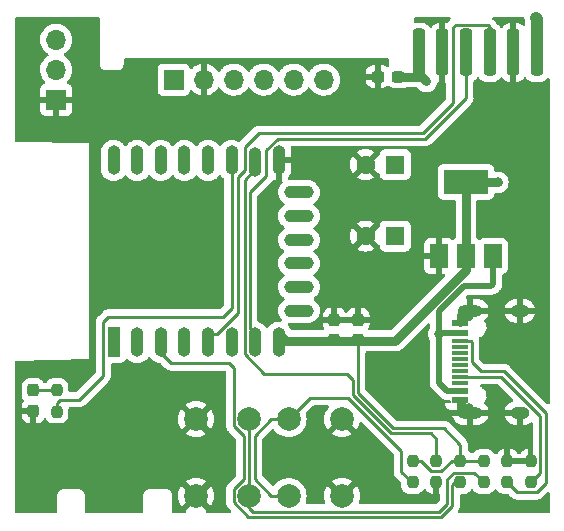
<source format=gbr>
%TF.GenerationSoftware,KiCad,Pcbnew,(6.0.9-0)*%
%TF.CreationDate,2022-12-26T10:40:34+01:00*%
%TF.ProjectId,RM3 mini ESP,524d3320-6d69-46e6-9920-4553502e6b69,rev?*%
%TF.SameCoordinates,Original*%
%TF.FileFunction,Copper,L1,Top*%
%TF.FilePolarity,Positive*%
%FSLAX46Y46*%
G04 Gerber Fmt 4.6, Leading zero omitted, Abs format (unit mm)*
G04 Created by KiCad (PCBNEW (6.0.9-0)) date 2022-12-26 10:40:34*
%MOMM*%
%LPD*%
G01*
G04 APERTURE LIST*
G04 Aperture macros list*
%AMRoundRect*
0 Rectangle with rounded corners*
0 $1 Rounding radius*
0 $2 $3 $4 $5 $6 $7 $8 $9 X,Y pos of 4 corners*
0 Add a 4 corners polygon primitive as box body*
4,1,4,$2,$3,$4,$5,$6,$7,$8,$9,$2,$3,0*
0 Add four circle primitives for the rounded corners*
1,1,$1+$1,$2,$3*
1,1,$1+$1,$4,$5*
1,1,$1+$1,$6,$7*
1,1,$1+$1,$8,$9*
0 Add four rect primitives between the rounded corners*
20,1,$1+$1,$2,$3,$4,$5,0*
20,1,$1+$1,$4,$5,$6,$7,0*
20,1,$1+$1,$6,$7,$8,$9,0*
20,1,$1+$1,$8,$9,$2,$3,0*%
G04 Aperture macros list end*
%TA.AperFunction,SMDPad,CuDef*%
%ADD10RoundRect,0.237500X0.237500X-0.250000X0.237500X0.250000X-0.237500X0.250000X-0.237500X-0.250000X0*%
%TD*%
%TA.AperFunction,SMDPad,CuDef*%
%ADD11RoundRect,0.237500X0.237500X-0.287500X0.237500X0.287500X-0.237500X0.287500X-0.237500X-0.287500X0*%
%TD*%
%TA.AperFunction,SMDPad,CuDef*%
%ADD12RoundRect,0.250000X-0.250000X-1.750000X0.250000X-1.750000X0.250000X1.750000X-0.250000X1.750000X0*%
%TD*%
%TA.AperFunction,ComponentPad*%
%ADD13C,2.000000*%
%TD*%
%TA.AperFunction,ComponentPad*%
%ADD14R,1.100000X2.500000*%
%TD*%
%TA.AperFunction,ComponentPad*%
%ADD15O,1.100000X2.500000*%
%TD*%
%TA.AperFunction,ComponentPad*%
%ADD16O,2.500000X1.100000*%
%TD*%
%TA.AperFunction,SMDPad,CuDef*%
%ADD17R,1.500000X2.000000*%
%TD*%
%TA.AperFunction,SMDPad,CuDef*%
%ADD18R,3.800000X2.000000*%
%TD*%
%TA.AperFunction,ComponentPad*%
%ADD19R,1.700000X1.700000*%
%TD*%
%TA.AperFunction,ComponentPad*%
%ADD20O,1.700000X1.700000*%
%TD*%
%TA.AperFunction,ComponentPad*%
%ADD21R,1.600000X1.600000*%
%TD*%
%TA.AperFunction,ComponentPad*%
%ADD22C,1.600000*%
%TD*%
%TA.AperFunction,SMDPad,CuDef*%
%ADD23RoundRect,0.237500X-0.237500X0.250000X-0.237500X-0.250000X0.237500X-0.250000X0.237500X0.250000X0*%
%TD*%
%TA.AperFunction,SMDPad,CuDef*%
%ADD24RoundRect,0.237500X0.237500X-0.300000X0.237500X0.300000X-0.237500X0.300000X-0.237500X-0.300000X0*%
%TD*%
%TA.AperFunction,SMDPad,CuDef*%
%ADD25R,1.450000X0.600000*%
%TD*%
%TA.AperFunction,SMDPad,CuDef*%
%ADD26R,1.450000X0.300000*%
%TD*%
%TA.AperFunction,ComponentPad*%
%ADD27O,1.600000X1.000000*%
%TD*%
%TA.AperFunction,ComponentPad*%
%ADD28O,2.100000X1.000000*%
%TD*%
%TA.AperFunction,SMDPad,CuDef*%
%ADD29RoundRect,0.237500X0.300000X0.237500X-0.300000X0.237500X-0.300000X-0.237500X0.300000X-0.237500X0*%
%TD*%
%TA.AperFunction,ViaPad*%
%ADD30C,0.800000*%
%TD*%
%TA.AperFunction,Conductor*%
%ADD31C,0.500000*%
%TD*%
%TA.AperFunction,Conductor*%
%ADD32C,1.000000*%
%TD*%
%TA.AperFunction,Conductor*%
%ADD33C,0.250000*%
%TD*%
%TA.AperFunction,Conductor*%
%ADD34C,0.600000*%
%TD*%
%TA.AperFunction,Conductor*%
%ADD35C,0.750000*%
%TD*%
G04 APERTURE END LIST*
D10*
%TO.P,R3,1*%
%TO.N,Net-(U1-Pad1)*%
X84000000Y-106912500D03*
%TO.P,R3,2*%
%TO.N,/3.3V*%
X84000000Y-105087500D03*
%TD*%
D11*
%TO.P,D4,1,K*%
%TO.N,GND*%
X45850000Y-100875000D03*
%TO.P,D4,2,A*%
%TO.N,Net-(D4-Pad2)*%
X45850000Y-99125000D03*
%TD*%
D12*
%TO.P,J2,1,Pin_1*%
%TO.N,/5V*%
X88500000Y-70500000D03*
%TO.P,J2,2,Pin_2*%
%TO.N,GND*%
X86500000Y-70500000D03*
%TO.P,J2,3,Pin_3*%
%TO.N,/IR_IN*%
X84500000Y-70500000D03*
%TO.P,J2,4,Pin_4*%
%TO.N,/IR_OUT*%
X82500000Y-70500000D03*
%TO.P,J2,5,Pin_5*%
%TO.N,GND*%
X80500000Y-70500000D03*
%TO.P,J2,6,Pin_6*%
%TO.N,/3.3V*%
X78500000Y-70500000D03*
%TD*%
D13*
%TO.P,RST,1,1*%
%TO.N,GND*%
X59650000Y-108050000D03*
X59650000Y-101550000D03*
%TO.P,RST,2,2*%
%TO.N,Net-(U1-Pad1)*%
X64150000Y-108050000D03*
X64150000Y-101550000D03*
%TD*%
D14*
%TO.P,U1,1,REST*%
%TO.N,Net-(U1-Pad1)*%
X52662500Y-95050000D03*
D15*
%TO.P,U1,2,ADC*%
%TO.N,/ADC0*%
X54662500Y-95050000D03*
%TO.P,U1,3,CH_PD*%
%TO.N,Net-(U1-Pad3)*%
X56662500Y-95050000D03*
%TO.P,U1,4,GPIO16*%
%TO.N,/D0*%
X58662500Y-95050000D03*
%TO.P,U1,5,GPIO14*%
%TO.N,/IR_IN*%
X60662500Y-95050000D03*
%TO.P,U1,6,GPIO12*%
%TO.N,/D6*%
X62662500Y-95050000D03*
%TO.P,U1,7,GPIO13*%
%TO.N,/IR_OUT*%
X64662500Y-95050000D03*
%TO.P,U1,8,VCC*%
%TO.N,/3.3V*%
X66662500Y-95050000D03*
%TO.P,U1,9,GND*%
%TO.N,GND*%
X66662500Y-79650000D03*
%TO.P,U1,10,GPIO15*%
%TO.N,Net-(U1-Pad10)*%
X64662500Y-79750000D03*
%TO.P,U1,11,GPIO2*%
%TO.N,/LED*%
X62662500Y-79650000D03*
%TO.P,U1,12,GPIO0*%
%TO.N,Net-(U1-Pad12)*%
X60662500Y-79650000D03*
%TO.P,U1,13,GPIO4*%
%TO.N,/D2*%
X58662500Y-79650000D03*
%TO.P,U1,14,GPIO5*%
%TO.N,/D1*%
X56662500Y-79650000D03*
%TO.P,U1,15,RXD*%
%TO.N,/RX*%
X54662500Y-79650000D03*
%TO.P,U1,16,TXD*%
%TO.N,/TX*%
X52662500Y-79650000D03*
D16*
%TO.P,U1,17,CS0*%
%TO.N,unconnected-(U1-Pad17)*%
X68362500Y-92360000D03*
%TO.P,U1,18,MISO*%
%TO.N,unconnected-(U1-Pad18)*%
X68362500Y-90360000D03*
%TO.P,U1,19,GPIO9*%
%TO.N,unconnected-(U1-Pad19)*%
X68362500Y-88360000D03*
%TO.P,U1,20,GPIO10*%
%TO.N,unconnected-(U1-Pad20)*%
X68362500Y-86360000D03*
%TO.P,U1,21,MOSI*%
%TO.N,unconnected-(U1-Pad21)*%
X68362500Y-84360000D03*
%TO.P,U1,22,SCLK*%
%TO.N,unconnected-(U1-Pad22)*%
X68362500Y-82360000D03*
%TD*%
D17*
%TO.P,U2,1,GND*%
%TO.N,GND*%
X80200000Y-87750000D03*
D18*
%TO.P,U2,2,VO*%
%TO.N,/3.3V*%
X82500000Y-81450000D03*
D17*
X82500000Y-87750000D03*
%TO.P,U2,3,VI*%
%TO.N,/5V*%
X84800000Y-87750000D03*
%TD*%
D19*
%TO.P,J4,1,Pin_1*%
%TO.N,GND*%
X47800000Y-74500000D03*
D20*
%TO.P,J4,2,Pin_2*%
%TO.N,/RX*%
X47800000Y-71960000D03*
%TO.P,J4,3,Pin_3*%
%TO.N,/TX*%
X47800000Y-69420000D03*
%TD*%
D13*
%TO.P,FLASH,1,1*%
%TO.N,Net-(U1-Pad12)*%
X67500000Y-108050000D03*
X67500000Y-101550000D03*
%TO.P,FLASH,2,2*%
%TO.N,GND*%
X72000000Y-101550000D03*
X72000000Y-108050000D03*
%TD*%
D21*
%TO.P,C4,1*%
%TO.N,/5V*%
X76500000Y-86050000D03*
D22*
%TO.P,C4,2*%
%TO.N,GND*%
X74000000Y-86050000D03*
%TD*%
D23*
%TO.P,R2,1*%
%TO.N,GND*%
X86000000Y-105087500D03*
%TO.P,R2,2*%
%TO.N,Net-(J1-PadB5)*%
X86000000Y-106912500D03*
%TD*%
D24*
%TO.P,C1,1*%
%TO.N,/3.3V*%
X71350000Y-94862500D03*
%TO.P,C1,2*%
%TO.N,GND*%
X71350000Y-93137500D03*
%TD*%
D19*
%TO.P,J3,1,Pin_1*%
%TO.N,/ADC0*%
X57760000Y-72800000D03*
D20*
%TO.P,J3,2,Pin_2*%
%TO.N,GND*%
X60300000Y-72800000D03*
%TO.P,J3,3,Pin_3*%
%TO.N,/D6*%
X62840000Y-72800000D03*
%TO.P,J3,4,Pin_4*%
%TO.N,/D2*%
X65380000Y-72800000D03*
%TO.P,J3,5,Pin_5*%
%TO.N,/D1*%
X67920000Y-72800000D03*
%TO.P,J3,6,Pin_6*%
%TO.N,/D0*%
X70460000Y-72800000D03*
%TD*%
D23*
%TO.P,R5,1*%
%TO.N,Net-(U1-Pad10)*%
X80000000Y-105087500D03*
%TO.P,R5,2*%
%TO.N,GND*%
X80000000Y-106912500D03*
%TD*%
D25*
%TO.P,J1,A1,GND*%
%TO.N,GND*%
X81955000Y-99950000D03*
%TO.P,J1,A4,VBUS*%
%TO.N,/5V*%
X81955000Y-99150000D03*
D26*
%TO.P,J1,A5,CC1*%
%TO.N,Net-(J1-PadA5)*%
X81955000Y-97950000D03*
%TO.P,J1,A6,D+*%
%TO.N,unconnected-(J1-PadA6)*%
X81955000Y-96950000D03*
%TO.P,J1,A7,D-*%
%TO.N,unconnected-(J1-PadA7)*%
X81955000Y-96450000D03*
%TO.P,J1,A8,SBU1*%
%TO.N,unconnected-(J1-PadA8)*%
X81955000Y-95450000D03*
D25*
%TO.P,J1,A9,VBUS*%
%TO.N,/5V*%
X81955000Y-94250000D03*
%TO.P,J1,A12,GND*%
%TO.N,GND*%
X81955000Y-93450000D03*
%TO.P,J1,B1,GND*%
X81955000Y-93450000D03*
%TO.P,J1,B4,VBUS*%
%TO.N,/5V*%
X81955000Y-94250000D03*
D26*
%TO.P,J1,B5,CC2*%
%TO.N,Net-(J1-PadB5)*%
X81955000Y-94950000D03*
%TO.P,J1,B6,D+*%
%TO.N,unconnected-(J1-PadB6)*%
X81955000Y-95950000D03*
%TO.P,J1,B7,D-*%
%TO.N,unconnected-(J1-PadB7)*%
X81955000Y-97450000D03*
%TO.P,J1,B8,SBU2*%
%TO.N,unconnected-(J1-PadB8)*%
X81955000Y-98450000D03*
D25*
%TO.P,J1,B9,VBUS*%
%TO.N,/5V*%
X81955000Y-99150000D03*
%TO.P,J1,B12,GND*%
%TO.N,GND*%
X81955000Y-99950000D03*
D27*
%TO.P,J1,S1,SHIELD*%
X87050000Y-92380000D03*
D28*
X82870000Y-92380000D03*
D27*
X87050000Y-101020000D03*
D28*
X82870000Y-101020000D03*
%TD*%
D29*
%TO.P,C5,1*%
%TO.N,/3.3V*%
X76762500Y-72550000D03*
%TO.P,C5,2*%
%TO.N,GND*%
X75037500Y-72550000D03*
%TD*%
D10*
%TO.P,R4,1*%
%TO.N,Net-(U1-Pad3)*%
X82000000Y-106912500D03*
%TO.P,R4,2*%
%TO.N,/3.3V*%
X82000000Y-105087500D03*
%TD*%
D23*
%TO.P,R1,1*%
%TO.N,GND*%
X88000000Y-105087500D03*
%TO.P,R1,2*%
%TO.N,Net-(J1-PadA5)*%
X88000000Y-106912500D03*
%TD*%
%TO.P,R7,1*%
%TO.N,Net-(D4-Pad2)*%
X47850000Y-99087500D03*
%TO.P,R7,2*%
%TO.N,/LED*%
X47850000Y-100912500D03*
%TD*%
D24*
%TO.P,C2,1*%
%TO.N,/3.3V*%
X73350000Y-94862500D03*
%TO.P,C2,2*%
%TO.N,GND*%
X73350000Y-93137500D03*
%TD*%
D21*
%TO.P,C3,1*%
%TO.N,/5V*%
X76500000Y-80000000D03*
D22*
%TO.P,C3,2*%
%TO.N,GND*%
X74000000Y-80000000D03*
%TD*%
D23*
%TO.P,R6,1*%
%TO.N,/3.3V*%
X78000000Y-105087500D03*
%TO.P,R6,2*%
%TO.N,Net-(U1-Pad12)*%
X78000000Y-106912500D03*
%TD*%
D30*
%TO.N,/5V*%
X80200000Y-94350000D03*
X88450000Y-67600000D03*
%TO.N,GND*%
X56100000Y-84100000D03*
X54250000Y-86750000D03*
X61100000Y-105550000D03*
X81450000Y-78300000D03*
X50750000Y-76250000D03*
X75350000Y-92200000D03*
X59250000Y-75000000D03*
X66050000Y-88950000D03*
X69300000Y-76000000D03*
X53650000Y-72750000D03*
X77550000Y-97400000D03*
X83750000Y-108850000D03*
X56700000Y-76000000D03*
X75200000Y-104700000D03*
X77400000Y-99350000D03*
X51350000Y-102550000D03*
X46200000Y-107450000D03*
X62550000Y-76700000D03*
X71950000Y-89350000D03*
X73200000Y-73000000D03*
X75200000Y-107200000D03*
X53400000Y-103850000D03*
X88650000Y-108850000D03*
X85450000Y-75500000D03*
X54100000Y-89600000D03*
X88600000Y-89600000D03*
X68900000Y-104300000D03*
X88050000Y-96400000D03*
X71550000Y-81150000D03*
%TO.N,/3.3V*%
X79150000Y-72950000D03*
X85200000Y-81500000D03*
%TD*%
D31*
%TO.N,/5V*%
X80200000Y-92416726D02*
X80200000Y-94350000D01*
X84650000Y-90250000D02*
X82366726Y-90250000D01*
D32*
X88500000Y-70500000D02*
X88500000Y-67650000D01*
D31*
X84800000Y-87750000D02*
X84800000Y-90100000D01*
X80200000Y-98470000D02*
X80880000Y-99150000D01*
D32*
X88500000Y-67650000D02*
X88450000Y-67600000D01*
D31*
X80880000Y-99150000D02*
X81955000Y-99150000D01*
X80200000Y-94350000D02*
X80200000Y-98470000D01*
X82366726Y-90250000D02*
X80200000Y-92416726D01*
X80200000Y-94350000D02*
X80300000Y-94250000D01*
X80300000Y-94250000D02*
X81955000Y-94250000D01*
X84800000Y-90100000D02*
X84650000Y-90250000D01*
D33*
%TO.N,Net-(J1-PadA5)*%
X88800000Y-106112500D02*
X88800000Y-101303274D01*
X85446726Y-97950000D02*
X81955000Y-97950000D01*
X88000000Y-106912500D02*
X88800000Y-106112500D01*
X88800000Y-101303274D02*
X85446726Y-97950000D01*
%TO.N,Net-(J1-PadB5)*%
X89250000Y-106945495D02*
X89250000Y-101000000D01*
X86812500Y-107725000D02*
X88470495Y-107725000D01*
X85750000Y-97500000D02*
X83750000Y-97500000D01*
X86000000Y-106912500D02*
X86812500Y-107725000D01*
X83750000Y-97500000D02*
X83005000Y-96755000D01*
X88470495Y-107725000D02*
X89250000Y-106945495D01*
X82950000Y-94950000D02*
X81955000Y-94950000D01*
X83005000Y-95005000D02*
X82950000Y-94950000D01*
X83005000Y-96755000D02*
X83005000Y-95005000D01*
X89250000Y-101000000D02*
X85750000Y-97500000D01*
D34*
%TO.N,GND*%
X82870000Y-92535000D02*
X81955000Y-93450000D01*
X82870000Y-92380000D02*
X82870000Y-92535000D01*
X81955000Y-99950000D02*
X81955000Y-100105000D01*
X81955000Y-100105000D02*
X82870000Y-101020000D01*
D35*
%TO.N,/3.3V*%
X76525000Y-94925000D02*
X70000000Y-94925000D01*
X78500000Y-72300000D02*
X78500000Y-70500000D01*
X67237500Y-94925000D02*
X66662500Y-94350000D01*
D33*
X84000000Y-105087500D02*
X82000000Y-105087500D01*
D35*
X78250000Y-72550000D02*
X78500000Y-72300000D01*
D33*
X82000000Y-105087500D02*
X82000000Y-103700000D01*
X79546554Y-105946554D02*
X78687500Y-105087500D01*
X73350000Y-99300000D02*
X73350000Y-95212500D01*
X80600000Y-102300000D02*
X76350000Y-102300000D01*
D35*
X82550000Y-81500000D02*
X82500000Y-81450000D01*
X85200000Y-81500000D02*
X82550000Y-81500000D01*
X82500000Y-88950000D02*
X76525000Y-94925000D01*
D33*
X78687500Y-105087500D02*
X78000000Y-105087500D01*
X82000000Y-105087500D02*
X81282995Y-105087500D01*
X80423941Y-105946554D02*
X79546554Y-105946554D01*
X76350000Y-102300000D02*
X73350000Y-99300000D01*
D35*
X82500000Y-87750000D02*
X82500000Y-88950000D01*
D33*
X81282995Y-105087500D02*
X80423941Y-105946554D01*
D35*
X78750000Y-72550000D02*
X78250000Y-72550000D01*
X70000000Y-94925000D02*
X67237500Y-94925000D01*
D33*
X82000000Y-103700000D02*
X80600000Y-102300000D01*
X73350000Y-95212500D02*
X73000000Y-94862500D01*
D35*
X76762500Y-72550000D02*
X78250000Y-72550000D01*
X79150000Y-72950000D02*
X78750000Y-72550000D01*
X82500000Y-87750000D02*
X82500000Y-81450000D01*
D33*
%TO.N,/IR_IN*%
X64950000Y-77350000D02*
X78863604Y-77350000D01*
X78863604Y-77350000D02*
X81431802Y-74781802D01*
X81625000Y-68175000D02*
X81431802Y-68368198D01*
X63787500Y-80462437D02*
X63787500Y-78512500D01*
X84500000Y-68350000D02*
X84325000Y-68175000D01*
X63200000Y-81049937D02*
X63787500Y-80462437D01*
X60662500Y-94350000D02*
X61425063Y-94350000D01*
X61425063Y-94350000D02*
X63200000Y-92575063D01*
X63200000Y-92575063D02*
X63200000Y-81049937D01*
X84325000Y-68175000D02*
X81625000Y-68175000D01*
X63787500Y-78512500D02*
X64950000Y-77350000D01*
X84500000Y-70500000D02*
X84500000Y-68350000D01*
X81431802Y-68368198D02*
X81431802Y-74781802D01*
X84500000Y-72100000D02*
X84500000Y-70500000D01*
%TO.N,/IR_OUT*%
X64662500Y-94350000D02*
X64200000Y-93887500D01*
X79050000Y-77800000D02*
X82500000Y-74350000D01*
X64200000Y-93887500D02*
X64200000Y-82350000D01*
X64200000Y-82350000D02*
X65593198Y-80956802D01*
X65593198Y-80956802D02*
X65593198Y-78781865D01*
X66575063Y-77800000D02*
X79050000Y-77800000D01*
X82500000Y-74350000D02*
X82500000Y-70500000D01*
X65593198Y-78781865D02*
X66575063Y-77800000D01*
%TO.N,Net-(U1-Pad1)*%
X80900000Y-106650000D02*
X80900000Y-108700000D01*
X83187500Y-106100000D02*
X81450000Y-106100000D01*
X80900000Y-108700000D02*
X80225000Y-109375000D01*
X64150000Y-109050000D02*
X64150000Y-108050000D01*
X84000000Y-106912500D02*
X83187500Y-106100000D01*
X81450000Y-106100000D02*
X80900000Y-106650000D01*
X80225000Y-109375000D02*
X64475000Y-109375000D01*
X64150000Y-108050000D02*
X64150000Y-101550000D01*
X64475000Y-109375000D02*
X64150000Y-109050000D01*
%TO.N,Net-(U1-Pad3)*%
X62400000Y-96800000D02*
X62825000Y-97225000D01*
X63700000Y-103000000D02*
X63700000Y-106626167D01*
X56662500Y-94350000D02*
X56662500Y-95936333D01*
X63700000Y-106626167D02*
X62825000Y-107501167D01*
X81350000Y-108886396D02*
X81350000Y-107150000D01*
X80411396Y-109825000D02*
X81350000Y-108886396D01*
X81350000Y-107150000D02*
X81587500Y-106912500D01*
X62825000Y-102125000D02*
X63700000Y-103000000D01*
X57526167Y-96800000D02*
X62400000Y-96800000D01*
X56662500Y-95936333D02*
X57526167Y-96800000D01*
X62825000Y-108598833D02*
X64051167Y-109825000D01*
X62825000Y-97225000D02*
X62825000Y-102125000D01*
X62825000Y-107501167D02*
X62825000Y-108598833D01*
X64051167Y-109825000D02*
X80411396Y-109825000D01*
X81587500Y-106912500D02*
X82000000Y-106912500D01*
%TO.N,Net-(U1-Pad10)*%
X72900000Y-99486396D02*
X72900000Y-98200000D01*
X72900000Y-98200000D02*
X72400000Y-97700000D01*
X80000000Y-105087500D02*
X80000000Y-103250000D01*
X72400000Y-97700000D02*
X65375063Y-97700000D01*
X76163604Y-102750000D02*
X72900000Y-99486396D01*
X65375063Y-97700000D02*
X63750000Y-96074937D01*
X79500000Y-102750000D02*
X76163604Y-102750000D01*
X80000000Y-103250000D02*
X79500000Y-102750000D01*
X63750000Y-81262500D02*
X64662500Y-80350000D01*
X63750000Y-96074937D02*
X63750000Y-81262500D01*
%TO.N,Net-(U1-Pad12)*%
X64600000Y-102973833D02*
X64600000Y-106650000D01*
X66023833Y-101550000D02*
X64600000Y-102973833D01*
X64600000Y-106650000D02*
X64623833Y-106650000D01*
X67500000Y-101550000D02*
X69313604Y-99736396D01*
X66023833Y-108050000D02*
X67500000Y-108050000D01*
X64623833Y-106650000D02*
X66023833Y-108050000D01*
X72513604Y-99736396D02*
X77000000Y-104222792D01*
X69313604Y-99736396D02*
X72513604Y-99736396D01*
X77000000Y-104222792D02*
X77000000Y-106000000D01*
X77912500Y-106912500D02*
X78000000Y-106912500D01*
X67500000Y-101550000D02*
X66023833Y-101550000D01*
X77000000Y-106000000D02*
X77912500Y-106912500D01*
%TO.N,/LED*%
X52200000Y-92900000D02*
X61913604Y-92900000D01*
X51787500Y-93312500D02*
X52200000Y-92900000D01*
X61913604Y-92900000D02*
X62662500Y-92151104D01*
X62662500Y-92151104D02*
X62662500Y-80350000D01*
X49750000Y-99900000D02*
X51787500Y-97862500D01*
X51787500Y-97862500D02*
X51787500Y-93312500D01*
X47850000Y-100912500D02*
X47850000Y-100200000D01*
X48150000Y-99900000D02*
X49750000Y-99900000D01*
X47850000Y-100200000D02*
X48150000Y-99900000D01*
%TO.N,Net-(D4-Pad2)*%
X47812500Y-99125000D02*
X47850000Y-99087500D01*
X45850000Y-99125000D02*
X47812500Y-99125000D01*
%TD*%
%TA.AperFunction,Conductor*%
%TO.N,GND*%
G36*
X85080668Y-107490660D02*
G01*
X85107104Y-107521116D01*
X85155242Y-107598906D01*
X85173884Y-107629031D01*
X85179066Y-107634204D01*
X85291816Y-107746758D01*
X85291821Y-107746762D01*
X85296997Y-107751929D01*
X85303227Y-107755769D01*
X85303228Y-107755770D01*
X85399176Y-107814913D01*
X85445080Y-107843209D01*
X85610191Y-107897974D01*
X85617027Y-107898674D01*
X85617030Y-107898675D01*
X85664370Y-107903525D01*
X85712928Y-107908500D01*
X86047906Y-107908500D01*
X86116027Y-107928502D01*
X86137001Y-107945405D01*
X86308843Y-108117247D01*
X86316387Y-108125537D01*
X86320500Y-108132018D01*
X86326277Y-108137443D01*
X86370167Y-108178658D01*
X86373009Y-108181413D01*
X86392731Y-108201135D01*
X86395855Y-108203558D01*
X86395859Y-108203562D01*
X86395924Y-108203612D01*
X86404945Y-108211317D01*
X86437179Y-108241586D01*
X86444127Y-108245405D01*
X86444129Y-108245407D01*
X86454932Y-108251346D01*
X86471459Y-108262202D01*
X86481198Y-108269757D01*
X86481200Y-108269758D01*
X86487460Y-108274614D01*
X86528040Y-108292174D01*
X86538688Y-108297391D01*
X86563476Y-108311018D01*
X86577440Y-108318695D01*
X86585116Y-108320666D01*
X86585119Y-108320667D01*
X86597062Y-108323733D01*
X86615767Y-108330137D01*
X86634355Y-108338181D01*
X86642178Y-108339420D01*
X86642188Y-108339423D01*
X86678024Y-108345099D01*
X86689644Y-108347505D01*
X86715492Y-108354141D01*
X86732470Y-108358500D01*
X86752724Y-108358500D01*
X86772434Y-108360051D01*
X86792443Y-108363220D01*
X86800335Y-108362474D01*
X86819080Y-108360702D01*
X86836462Y-108359059D01*
X86848319Y-108358500D01*
X88391728Y-108358500D01*
X88402911Y-108359027D01*
X88410404Y-108360702D01*
X88418330Y-108360453D01*
X88418331Y-108360453D01*
X88478481Y-108358562D01*
X88482440Y-108358500D01*
X88510351Y-108358500D01*
X88514286Y-108358003D01*
X88514351Y-108357995D01*
X88526188Y-108357062D01*
X88558446Y-108356048D01*
X88562465Y-108355922D01*
X88570384Y-108355673D01*
X88589838Y-108350021D01*
X88609195Y-108346013D01*
X88621425Y-108344468D01*
X88621426Y-108344468D01*
X88629292Y-108343474D01*
X88636663Y-108340555D01*
X88636665Y-108340555D01*
X88670407Y-108327196D01*
X88681637Y-108323351D01*
X88716478Y-108313229D01*
X88716479Y-108313229D01*
X88724088Y-108311018D01*
X88730907Y-108306985D01*
X88730912Y-108306983D01*
X88741523Y-108300707D01*
X88759271Y-108292012D01*
X88778112Y-108284552D01*
X88813882Y-108258564D01*
X88823802Y-108252048D01*
X88855030Y-108233580D01*
X88855033Y-108233578D01*
X88861857Y-108229542D01*
X88876178Y-108215221D01*
X88891212Y-108202380D01*
X88892926Y-108201135D01*
X88907602Y-108190472D01*
X88935793Y-108156395D01*
X88943783Y-108147616D01*
X89376405Y-107714994D01*
X89438717Y-107680968D01*
X89509532Y-107686033D01*
X89566368Y-107728580D01*
X89591179Y-107795100D01*
X89591500Y-107804089D01*
X89591500Y-109365500D01*
X89571498Y-109433621D01*
X89517842Y-109480114D01*
X89465500Y-109491500D01*
X81941975Y-109491500D01*
X81873854Y-109471498D01*
X81827361Y-109417842D01*
X81817257Y-109347568D01*
X81850123Y-109279249D01*
X81855677Y-109273334D01*
X81866586Y-109261717D01*
X81870407Y-109254767D01*
X81876346Y-109243964D01*
X81887202Y-109227437D01*
X81894757Y-109217698D01*
X81894758Y-109217696D01*
X81899614Y-109211436D01*
X81917174Y-109170856D01*
X81922391Y-109160208D01*
X81939875Y-109128405D01*
X81939876Y-109128403D01*
X81943695Y-109121456D01*
X81948733Y-109101833D01*
X81955137Y-109083130D01*
X81960033Y-109071816D01*
X81960033Y-109071815D01*
X81963181Y-109064541D01*
X81964420Y-109056718D01*
X81964423Y-109056708D01*
X81970099Y-109020872D01*
X81972505Y-109009252D01*
X81981528Y-108974107D01*
X81981528Y-108974106D01*
X81983500Y-108966426D01*
X81983500Y-108946172D01*
X81985051Y-108926461D01*
X81986980Y-108914282D01*
X81988220Y-108906453D01*
X81984059Y-108862434D01*
X81983500Y-108850577D01*
X81983500Y-108034500D01*
X82003502Y-107966379D01*
X82057158Y-107919886D01*
X82109500Y-107908500D01*
X82287072Y-107908500D01*
X82290318Y-107908163D01*
X82290322Y-107908163D01*
X82384235Y-107898419D01*
X82384239Y-107898418D01*
X82391093Y-107897707D01*
X82397629Y-107895526D01*
X82397631Y-107895526D01*
X82541150Y-107847644D01*
X82556107Y-107842654D01*
X82704031Y-107751116D01*
X82729025Y-107726078D01*
X82821758Y-107633184D01*
X82821762Y-107633179D01*
X82826929Y-107628003D01*
X82848004Y-107593814D01*
X82892700Y-107521303D01*
X82945472Y-107473810D01*
X83015544Y-107462386D01*
X83080668Y-107490660D01*
X83107104Y-107521116D01*
X83155242Y-107598906D01*
X83173884Y-107629031D01*
X83179066Y-107634204D01*
X83291816Y-107746758D01*
X83291821Y-107746762D01*
X83296997Y-107751929D01*
X83303227Y-107755769D01*
X83303228Y-107755770D01*
X83399176Y-107814913D01*
X83445080Y-107843209D01*
X83610191Y-107897974D01*
X83617027Y-107898674D01*
X83617030Y-107898675D01*
X83664370Y-107903525D01*
X83712928Y-107908500D01*
X84287072Y-107908500D01*
X84290318Y-107908163D01*
X84290322Y-107908163D01*
X84384235Y-107898419D01*
X84384239Y-107898418D01*
X84391093Y-107897707D01*
X84397629Y-107895526D01*
X84397631Y-107895526D01*
X84541150Y-107847644D01*
X84556107Y-107842654D01*
X84704031Y-107751116D01*
X84729025Y-107726078D01*
X84821758Y-107633184D01*
X84821762Y-107633179D01*
X84826929Y-107628003D01*
X84848004Y-107593814D01*
X84892700Y-107521303D01*
X84945472Y-107473810D01*
X85015544Y-107462386D01*
X85080668Y-107490660D01*
G37*
%TD.AperFunction*%
%TA.AperFunction,Conductor*%
G36*
X51433621Y-67528502D02*
G01*
X51480114Y-67582158D01*
X51491500Y-67634500D01*
X51491500Y-71491377D01*
X51491498Y-71492147D01*
X51491024Y-71569721D01*
X51494350Y-71581358D01*
X51499150Y-71598153D01*
X51502728Y-71614915D01*
X51506920Y-71644187D01*
X51510634Y-71652355D01*
X51510634Y-71652356D01*
X51517548Y-71667562D01*
X51523996Y-71685086D01*
X51531051Y-71709771D01*
X51535843Y-71717365D01*
X51535844Y-71717368D01*
X51546830Y-71734780D01*
X51554969Y-71749863D01*
X51567208Y-71776782D01*
X51573069Y-71783584D01*
X51583970Y-71796235D01*
X51595073Y-71811239D01*
X51608776Y-71832958D01*
X51615501Y-71838897D01*
X51615504Y-71838901D01*
X51630938Y-71852532D01*
X51642982Y-71864724D01*
X51656427Y-71880327D01*
X51656430Y-71880329D01*
X51662287Y-71887127D01*
X51669816Y-71892007D01*
X51669817Y-71892008D01*
X51683835Y-71901094D01*
X51698709Y-71912385D01*
X51709101Y-71921562D01*
X51717951Y-71929378D01*
X51744711Y-71941942D01*
X51759691Y-71950263D01*
X51776983Y-71961471D01*
X51776988Y-71961473D01*
X51784515Y-71966352D01*
X51793108Y-71968922D01*
X51793113Y-71968924D01*
X51809120Y-71973711D01*
X51826564Y-71980372D01*
X51841676Y-71987467D01*
X51841678Y-71987468D01*
X51849800Y-71991281D01*
X51858667Y-71992662D01*
X51858668Y-71992662D01*
X51861353Y-71993080D01*
X51879017Y-71995830D01*
X51895732Y-71999613D01*
X51915466Y-72005515D01*
X51915472Y-72005516D01*
X51924066Y-72008086D01*
X51933037Y-72008141D01*
X51933038Y-72008141D01*
X51943097Y-72008202D01*
X51958506Y-72008296D01*
X51959289Y-72008329D01*
X51960386Y-72008500D01*
X51991377Y-72008500D01*
X51992147Y-72008502D01*
X52065785Y-72008952D01*
X52065786Y-72008952D01*
X52069721Y-72008976D01*
X52071065Y-72008592D01*
X52072410Y-72008500D01*
X52991377Y-72008500D01*
X52992148Y-72008502D01*
X53069721Y-72008976D01*
X53098152Y-72000850D01*
X53114915Y-71997272D01*
X53115753Y-71997152D01*
X53144187Y-71993080D01*
X53167564Y-71982451D01*
X53185087Y-71976004D01*
X53209771Y-71968949D01*
X53217365Y-71964157D01*
X53217368Y-71964156D01*
X53234780Y-71953170D01*
X53249865Y-71945030D01*
X53276782Y-71932792D01*
X53296235Y-71916030D01*
X53311239Y-71904927D01*
X53332958Y-71891224D01*
X53338897Y-71884499D01*
X53338901Y-71884496D01*
X53352532Y-71869062D01*
X53364724Y-71857018D01*
X53380327Y-71843573D01*
X53380329Y-71843570D01*
X53387127Y-71837713D01*
X53401094Y-71816165D01*
X53412385Y-71801291D01*
X53423431Y-71788783D01*
X53423432Y-71788782D01*
X53429378Y-71782049D01*
X53441943Y-71755287D01*
X53450263Y-71740309D01*
X53461471Y-71723017D01*
X53461473Y-71723012D01*
X53466352Y-71715485D01*
X53468922Y-71706892D01*
X53468924Y-71706887D01*
X53473711Y-71690880D01*
X53480372Y-71673436D01*
X53487467Y-71658324D01*
X53487468Y-71658322D01*
X53491281Y-71650200D01*
X53493391Y-71636653D01*
X53495830Y-71620985D01*
X53499613Y-71604268D01*
X53505515Y-71584534D01*
X53505516Y-71584528D01*
X53508086Y-71575934D01*
X53508296Y-71541494D01*
X53508329Y-71540711D01*
X53508500Y-71539614D01*
X53508500Y-71508623D01*
X53508502Y-71507853D01*
X53508952Y-71434215D01*
X53508952Y-71434214D01*
X53508976Y-71430279D01*
X53508592Y-71428935D01*
X53508500Y-71427590D01*
X53508500Y-71134500D01*
X53528502Y-71066379D01*
X53582158Y-71019886D01*
X53634500Y-71008500D01*
X75865500Y-71008500D01*
X75933621Y-71028502D01*
X75980114Y-71082158D01*
X75991500Y-71134500D01*
X75991500Y-71491377D01*
X75991498Y-71492147D01*
X75991024Y-71569721D01*
X75994119Y-71580548D01*
X75995714Y-71586129D01*
X75995200Y-71657124D01*
X75956386Y-71716571D01*
X75891594Y-71745597D01*
X75821395Y-71734985D01*
X75802692Y-71723465D01*
X75802691Y-71723466D01*
X75800347Y-71722021D01*
X75796468Y-71719632D01*
X75796457Y-71719623D01*
X75660937Y-71636088D01*
X75647759Y-71629944D01*
X75496234Y-71579685D01*
X75482868Y-71576819D01*
X75390230Y-71567328D01*
X75383815Y-71567000D01*
X75309615Y-71567000D01*
X75294376Y-71571475D01*
X75293171Y-71572865D01*
X75291500Y-71580548D01*
X75291500Y-73514885D01*
X75295975Y-73530124D01*
X75297365Y-73531329D01*
X75305048Y-73533000D01*
X75383766Y-73533000D01*
X75390282Y-73532663D01*
X75484132Y-73522925D01*
X75497528Y-73520032D01*
X75648953Y-73469512D01*
X75662115Y-73463347D01*
X75797492Y-73379574D01*
X75808894Y-73370536D01*
X75810567Y-73368861D01*
X75811993Y-73368081D01*
X75814627Y-73365993D01*
X75814984Y-73366444D01*
X75872849Y-73334781D01*
X75943669Y-73339784D01*
X75988754Y-73368701D01*
X75990593Y-73370536D01*
X75996997Y-73376929D01*
X76003227Y-73380769D01*
X76003228Y-73380770D01*
X76131531Y-73459857D01*
X76145080Y-73468209D01*
X76310191Y-73522974D01*
X76317027Y-73523674D01*
X76317030Y-73523675D01*
X76364370Y-73528525D01*
X76412928Y-73533500D01*
X77112072Y-73533500D01*
X77115318Y-73533163D01*
X77115322Y-73533163D01*
X77209235Y-73523419D01*
X77209239Y-73523418D01*
X77216093Y-73522707D01*
X77222629Y-73520526D01*
X77222631Y-73520526D01*
X77360053Y-73474678D01*
X77381107Y-73467654D01*
X77405829Y-73452355D01*
X77472131Y-73433500D01*
X78170543Y-73433500D01*
X78190255Y-73435051D01*
X78203507Y-73437150D01*
X78210094Y-73436805D01*
X78210098Y-73436805D01*
X78269850Y-73433673D01*
X78276445Y-73433500D01*
X78308784Y-73433500D01*
X78376905Y-73453502D01*
X78409337Y-73484133D01*
X78410960Y-73486944D01*
X78415378Y-73491851D01*
X78415379Y-73491852D01*
X78534325Y-73623955D01*
X78538747Y-73628866D01*
X78693248Y-73741118D01*
X78699276Y-73743802D01*
X78699278Y-73743803D01*
X78777991Y-73778848D01*
X78867712Y-73818794D01*
X78954018Y-73837139D01*
X79048056Y-73857128D01*
X79048061Y-73857128D01*
X79054513Y-73858500D01*
X79245487Y-73858500D01*
X79251939Y-73857128D01*
X79251944Y-73857128D01*
X79345982Y-73837139D01*
X79432288Y-73818794D01*
X79522009Y-73778848D01*
X79600722Y-73743803D01*
X79600724Y-73743802D01*
X79606752Y-73741118D01*
X79761253Y-73628866D01*
X79765675Y-73623955D01*
X79884621Y-73491852D01*
X79884622Y-73491851D01*
X79889040Y-73486944D01*
X79984527Y-73321556D01*
X80043542Y-73139928D01*
X80045787Y-73118567D01*
X80072799Y-73052910D01*
X80131020Y-73012280D01*
X80183936Y-73006392D01*
X80196430Y-73007672D01*
X80202854Y-73008000D01*
X80227885Y-73008000D01*
X80243124Y-73003525D01*
X80244329Y-73002135D01*
X80246000Y-72994452D01*
X80246000Y-68010116D01*
X80241525Y-67994877D01*
X80240135Y-67993672D01*
X80232452Y-67992001D01*
X80202905Y-67992001D01*
X80196386Y-67992338D01*
X80100794Y-68002257D01*
X80087400Y-68005149D01*
X79933216Y-68056588D01*
X79920038Y-68062761D01*
X79782193Y-68148063D01*
X79770792Y-68157099D01*
X79656261Y-68271829D01*
X79647249Y-68283240D01*
X79607549Y-68347646D01*
X79554777Y-68395139D01*
X79484706Y-68406563D01*
X79419582Y-68378289D01*
X79393145Y-68347833D01*
X79352332Y-68281880D01*
X79348478Y-68275652D01*
X79223303Y-68150695D01*
X79217072Y-68146854D01*
X79078968Y-68061725D01*
X79078966Y-68061724D01*
X79072738Y-68057885D01*
X78992995Y-68031436D01*
X78911389Y-68004368D01*
X78911387Y-68004368D01*
X78904861Y-68002203D01*
X78898025Y-68001503D01*
X78898022Y-68001502D01*
X78854969Y-67997091D01*
X78800400Y-67991500D01*
X78234500Y-67991500D01*
X78166379Y-67971498D01*
X78119886Y-67917842D01*
X78108500Y-67865500D01*
X78108500Y-67634500D01*
X78128502Y-67566379D01*
X78182158Y-67519886D01*
X78234500Y-67508500D01*
X81086434Y-67508500D01*
X81154555Y-67528502D01*
X81201048Y-67582158D01*
X81211152Y-67652432D01*
X81183519Y-67714815D01*
X81159712Y-67743593D01*
X81151722Y-67752373D01*
X81039549Y-67864546D01*
X81031263Y-67872086D01*
X81024784Y-67876198D01*
X81019359Y-67881975D01*
X80978159Y-67925849D01*
X80975404Y-67928691D01*
X80955667Y-67948428D01*
X80953236Y-67951562D01*
X80950740Y-67954393D01*
X80890686Y-67992261D01*
X80843387Y-67996408D01*
X80803562Y-67992328D01*
X80797145Y-67992000D01*
X80772115Y-67992000D01*
X80756876Y-67996475D01*
X80755671Y-67997865D01*
X80754000Y-68005548D01*
X80754000Y-72989884D01*
X80759839Y-73009770D01*
X80793198Y-73061677D01*
X80798302Y-73097176D01*
X80798302Y-74467207D01*
X80778300Y-74535328D01*
X80761397Y-74556302D01*
X78638104Y-76679595D01*
X78575792Y-76713621D01*
X78549009Y-76716500D01*
X65028767Y-76716500D01*
X65017584Y-76715973D01*
X65010091Y-76714298D01*
X65002165Y-76714547D01*
X65002164Y-76714547D01*
X64942014Y-76716438D01*
X64938055Y-76716500D01*
X64910144Y-76716500D01*
X64906210Y-76716997D01*
X64906209Y-76716997D01*
X64906144Y-76717005D01*
X64894307Y-76717938D01*
X64862490Y-76718938D01*
X64858029Y-76719078D01*
X64850110Y-76719327D01*
X64832454Y-76724456D01*
X64830658Y-76724978D01*
X64811306Y-76728986D01*
X64804235Y-76729880D01*
X64791203Y-76731526D01*
X64783834Y-76734443D01*
X64783832Y-76734444D01*
X64750097Y-76747800D01*
X64738869Y-76751645D01*
X64696407Y-76763982D01*
X64689585Y-76768016D01*
X64689579Y-76768019D01*
X64678968Y-76774294D01*
X64661218Y-76782990D01*
X64649756Y-76787528D01*
X64649751Y-76787531D01*
X64642383Y-76790448D01*
X64635968Y-76795109D01*
X64606625Y-76816427D01*
X64596707Y-76822943D01*
X64578019Y-76833995D01*
X64558637Y-76845458D01*
X64544313Y-76859782D01*
X64529281Y-76872621D01*
X64512893Y-76884528D01*
X64484712Y-76918593D01*
X64476722Y-76927373D01*
X63395247Y-78008848D01*
X63386961Y-78016388D01*
X63380482Y-78020500D01*
X63375057Y-78026277D01*
X63368948Y-78031331D01*
X63367965Y-78030142D01*
X63314471Y-78061567D01*
X63243531Y-78058723D01*
X63223915Y-78050182D01*
X63080090Y-77972416D01*
X63080085Y-77972414D01*
X63074670Y-77969486D01*
X62876371Y-77908102D01*
X62870246Y-77907458D01*
X62870245Y-77907458D01*
X62676054Y-77887048D01*
X62676052Y-77887048D01*
X62669925Y-77886404D01*
X62584015Y-77894223D01*
X62469336Y-77904659D01*
X62469333Y-77904660D01*
X62463197Y-77905218D01*
X62457291Y-77906956D01*
X62457287Y-77906957D01*
X62309432Y-77950473D01*
X62264060Y-77963827D01*
X62080100Y-78059999D01*
X61918323Y-78190071D01*
X61914365Y-78194788D01*
X61914363Y-78194790D01*
X61855054Y-78265472D01*
X61784891Y-78349089D01*
X61781925Y-78354485D01*
X61781919Y-78354493D01*
X61773613Y-78369601D01*
X61723267Y-78419659D01*
X61653850Y-78434551D01*
X61587401Y-78409549D01*
X61555089Y-78371725D01*
X61554715Y-78371974D01*
X61552663Y-78368885D01*
X61551946Y-78368046D01*
X61551308Y-78366846D01*
X61548413Y-78361401D01*
X61473975Y-78270131D01*
X61421110Y-78205311D01*
X61421107Y-78205308D01*
X61417215Y-78200536D01*
X61410270Y-78194790D01*
X61262018Y-78072145D01*
X61262019Y-78072145D01*
X61257270Y-78068217D01*
X61251853Y-78065288D01*
X61251850Y-78065286D01*
X61080090Y-77972416D01*
X61080085Y-77972414D01*
X61074670Y-77969486D01*
X60876371Y-77908102D01*
X60870246Y-77907458D01*
X60870245Y-77907458D01*
X60676054Y-77887048D01*
X60676052Y-77887048D01*
X60669925Y-77886404D01*
X60584015Y-77894223D01*
X60469336Y-77904659D01*
X60469333Y-77904660D01*
X60463197Y-77905218D01*
X60457291Y-77906956D01*
X60457287Y-77906957D01*
X60309432Y-77950473D01*
X60264060Y-77963827D01*
X60080100Y-78059999D01*
X59918323Y-78190071D01*
X59914365Y-78194788D01*
X59914363Y-78194790D01*
X59855054Y-78265472D01*
X59784891Y-78349089D01*
X59781925Y-78354485D01*
X59781919Y-78354493D01*
X59773613Y-78369601D01*
X59723267Y-78419659D01*
X59653850Y-78434551D01*
X59587401Y-78409549D01*
X59555089Y-78371725D01*
X59554715Y-78371974D01*
X59552663Y-78368885D01*
X59551946Y-78368046D01*
X59551308Y-78366846D01*
X59548413Y-78361401D01*
X59473975Y-78270131D01*
X59421110Y-78205311D01*
X59421107Y-78205308D01*
X59417215Y-78200536D01*
X59410270Y-78194790D01*
X59262018Y-78072145D01*
X59262019Y-78072145D01*
X59257270Y-78068217D01*
X59251853Y-78065288D01*
X59251850Y-78065286D01*
X59080090Y-77972416D01*
X59080085Y-77972414D01*
X59074670Y-77969486D01*
X58876371Y-77908102D01*
X58870246Y-77907458D01*
X58870245Y-77907458D01*
X58676054Y-77887048D01*
X58676052Y-77887048D01*
X58669925Y-77886404D01*
X58584015Y-77894223D01*
X58469336Y-77904659D01*
X58469333Y-77904660D01*
X58463197Y-77905218D01*
X58457291Y-77906956D01*
X58457287Y-77906957D01*
X58309432Y-77950473D01*
X58264060Y-77963827D01*
X58080100Y-78059999D01*
X57918323Y-78190071D01*
X57914365Y-78194788D01*
X57914363Y-78194790D01*
X57855054Y-78265472D01*
X57784891Y-78349089D01*
X57781925Y-78354485D01*
X57781919Y-78354493D01*
X57773613Y-78369601D01*
X57723267Y-78419659D01*
X57653850Y-78434551D01*
X57587401Y-78409549D01*
X57555089Y-78371725D01*
X57554715Y-78371974D01*
X57552663Y-78368885D01*
X57551946Y-78368046D01*
X57551308Y-78366846D01*
X57548413Y-78361401D01*
X57473975Y-78270131D01*
X57421110Y-78205311D01*
X57421107Y-78205308D01*
X57417215Y-78200536D01*
X57410270Y-78194790D01*
X57262018Y-78072145D01*
X57262019Y-78072145D01*
X57257270Y-78068217D01*
X57251853Y-78065288D01*
X57251850Y-78065286D01*
X57080090Y-77972416D01*
X57080085Y-77972414D01*
X57074670Y-77969486D01*
X56876371Y-77908102D01*
X56870246Y-77907458D01*
X56870245Y-77907458D01*
X56676054Y-77887048D01*
X56676052Y-77887048D01*
X56669925Y-77886404D01*
X56584015Y-77894223D01*
X56469336Y-77904659D01*
X56469333Y-77904660D01*
X56463197Y-77905218D01*
X56457291Y-77906956D01*
X56457287Y-77906957D01*
X56309432Y-77950473D01*
X56264060Y-77963827D01*
X56080100Y-78059999D01*
X55918323Y-78190071D01*
X55914365Y-78194788D01*
X55914363Y-78194790D01*
X55855054Y-78265472D01*
X55784891Y-78349089D01*
X55781925Y-78354485D01*
X55781919Y-78354493D01*
X55773613Y-78369601D01*
X55723267Y-78419659D01*
X55653850Y-78434551D01*
X55587401Y-78409549D01*
X55555089Y-78371725D01*
X55554715Y-78371974D01*
X55552663Y-78368885D01*
X55551946Y-78368046D01*
X55551308Y-78366846D01*
X55548413Y-78361401D01*
X55473975Y-78270131D01*
X55421110Y-78205311D01*
X55421107Y-78205308D01*
X55417215Y-78200536D01*
X55410270Y-78194790D01*
X55262018Y-78072145D01*
X55262019Y-78072145D01*
X55257270Y-78068217D01*
X55251853Y-78065288D01*
X55251850Y-78065286D01*
X55080090Y-77972416D01*
X55080085Y-77972414D01*
X55074670Y-77969486D01*
X54876371Y-77908102D01*
X54870246Y-77907458D01*
X54870245Y-77907458D01*
X54676054Y-77887048D01*
X54676052Y-77887048D01*
X54669925Y-77886404D01*
X54584015Y-77894223D01*
X54469336Y-77904659D01*
X54469333Y-77904660D01*
X54463197Y-77905218D01*
X54457291Y-77906956D01*
X54457287Y-77906957D01*
X54309432Y-77950473D01*
X54264060Y-77963827D01*
X54080100Y-78059999D01*
X53918323Y-78190071D01*
X53914365Y-78194788D01*
X53914363Y-78194790D01*
X53855054Y-78265472D01*
X53784891Y-78349089D01*
X53781925Y-78354485D01*
X53781919Y-78354493D01*
X53773613Y-78369601D01*
X53723267Y-78419659D01*
X53653850Y-78434551D01*
X53587401Y-78409549D01*
X53555089Y-78371725D01*
X53554715Y-78371974D01*
X53552663Y-78368885D01*
X53551946Y-78368046D01*
X53551308Y-78366846D01*
X53548413Y-78361401D01*
X53473975Y-78270131D01*
X53421110Y-78205311D01*
X53421107Y-78205308D01*
X53417215Y-78200536D01*
X53410270Y-78194790D01*
X53262018Y-78072145D01*
X53262019Y-78072145D01*
X53257270Y-78068217D01*
X53251853Y-78065288D01*
X53251850Y-78065286D01*
X53080090Y-77972416D01*
X53080085Y-77972414D01*
X53074670Y-77969486D01*
X52876371Y-77908102D01*
X52870246Y-77907458D01*
X52870245Y-77907458D01*
X52676054Y-77887048D01*
X52676052Y-77887048D01*
X52669925Y-77886404D01*
X52584015Y-77894223D01*
X52469336Y-77904659D01*
X52469333Y-77904660D01*
X52463197Y-77905218D01*
X52457291Y-77906956D01*
X52457287Y-77906957D01*
X52309432Y-77950473D01*
X52264060Y-77963827D01*
X52080100Y-78059999D01*
X51918323Y-78190071D01*
X51914365Y-78194788D01*
X51914363Y-78194790D01*
X51855054Y-78265472D01*
X51784891Y-78349089D01*
X51781927Y-78354481D01*
X51781924Y-78354485D01*
X51737703Y-78434923D01*
X51684887Y-78530995D01*
X51622121Y-78728861D01*
X51621435Y-78734978D01*
X51621434Y-78734982D01*
X51612841Y-78811598D01*
X51604000Y-78890413D01*
X51604000Y-80402237D01*
X51604299Y-80405283D01*
X51604300Y-80405300D01*
X51618534Y-80550466D01*
X51619135Y-80556592D01*
X51679132Y-80755315D01*
X51682027Y-80760760D01*
X51682028Y-80760762D01*
X51773054Y-80931954D01*
X51776587Y-80938599D01*
X51792531Y-80958148D01*
X51903890Y-81094689D01*
X51903893Y-81094692D01*
X51907785Y-81099464D01*
X51912533Y-81103392D01*
X51912534Y-81103393D01*
X51949448Y-81133931D01*
X52067730Y-81231783D01*
X52073147Y-81234712D01*
X52073150Y-81234714D01*
X52244910Y-81327584D01*
X52244915Y-81327586D01*
X52250330Y-81330514D01*
X52448629Y-81391898D01*
X52454754Y-81392542D01*
X52454755Y-81392542D01*
X52648946Y-81412952D01*
X52648948Y-81412952D01*
X52655075Y-81413596D01*
X52740985Y-81405777D01*
X52855664Y-81395341D01*
X52855667Y-81395340D01*
X52861803Y-81394782D01*
X52867709Y-81393044D01*
X52867713Y-81393043D01*
X53055031Y-81337912D01*
X53055030Y-81337912D01*
X53060940Y-81336173D01*
X53244900Y-81240001D01*
X53250827Y-81235236D01*
X53304773Y-81191862D01*
X53406677Y-81109929D01*
X53412162Y-81103393D01*
X53536150Y-80955629D01*
X53540109Y-80950911D01*
X53543075Y-80945515D01*
X53543081Y-80945507D01*
X53551387Y-80930399D01*
X53601733Y-80880341D01*
X53671150Y-80865449D01*
X53737599Y-80890451D01*
X53769911Y-80928275D01*
X53770285Y-80928026D01*
X53772337Y-80931115D01*
X53773053Y-80931953D01*
X53776587Y-80938599D01*
X53792531Y-80958148D01*
X53903890Y-81094689D01*
X53903893Y-81094692D01*
X53907785Y-81099464D01*
X53912533Y-81103392D01*
X53912534Y-81103393D01*
X53949448Y-81133931D01*
X54067730Y-81231783D01*
X54073147Y-81234712D01*
X54073150Y-81234714D01*
X54244910Y-81327584D01*
X54244915Y-81327586D01*
X54250330Y-81330514D01*
X54448629Y-81391898D01*
X54454754Y-81392542D01*
X54454755Y-81392542D01*
X54648946Y-81412952D01*
X54648948Y-81412952D01*
X54655075Y-81413596D01*
X54740985Y-81405777D01*
X54855664Y-81395341D01*
X54855667Y-81395340D01*
X54861803Y-81394782D01*
X54867709Y-81393044D01*
X54867713Y-81393043D01*
X55055031Y-81337912D01*
X55055030Y-81337912D01*
X55060940Y-81336173D01*
X55244900Y-81240001D01*
X55250827Y-81235236D01*
X55304773Y-81191862D01*
X55406677Y-81109929D01*
X55412162Y-81103393D01*
X55536150Y-80955629D01*
X55540109Y-80950911D01*
X55543075Y-80945515D01*
X55543081Y-80945507D01*
X55551387Y-80930399D01*
X55601733Y-80880341D01*
X55671150Y-80865449D01*
X55737599Y-80890451D01*
X55769911Y-80928275D01*
X55770285Y-80928026D01*
X55772337Y-80931115D01*
X55773053Y-80931953D01*
X55776587Y-80938599D01*
X55792531Y-80958148D01*
X55903890Y-81094689D01*
X55903893Y-81094692D01*
X55907785Y-81099464D01*
X55912533Y-81103392D01*
X55912534Y-81103393D01*
X55949448Y-81133931D01*
X56067730Y-81231783D01*
X56073147Y-81234712D01*
X56073150Y-81234714D01*
X56244910Y-81327584D01*
X56244915Y-81327586D01*
X56250330Y-81330514D01*
X56448629Y-81391898D01*
X56454754Y-81392542D01*
X56454755Y-81392542D01*
X56648946Y-81412952D01*
X56648948Y-81412952D01*
X56655075Y-81413596D01*
X56740985Y-81405777D01*
X56855664Y-81395341D01*
X56855667Y-81395340D01*
X56861803Y-81394782D01*
X56867709Y-81393044D01*
X56867713Y-81393043D01*
X57055031Y-81337912D01*
X57055030Y-81337912D01*
X57060940Y-81336173D01*
X57244900Y-81240001D01*
X57250827Y-81235236D01*
X57304773Y-81191862D01*
X57406677Y-81109929D01*
X57412162Y-81103393D01*
X57536150Y-80955629D01*
X57540109Y-80950911D01*
X57543075Y-80945515D01*
X57543081Y-80945507D01*
X57551387Y-80930399D01*
X57601733Y-80880341D01*
X57671150Y-80865449D01*
X57737599Y-80890451D01*
X57769911Y-80928275D01*
X57770285Y-80928026D01*
X57772337Y-80931115D01*
X57773053Y-80931953D01*
X57776587Y-80938599D01*
X57792531Y-80958148D01*
X57903890Y-81094689D01*
X57903893Y-81094692D01*
X57907785Y-81099464D01*
X57912533Y-81103392D01*
X57912534Y-81103393D01*
X57949448Y-81133931D01*
X58067730Y-81231783D01*
X58073147Y-81234712D01*
X58073150Y-81234714D01*
X58244910Y-81327584D01*
X58244915Y-81327586D01*
X58250330Y-81330514D01*
X58448629Y-81391898D01*
X58454754Y-81392542D01*
X58454755Y-81392542D01*
X58648946Y-81412952D01*
X58648948Y-81412952D01*
X58655075Y-81413596D01*
X58740985Y-81405777D01*
X58855664Y-81395341D01*
X58855667Y-81395340D01*
X58861803Y-81394782D01*
X58867709Y-81393044D01*
X58867713Y-81393043D01*
X59055031Y-81337912D01*
X59055030Y-81337912D01*
X59060940Y-81336173D01*
X59244900Y-81240001D01*
X59250827Y-81235236D01*
X59304773Y-81191862D01*
X59406677Y-81109929D01*
X59412162Y-81103393D01*
X59536150Y-80955629D01*
X59540109Y-80950911D01*
X59543075Y-80945515D01*
X59543081Y-80945507D01*
X59551387Y-80930399D01*
X59601733Y-80880341D01*
X59671150Y-80865449D01*
X59737599Y-80890451D01*
X59769911Y-80928275D01*
X59770285Y-80928026D01*
X59772337Y-80931115D01*
X59773053Y-80931953D01*
X59776587Y-80938599D01*
X59792531Y-80958148D01*
X59903890Y-81094689D01*
X59903893Y-81094692D01*
X59907785Y-81099464D01*
X59912533Y-81103392D01*
X59912534Y-81103393D01*
X59949448Y-81133931D01*
X60067730Y-81231783D01*
X60073147Y-81234712D01*
X60073150Y-81234714D01*
X60244910Y-81327584D01*
X60244915Y-81327586D01*
X60250330Y-81330514D01*
X60448629Y-81391898D01*
X60454754Y-81392542D01*
X60454755Y-81392542D01*
X60648946Y-81412952D01*
X60648948Y-81412952D01*
X60655075Y-81413596D01*
X60740985Y-81405777D01*
X60855664Y-81395341D01*
X60855667Y-81395340D01*
X60861803Y-81394782D01*
X60867709Y-81393044D01*
X60867713Y-81393043D01*
X61055031Y-81337912D01*
X61055030Y-81337912D01*
X61060940Y-81336173D01*
X61244900Y-81240001D01*
X61250827Y-81235236D01*
X61304773Y-81191862D01*
X61406677Y-81109929D01*
X61412162Y-81103393D01*
X61536150Y-80955629D01*
X61540109Y-80950911D01*
X61543075Y-80945515D01*
X61543081Y-80945507D01*
X61551387Y-80930399D01*
X61601733Y-80880341D01*
X61671150Y-80865449D01*
X61737599Y-80890451D01*
X61769911Y-80928275D01*
X61770285Y-80928026D01*
X61772337Y-80931115D01*
X61773053Y-80931953D01*
X61776587Y-80938599D01*
X61792531Y-80958148D01*
X61903890Y-81094689D01*
X61903893Y-81094692D01*
X61907785Y-81099464D01*
X61912533Y-81103392D01*
X61912534Y-81103393D01*
X61935898Y-81122721D01*
X61983317Y-81161950D01*
X62023054Y-81220782D01*
X62029000Y-81259033D01*
X62029000Y-91836509D01*
X62008998Y-91904630D01*
X61992095Y-91925605D01*
X61688103Y-92229596D01*
X61625791Y-92263621D01*
X61599008Y-92266500D01*
X52278767Y-92266500D01*
X52267584Y-92265973D01*
X52260091Y-92264298D01*
X52252165Y-92264547D01*
X52252164Y-92264547D01*
X52192014Y-92266438D01*
X52188055Y-92266500D01*
X52160144Y-92266500D01*
X52156210Y-92266997D01*
X52156209Y-92266997D01*
X52156144Y-92267005D01*
X52144307Y-92267938D01*
X52112490Y-92268938D01*
X52108029Y-92269078D01*
X52100110Y-92269327D01*
X52082454Y-92274456D01*
X52080658Y-92274978D01*
X52061306Y-92278986D01*
X52054235Y-92279880D01*
X52041203Y-92281526D01*
X52033834Y-92284443D01*
X52033832Y-92284444D01*
X52000097Y-92297800D01*
X51988869Y-92301645D01*
X51946407Y-92313982D01*
X51939584Y-92318017D01*
X51939582Y-92318018D01*
X51928972Y-92324293D01*
X51911224Y-92332988D01*
X51892383Y-92340448D01*
X51885967Y-92345110D01*
X51885966Y-92345110D01*
X51856613Y-92366436D01*
X51846692Y-92372952D01*
X51808638Y-92395458D01*
X51803031Y-92401064D01*
X51794315Y-92409780D01*
X51779282Y-92422620D01*
X51762893Y-92434528D01*
X51757841Y-92440635D01*
X51734712Y-92468593D01*
X51726722Y-92477374D01*
X51395242Y-92808853D01*
X51386963Y-92816387D01*
X51380482Y-92820500D01*
X51334044Y-92869952D01*
X51333856Y-92870152D01*
X51331101Y-92872994D01*
X51311365Y-92892730D01*
X51308885Y-92895927D01*
X51301182Y-92904947D01*
X51270914Y-92937179D01*
X51267095Y-92944125D01*
X51267093Y-92944128D01*
X51261152Y-92954934D01*
X51250301Y-92971453D01*
X51237886Y-92987459D01*
X51234741Y-92994728D01*
X51234738Y-92994732D01*
X51220326Y-93028037D01*
X51215109Y-93038687D01*
X51193805Y-93077440D01*
X51191834Y-93085115D01*
X51191834Y-93085116D01*
X51188767Y-93097062D01*
X51182363Y-93115766D01*
X51174319Y-93134355D01*
X51173080Y-93142177D01*
X51173077Y-93142188D01*
X51167401Y-93178024D01*
X51164995Y-93189644D01*
X51155972Y-93224789D01*
X51154000Y-93232470D01*
X51154000Y-93252724D01*
X51152449Y-93272434D01*
X51149280Y-93292443D01*
X51150026Y-93300335D01*
X51153441Y-93336461D01*
X51154000Y-93348319D01*
X51154000Y-97547906D01*
X51133998Y-97616027D01*
X51117095Y-97637001D01*
X49524500Y-99229595D01*
X49462188Y-99263621D01*
X49435405Y-99266500D01*
X48959500Y-99266500D01*
X48891379Y-99246498D01*
X48844886Y-99192842D01*
X48833500Y-99140500D01*
X48833500Y-98787928D01*
X48832343Y-98776778D01*
X48823419Y-98690765D01*
X48823418Y-98690761D01*
X48822707Y-98683907D01*
X48812247Y-98652553D01*
X48769972Y-98525841D01*
X48767654Y-98518893D01*
X48676116Y-98370969D01*
X48659618Y-98354500D01*
X48558184Y-98253242D01*
X48558179Y-98253238D01*
X48553003Y-98248071D01*
X48546772Y-98244230D01*
X48411150Y-98160631D01*
X48411148Y-98160630D01*
X48404920Y-98156791D01*
X48239809Y-98102026D01*
X48232973Y-98101326D01*
X48232970Y-98101325D01*
X48181474Y-98096049D01*
X48137072Y-98091500D01*
X47562928Y-98091500D01*
X47559682Y-98091837D01*
X47559678Y-98091837D01*
X47465765Y-98101581D01*
X47465761Y-98101582D01*
X47458907Y-98102293D01*
X47452371Y-98104474D01*
X47452369Y-98104474D01*
X47341356Y-98141511D01*
X47293893Y-98157346D01*
X47145969Y-98248884D01*
X47140796Y-98254066D01*
X47028242Y-98366816D01*
X47028238Y-98366821D01*
X47023071Y-98371997D01*
X47019231Y-98378227D01*
X47019230Y-98378228D01*
X46986321Y-98431616D01*
X46933548Y-98479110D01*
X46879061Y-98491500D01*
X46820905Y-98491500D01*
X46752784Y-98471498D01*
X46713764Y-98431807D01*
X46676116Y-98370969D01*
X46659618Y-98354500D01*
X46558184Y-98253242D01*
X46558179Y-98253238D01*
X46553003Y-98248071D01*
X46546772Y-98244230D01*
X46411150Y-98160631D01*
X46411148Y-98160630D01*
X46404920Y-98156791D01*
X46239809Y-98102026D01*
X46232973Y-98101326D01*
X46232970Y-98101325D01*
X46181474Y-98096049D01*
X46137072Y-98091500D01*
X45562928Y-98091500D01*
X45559682Y-98091837D01*
X45559678Y-98091837D01*
X45465765Y-98101581D01*
X45465761Y-98101582D01*
X45458907Y-98102293D01*
X45452371Y-98104474D01*
X45452369Y-98104474D01*
X45341356Y-98141511D01*
X45293893Y-98157346D01*
X45145969Y-98248884D01*
X45140796Y-98254066D01*
X45028242Y-98366816D01*
X45028238Y-98366821D01*
X45023071Y-98371997D01*
X45019231Y-98378227D01*
X45019230Y-98378228D01*
X44936364Y-98512662D01*
X44931791Y-98520080D01*
X44877026Y-98685191D01*
X44866500Y-98787928D01*
X44866500Y-99462072D01*
X44877293Y-99566093D01*
X44932346Y-99731107D01*
X45023884Y-99879031D01*
X45056141Y-99911231D01*
X45090220Y-99973512D01*
X45085218Y-100044332D01*
X45056296Y-100089422D01*
X45028637Y-100117129D01*
X45019625Y-100128540D01*
X44936088Y-100264063D01*
X44929944Y-100277241D01*
X44879685Y-100428766D01*
X44876819Y-100442132D01*
X44867328Y-100534770D01*
X44867000Y-100541185D01*
X44867000Y-100602885D01*
X44871475Y-100618124D01*
X44872865Y-100619329D01*
X44880548Y-100621000D01*
X45978000Y-100621000D01*
X46046121Y-100641002D01*
X46092614Y-100694658D01*
X46104000Y-100747000D01*
X46104000Y-101889885D01*
X46108475Y-101905124D01*
X46109865Y-101906329D01*
X46117548Y-101908000D01*
X46133766Y-101908000D01*
X46140282Y-101907663D01*
X46234132Y-101897925D01*
X46247528Y-101895032D01*
X46398953Y-101844512D01*
X46412115Y-101838347D01*
X46547492Y-101754574D01*
X46558890Y-101745540D01*
X46671363Y-101632871D01*
X46680375Y-101621460D01*
X46742406Y-101520827D01*
X46795178Y-101473334D01*
X46865250Y-101461910D01*
X46930374Y-101490184D01*
X46956807Y-101520635D01*
X47023884Y-101629031D01*
X47029066Y-101634204D01*
X47141816Y-101746758D01*
X47141821Y-101746762D01*
X47146997Y-101751929D01*
X47153227Y-101755769D01*
X47153228Y-101755770D01*
X47230831Y-101803605D01*
X47295080Y-101843209D01*
X47460191Y-101897974D01*
X47467027Y-101898674D01*
X47467030Y-101898675D01*
X47514370Y-101903525D01*
X47562928Y-101908500D01*
X48137072Y-101908500D01*
X48140318Y-101908163D01*
X48140322Y-101908163D01*
X48234235Y-101898419D01*
X48234239Y-101898418D01*
X48241093Y-101897707D01*
X48247629Y-101895526D01*
X48247631Y-101895526D01*
X48395008Y-101846357D01*
X48406107Y-101842654D01*
X48554031Y-101751116D01*
X48577502Y-101727604D01*
X48671758Y-101633184D01*
X48671762Y-101633179D01*
X48676929Y-101628003D01*
X48715347Y-101565678D01*
X48721972Y-101554930D01*
X58137725Y-101554930D01*
X58155572Y-101781699D01*
X58157115Y-101791446D01*
X58210217Y-102012627D01*
X58213266Y-102022012D01*
X58300313Y-102232163D01*
X58304795Y-102240958D01*
X58407432Y-102408445D01*
X58417890Y-102417907D01*
X58426666Y-102414124D01*
X59277978Y-101562812D01*
X59284356Y-101551132D01*
X60014408Y-101551132D01*
X60014539Y-101552965D01*
X60018790Y-101559580D01*
X60870290Y-102411080D01*
X60882670Y-102417840D01*
X60890320Y-102412113D01*
X60995205Y-102240958D01*
X60999687Y-102232163D01*
X61086734Y-102022012D01*
X61089783Y-102012627D01*
X61142885Y-101791446D01*
X61144428Y-101781699D01*
X61162275Y-101554930D01*
X61162275Y-101545070D01*
X61144428Y-101318301D01*
X61142885Y-101308554D01*
X61089783Y-101087373D01*
X61086734Y-101077988D01*
X60999687Y-100867837D01*
X60995205Y-100859042D01*
X60892568Y-100691555D01*
X60882110Y-100682093D01*
X60873334Y-100685876D01*
X60022022Y-101537188D01*
X60014408Y-101551132D01*
X59284356Y-101551132D01*
X59285592Y-101548868D01*
X59285461Y-101547035D01*
X59281210Y-101540420D01*
X58429710Y-100688920D01*
X58417330Y-100682160D01*
X58409680Y-100687887D01*
X58304795Y-100859042D01*
X58300313Y-100867837D01*
X58213266Y-101077988D01*
X58210217Y-101087373D01*
X58157115Y-101308554D01*
X58155572Y-101318301D01*
X58137725Y-101545070D01*
X58137725Y-101554930D01*
X48721972Y-101554930D01*
X48764369Y-101486150D01*
X48764370Y-101486148D01*
X48768209Y-101479920D01*
X48822974Y-101314809D01*
X48825950Y-101285768D01*
X48833172Y-101215271D01*
X48833500Y-101212072D01*
X48833500Y-100659500D01*
X48853502Y-100591379D01*
X48907158Y-100544886D01*
X48959500Y-100533500D01*
X49671233Y-100533500D01*
X49682416Y-100534027D01*
X49689909Y-100535702D01*
X49697835Y-100535453D01*
X49697836Y-100535453D01*
X49757986Y-100533562D01*
X49761945Y-100533500D01*
X49789856Y-100533500D01*
X49793791Y-100533003D01*
X49793856Y-100532995D01*
X49805693Y-100532062D01*
X49837951Y-100531048D01*
X49841970Y-100530922D01*
X49849889Y-100530673D01*
X49869343Y-100525021D01*
X49888700Y-100521013D01*
X49900930Y-100519468D01*
X49900931Y-100519468D01*
X49908797Y-100518474D01*
X49916168Y-100515555D01*
X49916170Y-100515555D01*
X49949912Y-100502196D01*
X49961142Y-100498351D01*
X49995983Y-100488229D01*
X49995984Y-100488229D01*
X50003593Y-100486018D01*
X50010412Y-100481985D01*
X50010417Y-100481983D01*
X50021028Y-100475707D01*
X50038776Y-100467012D01*
X50057617Y-100459552D01*
X50076828Y-100445595D01*
X50093387Y-100433564D01*
X50103307Y-100427048D01*
X50134535Y-100408580D01*
X50134538Y-100408578D01*
X50141362Y-100404542D01*
X50155683Y-100390221D01*
X50170717Y-100377380D01*
X50180694Y-100370131D01*
X50187107Y-100365472D01*
X50215298Y-100331395D01*
X50223288Y-100322616D01*
X50228014Y-100317890D01*
X58782093Y-100317890D01*
X58785876Y-100326666D01*
X59637188Y-101177978D01*
X59651132Y-101185592D01*
X59652965Y-101185461D01*
X59659580Y-101181210D01*
X60511080Y-100329710D01*
X60517840Y-100317330D01*
X60512113Y-100309680D01*
X60340958Y-100204795D01*
X60332163Y-100200313D01*
X60122012Y-100113266D01*
X60112627Y-100110217D01*
X59891446Y-100057115D01*
X59881699Y-100055572D01*
X59654930Y-100037725D01*
X59645070Y-100037725D01*
X59418301Y-100055572D01*
X59408554Y-100057115D01*
X59187373Y-100110217D01*
X59177988Y-100113266D01*
X58967837Y-100200313D01*
X58959042Y-100204795D01*
X58791555Y-100307432D01*
X58782093Y-100317890D01*
X50228014Y-100317890D01*
X52179747Y-98366157D01*
X52188037Y-98358613D01*
X52194518Y-98354500D01*
X52241159Y-98304832D01*
X52243913Y-98301991D01*
X52263634Y-98282270D01*
X52266111Y-98279077D01*
X52273816Y-98270056D01*
X52297316Y-98245030D01*
X52304086Y-98237821D01*
X52313847Y-98220066D01*
X52324698Y-98203547D01*
X52337114Y-98187541D01*
X52350421Y-98156791D01*
X52354674Y-98146963D01*
X52359891Y-98136313D01*
X52381195Y-98097560D01*
X52386233Y-98077937D01*
X52392637Y-98059234D01*
X52397533Y-98047920D01*
X52397533Y-98047919D01*
X52400681Y-98040645D01*
X52401920Y-98032822D01*
X52401923Y-98032812D01*
X52407599Y-97996976D01*
X52410005Y-97985356D01*
X52419028Y-97950211D01*
X52419028Y-97950210D01*
X52421000Y-97942530D01*
X52421000Y-97922276D01*
X52422551Y-97902565D01*
X52424480Y-97890386D01*
X52425720Y-97882557D01*
X52421559Y-97838538D01*
X52421000Y-97826681D01*
X52421000Y-96934500D01*
X52441002Y-96866379D01*
X52494658Y-96819886D01*
X52547000Y-96808500D01*
X53260634Y-96808500D01*
X53322816Y-96801745D01*
X53459205Y-96750615D01*
X53575761Y-96663261D01*
X53663115Y-96546705D01*
X53675301Y-96514199D01*
X53717943Y-96457435D01*
X53784504Y-96432735D01*
X53853853Y-96447942D01*
X53890927Y-96478793D01*
X53907785Y-96499464D01*
X53912533Y-96503392D01*
X53912534Y-96503393D01*
X53964484Y-96546370D01*
X54067730Y-96631783D01*
X54073147Y-96634712D01*
X54073150Y-96634714D01*
X54244910Y-96727584D01*
X54244915Y-96727586D01*
X54250330Y-96730514D01*
X54448629Y-96791898D01*
X54454754Y-96792542D01*
X54454755Y-96792542D01*
X54648946Y-96812952D01*
X54648948Y-96812952D01*
X54655075Y-96813596D01*
X54744133Y-96805491D01*
X54855664Y-96795341D01*
X54855667Y-96795340D01*
X54861803Y-96794782D01*
X54867709Y-96793044D01*
X54867713Y-96793043D01*
X55055031Y-96737912D01*
X55055030Y-96737912D01*
X55060940Y-96736173D01*
X55244900Y-96640001D01*
X55406677Y-96509929D01*
X55412162Y-96503393D01*
X55536150Y-96355629D01*
X55540109Y-96350911D01*
X55543075Y-96345515D01*
X55543081Y-96345507D01*
X55551387Y-96330399D01*
X55601733Y-96280341D01*
X55671150Y-96265449D01*
X55737599Y-96290451D01*
X55769911Y-96328275D01*
X55770285Y-96328026D01*
X55772337Y-96331115D01*
X55773053Y-96331953D01*
X55776587Y-96338599D01*
X55825417Y-96398471D01*
X55903890Y-96494689D01*
X55903893Y-96494692D01*
X55907785Y-96499464D01*
X55912533Y-96503392D01*
X55912534Y-96503393D01*
X55964484Y-96546370D01*
X56067730Y-96631783D01*
X56073147Y-96634712D01*
X56073150Y-96634714D01*
X56244910Y-96727584D01*
X56244915Y-96727586D01*
X56250330Y-96730514D01*
X56315266Y-96750615D01*
X56442742Y-96790076D01*
X56442745Y-96790077D01*
X56448629Y-96791898D01*
X56454756Y-96792542D01*
X56481387Y-96795341D01*
X56598168Y-96807615D01*
X56663825Y-96834628D01*
X56674093Y-96843830D01*
X57022510Y-97192247D01*
X57030054Y-97200537D01*
X57034167Y-97207018D01*
X57039944Y-97212443D01*
X57083834Y-97253658D01*
X57086676Y-97256413D01*
X57106398Y-97276135D01*
X57109522Y-97278558D01*
X57109526Y-97278562D01*
X57109591Y-97278612D01*
X57118612Y-97286317D01*
X57150846Y-97316586D01*
X57157794Y-97320405D01*
X57157796Y-97320407D01*
X57168599Y-97326346D01*
X57185126Y-97337202D01*
X57194865Y-97344757D01*
X57194867Y-97344758D01*
X57201127Y-97349614D01*
X57241707Y-97367174D01*
X57252355Y-97372391D01*
X57291107Y-97393695D01*
X57298783Y-97395666D01*
X57298786Y-97395667D01*
X57310729Y-97398733D01*
X57329434Y-97405137D01*
X57348022Y-97413181D01*
X57355845Y-97414420D01*
X57355855Y-97414423D01*
X57391691Y-97420099D01*
X57403311Y-97422505D01*
X57438456Y-97431528D01*
X57446137Y-97433500D01*
X57466391Y-97433500D01*
X57486101Y-97435051D01*
X57506110Y-97438220D01*
X57514002Y-97437474D01*
X57550128Y-97434059D01*
X57561986Y-97433500D01*
X62065500Y-97433500D01*
X62133621Y-97453502D01*
X62180114Y-97507158D01*
X62191500Y-97559500D01*
X62191500Y-102046233D01*
X62190973Y-102057416D01*
X62189298Y-102064909D01*
X62189547Y-102072835D01*
X62189547Y-102072836D01*
X62191438Y-102132986D01*
X62191500Y-102136945D01*
X62191500Y-102164856D01*
X62191997Y-102168790D01*
X62191997Y-102168791D01*
X62192005Y-102168856D01*
X62192938Y-102180693D01*
X62194327Y-102224889D01*
X62199061Y-102241183D01*
X62199978Y-102244339D01*
X62203987Y-102263700D01*
X62206526Y-102283797D01*
X62209445Y-102291168D01*
X62209445Y-102291170D01*
X62222804Y-102324912D01*
X62226649Y-102336142D01*
X62238982Y-102378593D01*
X62243015Y-102385412D01*
X62243017Y-102385417D01*
X62249293Y-102396028D01*
X62257988Y-102413776D01*
X62265448Y-102432617D01*
X62270110Y-102439033D01*
X62270110Y-102439034D01*
X62291436Y-102468387D01*
X62297952Y-102478307D01*
X62320458Y-102516362D01*
X62334779Y-102530683D01*
X62347619Y-102545716D01*
X62359528Y-102562107D01*
X62365633Y-102567158D01*
X62365638Y-102567163D01*
X62393604Y-102590299D01*
X62402382Y-102598287D01*
X63029595Y-103225500D01*
X63063621Y-103287812D01*
X63066500Y-103314595D01*
X63066500Y-106311572D01*
X63046498Y-106379693D01*
X63029595Y-106400668D01*
X62432742Y-106997520D01*
X62424463Y-107005054D01*
X62417982Y-107009167D01*
X62371357Y-107058818D01*
X62368602Y-107061660D01*
X62348865Y-107081397D01*
X62346385Y-107084594D01*
X62338682Y-107093614D01*
X62308414Y-107125846D01*
X62304595Y-107132792D01*
X62304593Y-107132795D01*
X62298652Y-107143601D01*
X62287801Y-107160120D01*
X62275386Y-107176126D01*
X62272241Y-107183395D01*
X62272238Y-107183399D01*
X62257826Y-107216704D01*
X62252609Y-107227354D01*
X62231305Y-107266107D01*
X62229334Y-107273782D01*
X62229334Y-107273783D01*
X62226267Y-107285729D01*
X62219863Y-107304433D01*
X62211819Y-107323022D01*
X62210580Y-107330845D01*
X62210577Y-107330855D01*
X62204901Y-107366691D01*
X62202495Y-107378311D01*
X62191500Y-107421137D01*
X62191500Y-107441391D01*
X62189949Y-107461101D01*
X62186780Y-107481110D01*
X62187526Y-107489002D01*
X62190941Y-107525128D01*
X62191500Y-107536986D01*
X62191500Y-108520066D01*
X62190973Y-108531249D01*
X62189298Y-108538742D01*
X62189547Y-108546668D01*
X62189547Y-108546669D01*
X62191438Y-108606819D01*
X62191500Y-108610778D01*
X62191500Y-108638689D01*
X62191997Y-108642623D01*
X62191997Y-108642624D01*
X62192005Y-108642689D01*
X62192938Y-108654526D01*
X62194327Y-108698722D01*
X62199978Y-108718172D01*
X62203987Y-108737533D01*
X62206526Y-108757630D01*
X62209445Y-108765001D01*
X62209445Y-108765003D01*
X62222804Y-108798745D01*
X62226649Y-108809975D01*
X62238982Y-108852426D01*
X62243015Y-108859245D01*
X62243017Y-108859250D01*
X62249293Y-108869861D01*
X62257988Y-108887609D01*
X62265448Y-108906450D01*
X62270110Y-108912866D01*
X62270110Y-108912867D01*
X62291436Y-108942220D01*
X62297952Y-108952140D01*
X62301712Y-108958497D01*
X62320458Y-108990195D01*
X62334779Y-109004516D01*
X62347619Y-109019549D01*
X62359528Y-109035940D01*
X62365634Y-109040991D01*
X62393605Y-109064131D01*
X62402384Y-109072121D01*
X62606668Y-109276405D01*
X62640694Y-109338717D01*
X62635629Y-109409532D01*
X62593082Y-109466368D01*
X62526562Y-109491179D01*
X62517573Y-109491500D01*
X60612376Y-109491500D01*
X60544255Y-109471498D01*
X60497762Y-109417842D01*
X60487658Y-109347568D01*
X60518144Y-109282661D01*
X60514124Y-109273334D01*
X59662812Y-108422022D01*
X59648868Y-108414408D01*
X59647035Y-108414539D01*
X59640420Y-108418790D01*
X58788920Y-109270290D01*
X58782160Y-109282670D01*
X58787641Y-109289992D01*
X58812451Y-109356512D01*
X58797359Y-109425886D01*
X58747157Y-109476088D01*
X58686772Y-109491500D01*
X57734500Y-109491500D01*
X57666379Y-109471498D01*
X57619886Y-109417842D01*
X57608500Y-109365500D01*
X57608500Y-108054930D01*
X58137725Y-108054930D01*
X58155572Y-108281699D01*
X58157115Y-108291446D01*
X58210217Y-108512627D01*
X58213266Y-108522012D01*
X58300313Y-108732163D01*
X58304795Y-108740958D01*
X58407432Y-108908445D01*
X58417890Y-108917907D01*
X58426666Y-108914124D01*
X59277978Y-108062812D01*
X59284356Y-108051132D01*
X60014408Y-108051132D01*
X60014539Y-108052965D01*
X60018790Y-108059580D01*
X60870290Y-108911080D01*
X60882670Y-108917840D01*
X60890320Y-108912113D01*
X60995205Y-108740958D01*
X60999687Y-108732163D01*
X61086734Y-108522012D01*
X61089783Y-108512627D01*
X61142885Y-108291446D01*
X61144428Y-108281699D01*
X61162275Y-108054930D01*
X61162275Y-108045070D01*
X61144428Y-107818301D01*
X61142885Y-107808554D01*
X61089783Y-107587373D01*
X61086734Y-107577988D01*
X60999687Y-107367837D01*
X60995205Y-107359042D01*
X60892568Y-107191555D01*
X60882110Y-107182093D01*
X60873334Y-107185876D01*
X60022022Y-108037188D01*
X60014408Y-108051132D01*
X59284356Y-108051132D01*
X59285592Y-108048868D01*
X59285461Y-108047035D01*
X59281210Y-108040420D01*
X58429710Y-107188920D01*
X58417330Y-107182160D01*
X58409680Y-107187887D01*
X58304795Y-107359042D01*
X58300313Y-107367837D01*
X58213266Y-107577988D01*
X58210217Y-107587373D01*
X58157115Y-107808554D01*
X58155572Y-107818301D01*
X58137725Y-108045070D01*
X58137725Y-108054930D01*
X57608500Y-108054930D01*
X57608500Y-108008623D01*
X57608502Y-108007853D01*
X57608800Y-107959102D01*
X57608976Y-107930279D01*
X57602515Y-107907672D01*
X57600850Y-107901847D01*
X57597272Y-107885085D01*
X57594352Y-107864698D01*
X57593080Y-107855813D01*
X57582451Y-107832436D01*
X57576004Y-107814913D01*
X57574348Y-107809120D01*
X57568949Y-107790229D01*
X57564156Y-107782632D01*
X57553170Y-107765220D01*
X57545030Y-107750135D01*
X57532792Y-107723218D01*
X57516030Y-107703765D01*
X57504927Y-107688761D01*
X57491224Y-107667042D01*
X57484499Y-107661103D01*
X57484496Y-107661099D01*
X57469062Y-107647468D01*
X57457018Y-107635276D01*
X57443573Y-107619673D01*
X57443570Y-107619671D01*
X57437713Y-107612873D01*
X57424009Y-107603990D01*
X57416165Y-107598906D01*
X57401291Y-107587615D01*
X57388783Y-107576569D01*
X57388782Y-107576568D01*
X57382049Y-107570622D01*
X57355287Y-107558057D01*
X57340309Y-107549737D01*
X57323017Y-107538529D01*
X57323012Y-107538527D01*
X57315485Y-107533648D01*
X57306892Y-107531078D01*
X57306887Y-107531076D01*
X57290880Y-107526289D01*
X57273436Y-107519628D01*
X57258324Y-107512533D01*
X57258322Y-107512532D01*
X57250200Y-107508719D01*
X57241333Y-107507338D01*
X57241332Y-107507338D01*
X57230478Y-107505648D01*
X57220983Y-107504170D01*
X57204268Y-107500387D01*
X57184534Y-107494485D01*
X57184528Y-107494484D01*
X57175934Y-107491914D01*
X57166963Y-107491859D01*
X57166962Y-107491859D01*
X57156903Y-107491798D01*
X57141494Y-107491704D01*
X57140711Y-107491671D01*
X57139614Y-107491500D01*
X57108623Y-107491500D01*
X57107853Y-107491498D01*
X57034215Y-107491048D01*
X57034214Y-107491048D01*
X57030279Y-107491024D01*
X57028935Y-107491408D01*
X57027590Y-107491500D01*
X55708623Y-107491500D01*
X55707853Y-107491498D01*
X55707037Y-107491493D01*
X55630279Y-107491024D01*
X55607918Y-107497415D01*
X55601847Y-107499150D01*
X55585085Y-107502728D01*
X55555813Y-107506920D01*
X55547645Y-107510634D01*
X55547644Y-107510634D01*
X55532438Y-107517548D01*
X55514914Y-107523996D01*
X55490229Y-107531051D01*
X55482635Y-107535843D01*
X55482632Y-107535844D01*
X55465220Y-107546830D01*
X55450137Y-107554969D01*
X55423218Y-107567208D01*
X55416416Y-107573069D01*
X55403765Y-107583970D01*
X55388761Y-107595073D01*
X55367042Y-107608776D01*
X55361103Y-107615501D01*
X55361099Y-107615504D01*
X55347468Y-107630938D01*
X55335276Y-107642982D01*
X55319673Y-107656427D01*
X55319671Y-107656430D01*
X55312873Y-107662287D01*
X55307993Y-107669816D01*
X55307992Y-107669817D01*
X55298906Y-107683835D01*
X55287615Y-107698709D01*
X55276569Y-107711217D01*
X55270622Y-107717951D01*
X55265632Y-107728580D01*
X55258058Y-107744711D01*
X55249737Y-107759691D01*
X55238529Y-107776983D01*
X55238527Y-107776988D01*
X55233648Y-107784515D01*
X55231078Y-107793108D01*
X55231076Y-107793113D01*
X55226289Y-107809120D01*
X55219628Y-107826564D01*
X55213831Y-107838912D01*
X55208719Y-107849800D01*
X55207338Y-107858667D01*
X55207338Y-107858668D01*
X55204170Y-107879015D01*
X55200387Y-107895732D01*
X55194485Y-107915466D01*
X55194484Y-107915472D01*
X55191914Y-107924066D01*
X55191859Y-107933037D01*
X55191859Y-107933038D01*
X55191704Y-107958497D01*
X55191671Y-107959289D01*
X55191500Y-107960386D01*
X55191500Y-107991377D01*
X55191498Y-107992147D01*
X55191145Y-108050000D01*
X55191024Y-108069721D01*
X55191408Y-108071065D01*
X55191500Y-108072410D01*
X55191500Y-109365500D01*
X55171498Y-109433621D01*
X55117842Y-109480114D01*
X55065500Y-109491500D01*
X50334500Y-109491500D01*
X50266379Y-109471498D01*
X50219886Y-109417842D01*
X50208500Y-109365500D01*
X50208500Y-108008623D01*
X50208502Y-108007853D01*
X50208800Y-107959102D01*
X50208976Y-107930279D01*
X50202515Y-107907672D01*
X50200850Y-107901847D01*
X50197272Y-107885085D01*
X50194352Y-107864698D01*
X50193080Y-107855813D01*
X50182451Y-107832436D01*
X50176004Y-107814913D01*
X50174348Y-107809120D01*
X50168949Y-107790229D01*
X50164156Y-107782632D01*
X50153170Y-107765220D01*
X50145030Y-107750135D01*
X50132792Y-107723218D01*
X50116030Y-107703765D01*
X50104927Y-107688761D01*
X50091224Y-107667042D01*
X50084499Y-107661103D01*
X50084496Y-107661099D01*
X50069062Y-107647468D01*
X50057018Y-107635276D01*
X50043573Y-107619673D01*
X50043570Y-107619671D01*
X50037713Y-107612873D01*
X50024009Y-107603990D01*
X50016165Y-107598906D01*
X50001291Y-107587615D01*
X49988783Y-107576569D01*
X49988782Y-107576568D01*
X49982049Y-107570622D01*
X49955287Y-107558057D01*
X49940309Y-107549737D01*
X49923017Y-107538529D01*
X49923012Y-107538527D01*
X49915485Y-107533648D01*
X49906892Y-107531078D01*
X49906887Y-107531076D01*
X49890880Y-107526289D01*
X49873436Y-107519628D01*
X49858324Y-107512533D01*
X49858322Y-107512532D01*
X49850200Y-107508719D01*
X49841333Y-107507338D01*
X49841332Y-107507338D01*
X49830478Y-107505648D01*
X49820983Y-107504170D01*
X49804268Y-107500387D01*
X49784534Y-107494485D01*
X49784528Y-107494484D01*
X49775934Y-107491914D01*
X49766963Y-107491859D01*
X49766962Y-107491859D01*
X49756903Y-107491798D01*
X49741494Y-107491704D01*
X49740711Y-107491671D01*
X49739614Y-107491500D01*
X49708623Y-107491500D01*
X49707853Y-107491498D01*
X49634215Y-107491048D01*
X49634214Y-107491048D01*
X49630279Y-107491024D01*
X49628935Y-107491408D01*
X49627590Y-107491500D01*
X48408623Y-107491500D01*
X48407853Y-107491498D01*
X48407037Y-107491493D01*
X48330279Y-107491024D01*
X48307918Y-107497415D01*
X48301847Y-107499150D01*
X48285085Y-107502728D01*
X48255813Y-107506920D01*
X48247645Y-107510634D01*
X48247644Y-107510634D01*
X48232438Y-107517548D01*
X48214914Y-107523996D01*
X48190229Y-107531051D01*
X48182635Y-107535843D01*
X48182632Y-107535844D01*
X48165220Y-107546830D01*
X48150137Y-107554969D01*
X48123218Y-107567208D01*
X48116416Y-107573069D01*
X48103765Y-107583970D01*
X48088761Y-107595073D01*
X48067042Y-107608776D01*
X48061103Y-107615501D01*
X48061099Y-107615504D01*
X48047468Y-107630938D01*
X48035276Y-107642982D01*
X48019673Y-107656427D01*
X48019671Y-107656430D01*
X48012873Y-107662287D01*
X48007993Y-107669816D01*
X48007992Y-107669817D01*
X47998906Y-107683835D01*
X47987615Y-107698709D01*
X47976569Y-107711217D01*
X47970622Y-107717951D01*
X47965632Y-107728580D01*
X47958058Y-107744711D01*
X47949737Y-107759691D01*
X47938529Y-107776983D01*
X47938527Y-107776988D01*
X47933648Y-107784515D01*
X47931078Y-107793108D01*
X47931076Y-107793113D01*
X47926289Y-107809120D01*
X47919628Y-107826564D01*
X47913831Y-107838912D01*
X47908719Y-107849800D01*
X47907338Y-107858667D01*
X47907338Y-107858668D01*
X47904170Y-107879015D01*
X47900387Y-107895732D01*
X47894485Y-107915466D01*
X47894484Y-107915472D01*
X47891914Y-107924066D01*
X47891859Y-107933037D01*
X47891859Y-107933038D01*
X47891704Y-107958497D01*
X47891671Y-107959289D01*
X47891500Y-107960386D01*
X47891500Y-107991377D01*
X47891498Y-107992147D01*
X47891145Y-108050000D01*
X47891024Y-108069721D01*
X47891408Y-108071065D01*
X47891500Y-108072410D01*
X47891500Y-109365500D01*
X47871498Y-109433621D01*
X47817842Y-109480114D01*
X47765500Y-109491500D01*
X44434500Y-109491500D01*
X44366379Y-109471498D01*
X44319886Y-109417842D01*
X44308500Y-109365500D01*
X44308500Y-106817890D01*
X58782093Y-106817890D01*
X58785876Y-106826666D01*
X59637188Y-107677978D01*
X59651132Y-107685592D01*
X59652965Y-107685461D01*
X59659580Y-107681210D01*
X60511080Y-106829710D01*
X60517840Y-106817330D01*
X60512113Y-106809680D01*
X60340958Y-106704795D01*
X60332163Y-106700313D01*
X60122012Y-106613266D01*
X60112627Y-106610217D01*
X59891446Y-106557115D01*
X59881699Y-106555572D01*
X59654930Y-106537725D01*
X59645070Y-106537725D01*
X59418301Y-106555572D01*
X59408554Y-106557115D01*
X59187373Y-106610217D01*
X59177988Y-106613266D01*
X58967837Y-106700313D01*
X58959042Y-106704795D01*
X58791555Y-106807432D01*
X58782093Y-106817890D01*
X44308500Y-106817890D01*
X44308500Y-102782670D01*
X58782160Y-102782670D01*
X58787887Y-102790320D01*
X58959042Y-102895205D01*
X58967837Y-102899687D01*
X59177988Y-102986734D01*
X59187373Y-102989783D01*
X59408554Y-103042885D01*
X59418301Y-103044428D01*
X59645070Y-103062275D01*
X59654930Y-103062275D01*
X59881699Y-103044428D01*
X59891446Y-103042885D01*
X60112627Y-102989783D01*
X60122012Y-102986734D01*
X60332163Y-102899687D01*
X60340958Y-102895205D01*
X60508445Y-102792568D01*
X60517907Y-102782110D01*
X60514124Y-102773334D01*
X59662812Y-101922022D01*
X59648868Y-101914408D01*
X59647035Y-101914539D01*
X59640420Y-101918790D01*
X58788920Y-102770290D01*
X58782160Y-102782670D01*
X44308500Y-102782670D01*
X44308500Y-101208766D01*
X44867000Y-101208766D01*
X44867337Y-101215282D01*
X44877075Y-101309132D01*
X44879968Y-101322528D01*
X44930488Y-101473953D01*
X44936653Y-101487115D01*
X45020426Y-101622492D01*
X45029460Y-101633890D01*
X45142129Y-101746363D01*
X45153540Y-101755375D01*
X45289063Y-101838912D01*
X45302241Y-101845056D01*
X45453766Y-101895315D01*
X45467132Y-101898181D01*
X45559770Y-101907672D01*
X45566185Y-101908000D01*
X45577885Y-101908000D01*
X45593124Y-101903525D01*
X45594329Y-101902135D01*
X45596000Y-101894452D01*
X45596000Y-101147115D01*
X45591525Y-101131876D01*
X45590135Y-101130671D01*
X45582452Y-101129000D01*
X44885115Y-101129000D01*
X44869876Y-101133475D01*
X44868671Y-101134865D01*
X44867000Y-101142548D01*
X44867000Y-101208766D01*
X44308500Y-101208766D01*
X44308500Y-96716614D01*
X44328502Y-96648493D01*
X44382158Y-96602000D01*
X44432634Y-96590628D01*
X47420022Y-96546370D01*
X50550000Y-96500000D01*
X50550000Y-78150000D01*
X50536696Y-78149901D01*
X50536694Y-78149901D01*
X44433567Y-78104693D01*
X44365596Y-78084186D01*
X44319502Y-78030188D01*
X44308500Y-77978696D01*
X44308500Y-75394669D01*
X46442001Y-75394669D01*
X46442371Y-75401490D01*
X46447895Y-75452352D01*
X46451521Y-75467604D01*
X46496676Y-75588054D01*
X46505214Y-75603649D01*
X46581715Y-75705724D01*
X46594276Y-75718285D01*
X46696351Y-75794786D01*
X46711946Y-75803324D01*
X46832394Y-75848478D01*
X46847649Y-75852105D01*
X46898514Y-75857631D01*
X46905328Y-75858000D01*
X47527885Y-75858000D01*
X47543124Y-75853525D01*
X47544329Y-75852135D01*
X47546000Y-75844452D01*
X47546000Y-75839884D01*
X48054000Y-75839884D01*
X48058475Y-75855123D01*
X48059865Y-75856328D01*
X48067548Y-75857999D01*
X48694669Y-75857999D01*
X48701490Y-75857629D01*
X48752352Y-75852105D01*
X48767604Y-75848479D01*
X48888054Y-75803324D01*
X48903649Y-75794786D01*
X49005724Y-75718285D01*
X49018285Y-75705724D01*
X49094786Y-75603649D01*
X49103324Y-75588054D01*
X49148478Y-75467606D01*
X49152105Y-75452351D01*
X49157631Y-75401486D01*
X49158000Y-75394672D01*
X49158000Y-74772115D01*
X49153525Y-74756876D01*
X49152135Y-74755671D01*
X49144452Y-74754000D01*
X48072115Y-74754000D01*
X48056876Y-74758475D01*
X48055671Y-74759865D01*
X48054000Y-74767548D01*
X48054000Y-75839884D01*
X47546000Y-75839884D01*
X47546000Y-74772115D01*
X47541525Y-74756876D01*
X47540135Y-74755671D01*
X47532452Y-74754000D01*
X46460116Y-74754000D01*
X46444877Y-74758475D01*
X46443672Y-74759865D01*
X46442001Y-74767548D01*
X46442001Y-75394669D01*
X44308500Y-75394669D01*
X44308500Y-71926695D01*
X46437251Y-71926695D01*
X46437548Y-71931848D01*
X46437548Y-71931851D01*
X46443011Y-72026590D01*
X46450110Y-72149715D01*
X46451247Y-72154761D01*
X46451248Y-72154767D01*
X46454035Y-72167132D01*
X46499222Y-72367639D01*
X46583266Y-72574616D01*
X46629395Y-72649892D01*
X46678192Y-72729521D01*
X46699987Y-72765088D01*
X46846250Y-72933938D01*
X46850225Y-72937238D01*
X46850231Y-72937244D01*
X46855425Y-72941556D01*
X46895059Y-73000460D01*
X46896555Y-73071441D01*
X46859439Y-73131962D01*
X46819168Y-73156480D01*
X46711946Y-73196676D01*
X46696351Y-73205214D01*
X46594276Y-73281715D01*
X46581715Y-73294276D01*
X46505214Y-73396351D01*
X46496676Y-73411946D01*
X46451522Y-73532394D01*
X46447895Y-73547649D01*
X46442369Y-73598514D01*
X46442000Y-73605328D01*
X46442000Y-74227885D01*
X46446475Y-74243124D01*
X46447865Y-74244329D01*
X46455548Y-74246000D01*
X49139884Y-74246000D01*
X49155123Y-74241525D01*
X49156328Y-74240135D01*
X49157999Y-74232452D01*
X49157999Y-73698134D01*
X56401500Y-73698134D01*
X56408255Y-73760316D01*
X56459385Y-73896705D01*
X56546739Y-74013261D01*
X56663295Y-74100615D01*
X56799684Y-74151745D01*
X56861866Y-74158500D01*
X58658134Y-74158500D01*
X58720316Y-74151745D01*
X58856705Y-74100615D01*
X58973261Y-74013261D01*
X59060615Y-73896705D01*
X59066172Y-73881883D01*
X59104798Y-73778848D01*
X59147440Y-73722084D01*
X59214001Y-73697384D01*
X59283350Y-73712592D01*
X59318017Y-73740580D01*
X59343218Y-73769673D01*
X59350580Y-73776883D01*
X59514434Y-73912916D01*
X59522881Y-73918831D01*
X59706756Y-74026279D01*
X59716042Y-74030729D01*
X59915001Y-74106703D01*
X59924899Y-74109579D01*
X60028250Y-74130606D01*
X60042299Y-74129410D01*
X60046000Y-74119065D01*
X60046000Y-74118517D01*
X60554000Y-74118517D01*
X60558064Y-74132359D01*
X60571478Y-74134393D01*
X60578184Y-74133534D01*
X60588262Y-74131392D01*
X60792255Y-74070191D01*
X60801842Y-74066433D01*
X60993095Y-73972739D01*
X61001945Y-73967464D01*
X61175328Y-73843792D01*
X61183200Y-73837139D01*
X61334052Y-73686812D01*
X61340730Y-73678965D01*
X61468022Y-73501819D01*
X61469279Y-73502722D01*
X61516373Y-73459362D01*
X61586311Y-73447145D01*
X61651751Y-73474678D01*
X61679579Y-73506511D01*
X61693069Y-73528525D01*
X61739987Y-73605088D01*
X61886250Y-73773938D01*
X62058126Y-73916632D01*
X62251000Y-74029338D01*
X62459692Y-74109030D01*
X62464760Y-74110061D01*
X62464763Y-74110062D01*
X62559862Y-74129410D01*
X62678597Y-74153567D01*
X62683772Y-74153757D01*
X62683774Y-74153757D01*
X62896673Y-74161564D01*
X62896677Y-74161564D01*
X62901837Y-74161753D01*
X62906957Y-74161097D01*
X62906959Y-74161097D01*
X63118288Y-74134025D01*
X63118289Y-74134025D01*
X63123416Y-74133368D01*
X63128366Y-74131883D01*
X63332429Y-74070661D01*
X63332434Y-74070659D01*
X63337384Y-74069174D01*
X63537994Y-73970896D01*
X63719860Y-73841173D01*
X63742318Y-73818794D01*
X63864152Y-73697384D01*
X63878096Y-73683489D01*
X63917347Y-73628866D01*
X64008453Y-73502077D01*
X64009776Y-73503028D01*
X64056645Y-73459857D01*
X64126580Y-73447625D01*
X64192026Y-73475144D01*
X64219875Y-73506994D01*
X64233069Y-73528525D01*
X64279987Y-73605088D01*
X64426250Y-73773938D01*
X64598126Y-73916632D01*
X64791000Y-74029338D01*
X64999692Y-74109030D01*
X65004760Y-74110061D01*
X65004763Y-74110062D01*
X65099862Y-74129410D01*
X65218597Y-74153567D01*
X65223772Y-74153757D01*
X65223774Y-74153757D01*
X65436673Y-74161564D01*
X65436677Y-74161564D01*
X65441837Y-74161753D01*
X65446957Y-74161097D01*
X65446959Y-74161097D01*
X65658288Y-74134025D01*
X65658289Y-74134025D01*
X65663416Y-74133368D01*
X65668366Y-74131883D01*
X65872429Y-74070661D01*
X65872434Y-74070659D01*
X65877384Y-74069174D01*
X66077994Y-73970896D01*
X66259860Y-73841173D01*
X66282318Y-73818794D01*
X66404152Y-73697384D01*
X66418096Y-73683489D01*
X66457347Y-73628866D01*
X66548453Y-73502077D01*
X66549776Y-73503028D01*
X66596645Y-73459857D01*
X66666580Y-73447625D01*
X66732026Y-73475144D01*
X66759875Y-73506994D01*
X66773069Y-73528525D01*
X66819987Y-73605088D01*
X66966250Y-73773938D01*
X67138126Y-73916632D01*
X67331000Y-74029338D01*
X67539692Y-74109030D01*
X67544760Y-74110061D01*
X67544763Y-74110062D01*
X67639862Y-74129410D01*
X67758597Y-74153567D01*
X67763772Y-74153757D01*
X67763774Y-74153757D01*
X67976673Y-74161564D01*
X67976677Y-74161564D01*
X67981837Y-74161753D01*
X67986957Y-74161097D01*
X67986959Y-74161097D01*
X68198288Y-74134025D01*
X68198289Y-74134025D01*
X68203416Y-74133368D01*
X68208366Y-74131883D01*
X68412429Y-74070661D01*
X68412434Y-74070659D01*
X68417384Y-74069174D01*
X68617994Y-73970896D01*
X68799860Y-73841173D01*
X68822318Y-73818794D01*
X68944152Y-73697384D01*
X68958096Y-73683489D01*
X68997347Y-73628866D01*
X69088453Y-73502077D01*
X69089776Y-73503028D01*
X69136645Y-73459857D01*
X69206580Y-73447625D01*
X69272026Y-73475144D01*
X69299875Y-73506994D01*
X69313069Y-73528525D01*
X69359987Y-73605088D01*
X69506250Y-73773938D01*
X69678126Y-73916632D01*
X69871000Y-74029338D01*
X70079692Y-74109030D01*
X70084760Y-74110061D01*
X70084763Y-74110062D01*
X70179862Y-74129410D01*
X70298597Y-74153567D01*
X70303772Y-74153757D01*
X70303774Y-74153757D01*
X70516673Y-74161564D01*
X70516677Y-74161564D01*
X70521837Y-74161753D01*
X70526957Y-74161097D01*
X70526959Y-74161097D01*
X70738288Y-74134025D01*
X70738289Y-74134025D01*
X70743416Y-74133368D01*
X70748366Y-74131883D01*
X70952429Y-74070661D01*
X70952434Y-74070659D01*
X70957384Y-74069174D01*
X71157994Y-73970896D01*
X71339860Y-73841173D01*
X71362318Y-73818794D01*
X71484152Y-73697384D01*
X71498096Y-73683489D01*
X71628453Y-73502077D01*
X71633507Y-73491852D01*
X71725136Y-73306453D01*
X71725137Y-73306451D01*
X71727430Y-73301811D01*
X71792370Y-73088069D01*
X71821529Y-72866590D01*
X71821611Y-72863240D01*
X71822331Y-72833766D01*
X73992000Y-72833766D01*
X73992337Y-72840282D01*
X74002075Y-72934132D01*
X74004968Y-72947528D01*
X74055488Y-73098953D01*
X74061653Y-73112115D01*
X74145426Y-73247492D01*
X74154460Y-73258890D01*
X74267129Y-73371363D01*
X74278540Y-73380375D01*
X74414063Y-73463912D01*
X74427241Y-73470056D01*
X74578766Y-73520315D01*
X74592132Y-73523181D01*
X74684770Y-73532672D01*
X74691185Y-73533000D01*
X74765385Y-73533000D01*
X74780624Y-73528525D01*
X74781829Y-73527135D01*
X74783500Y-73519452D01*
X74783500Y-72822115D01*
X74779025Y-72806876D01*
X74777635Y-72805671D01*
X74769952Y-72804000D01*
X74010115Y-72804000D01*
X73994876Y-72808475D01*
X73993671Y-72809865D01*
X73992000Y-72817548D01*
X73992000Y-72833766D01*
X71822331Y-72833766D01*
X71823074Y-72803365D01*
X71823074Y-72803361D01*
X71823156Y-72800000D01*
X71804852Y-72577361D01*
X71750431Y-72360702D01*
X71714421Y-72277885D01*
X73992000Y-72277885D01*
X73996475Y-72293124D01*
X73997865Y-72294329D01*
X74005548Y-72296000D01*
X74765385Y-72296000D01*
X74780624Y-72291525D01*
X74781829Y-72290135D01*
X74783500Y-72282452D01*
X74783500Y-71585115D01*
X74779025Y-71569876D01*
X74777635Y-71568671D01*
X74769952Y-71567000D01*
X74691234Y-71567000D01*
X74684718Y-71567337D01*
X74590868Y-71577075D01*
X74577472Y-71579968D01*
X74426047Y-71630488D01*
X74412885Y-71636653D01*
X74277508Y-71720426D01*
X74266110Y-71729460D01*
X74153637Y-71842129D01*
X74144625Y-71853540D01*
X74061088Y-71989063D01*
X74054944Y-72002241D01*
X74004685Y-72153766D01*
X74001819Y-72167132D01*
X73992328Y-72259770D01*
X73992000Y-72266185D01*
X73992000Y-72277885D01*
X71714421Y-72277885D01*
X71661354Y-72155840D01*
X71579885Y-72029908D01*
X71542822Y-71972617D01*
X71542820Y-71972614D01*
X71540014Y-71968277D01*
X71389670Y-71803051D01*
X71385619Y-71799852D01*
X71385615Y-71799848D01*
X71218414Y-71667800D01*
X71218410Y-71667798D01*
X71214359Y-71664598D01*
X71178028Y-71644542D01*
X71105071Y-71604268D01*
X71018789Y-71556638D01*
X71013920Y-71554914D01*
X71013916Y-71554912D01*
X70813087Y-71483795D01*
X70813083Y-71483794D01*
X70808212Y-71482069D01*
X70803119Y-71481162D01*
X70803116Y-71481161D01*
X70593373Y-71443800D01*
X70593367Y-71443799D01*
X70588284Y-71442894D01*
X70514452Y-71441992D01*
X70370081Y-71440228D01*
X70370079Y-71440228D01*
X70364911Y-71440165D01*
X70144091Y-71473955D01*
X69931756Y-71543357D01*
X69898352Y-71560746D01*
X69753622Y-71636088D01*
X69733607Y-71646507D01*
X69729474Y-71649610D01*
X69729471Y-71649612D01*
X69559100Y-71777530D01*
X69554965Y-71780635D01*
X69551393Y-71784373D01*
X69434986Y-71906186D01*
X69400629Y-71942138D01*
X69293201Y-72099621D01*
X69238293Y-72144621D01*
X69167768Y-72152792D01*
X69104021Y-72121538D01*
X69083324Y-72097054D01*
X69002822Y-71972617D01*
X69002820Y-71972614D01*
X69000014Y-71968277D01*
X68849670Y-71803051D01*
X68845619Y-71799852D01*
X68845615Y-71799848D01*
X68678414Y-71667800D01*
X68678410Y-71667798D01*
X68674359Y-71664598D01*
X68638028Y-71644542D01*
X68565071Y-71604268D01*
X68478789Y-71556638D01*
X68473920Y-71554914D01*
X68473916Y-71554912D01*
X68273087Y-71483795D01*
X68273083Y-71483794D01*
X68268212Y-71482069D01*
X68263119Y-71481162D01*
X68263116Y-71481161D01*
X68053373Y-71443800D01*
X68053367Y-71443799D01*
X68048284Y-71442894D01*
X67974452Y-71441992D01*
X67830081Y-71440228D01*
X67830079Y-71440228D01*
X67824911Y-71440165D01*
X67604091Y-71473955D01*
X67391756Y-71543357D01*
X67358352Y-71560746D01*
X67213622Y-71636088D01*
X67193607Y-71646507D01*
X67189474Y-71649610D01*
X67189471Y-71649612D01*
X67019100Y-71777530D01*
X67014965Y-71780635D01*
X67011393Y-71784373D01*
X66894986Y-71906186D01*
X66860629Y-71942138D01*
X66753201Y-72099621D01*
X66698293Y-72144621D01*
X66627768Y-72152792D01*
X66564021Y-72121538D01*
X66543324Y-72097054D01*
X66462822Y-71972617D01*
X66462820Y-71972614D01*
X66460014Y-71968277D01*
X66309670Y-71803051D01*
X66305619Y-71799852D01*
X66305615Y-71799848D01*
X66138414Y-71667800D01*
X66138410Y-71667798D01*
X66134359Y-71664598D01*
X66098028Y-71644542D01*
X66025071Y-71604268D01*
X65938789Y-71556638D01*
X65933920Y-71554914D01*
X65933916Y-71554912D01*
X65733087Y-71483795D01*
X65733083Y-71483794D01*
X65728212Y-71482069D01*
X65723119Y-71481162D01*
X65723116Y-71481161D01*
X65513373Y-71443800D01*
X65513367Y-71443799D01*
X65508284Y-71442894D01*
X65434452Y-71441992D01*
X65290081Y-71440228D01*
X65290079Y-71440228D01*
X65284911Y-71440165D01*
X65064091Y-71473955D01*
X64851756Y-71543357D01*
X64818352Y-71560746D01*
X64673622Y-71636088D01*
X64653607Y-71646507D01*
X64649474Y-71649610D01*
X64649471Y-71649612D01*
X64479100Y-71777530D01*
X64474965Y-71780635D01*
X64471393Y-71784373D01*
X64354986Y-71906186D01*
X64320629Y-71942138D01*
X64213201Y-72099621D01*
X64158293Y-72144621D01*
X64087768Y-72152792D01*
X64024021Y-72121538D01*
X64003324Y-72097054D01*
X63922822Y-71972617D01*
X63922820Y-71972614D01*
X63920014Y-71968277D01*
X63769670Y-71803051D01*
X63765619Y-71799852D01*
X63765615Y-71799848D01*
X63598414Y-71667800D01*
X63598410Y-71667798D01*
X63594359Y-71664598D01*
X63558028Y-71644542D01*
X63485071Y-71604268D01*
X63398789Y-71556638D01*
X63393920Y-71554914D01*
X63393916Y-71554912D01*
X63193087Y-71483795D01*
X63193083Y-71483794D01*
X63188212Y-71482069D01*
X63183119Y-71481162D01*
X63183116Y-71481161D01*
X62973373Y-71443800D01*
X62973367Y-71443799D01*
X62968284Y-71442894D01*
X62894452Y-71441992D01*
X62750081Y-71440228D01*
X62750079Y-71440228D01*
X62744911Y-71440165D01*
X62524091Y-71473955D01*
X62311756Y-71543357D01*
X62278352Y-71560746D01*
X62133622Y-71636088D01*
X62113607Y-71646507D01*
X62109474Y-71649610D01*
X62109471Y-71649612D01*
X61939100Y-71777530D01*
X61934965Y-71780635D01*
X61931393Y-71784373D01*
X61814986Y-71906186D01*
X61780629Y-71942138D01*
X61777720Y-71946403D01*
X61777714Y-71946411D01*
X61737396Y-72005515D01*
X61673204Y-72099618D01*
X61672898Y-72100066D01*
X61617987Y-72145069D01*
X61547462Y-72153240D01*
X61483715Y-72121986D01*
X61463018Y-72097502D01*
X61382426Y-71972926D01*
X61376136Y-71964757D01*
X61232806Y-71807240D01*
X61225273Y-71800215D01*
X61058139Y-71668222D01*
X61049552Y-71662517D01*
X60863117Y-71559599D01*
X60853705Y-71555369D01*
X60652959Y-71484280D01*
X60642988Y-71481646D01*
X60571837Y-71468972D01*
X60558540Y-71470432D01*
X60554000Y-71484989D01*
X60554000Y-74118517D01*
X60046000Y-74118517D01*
X60046000Y-71483102D01*
X60042082Y-71469758D01*
X60027806Y-71467771D01*
X59989324Y-71473660D01*
X59979288Y-71476051D01*
X59776868Y-71542212D01*
X59767359Y-71546209D01*
X59578463Y-71644542D01*
X59569738Y-71650036D01*
X59399433Y-71777905D01*
X59391726Y-71784748D01*
X59314478Y-71865584D01*
X59252954Y-71901014D01*
X59182042Y-71897557D01*
X59124255Y-71856311D01*
X59105402Y-71822763D01*
X59063767Y-71711703D01*
X59060615Y-71703295D01*
X58973261Y-71586739D01*
X58856705Y-71499385D01*
X58720316Y-71448255D01*
X58658134Y-71441500D01*
X56861866Y-71441500D01*
X56799684Y-71448255D01*
X56663295Y-71499385D01*
X56546739Y-71586739D01*
X56459385Y-71703295D01*
X56408255Y-71839684D01*
X56401500Y-71901866D01*
X56401500Y-73698134D01*
X49157999Y-73698134D01*
X49157999Y-73605331D01*
X49157629Y-73598510D01*
X49152105Y-73547648D01*
X49148479Y-73532396D01*
X49103324Y-73411946D01*
X49094786Y-73396351D01*
X49018285Y-73294276D01*
X49005724Y-73281715D01*
X48903649Y-73205214D01*
X48888054Y-73196676D01*
X48777813Y-73155348D01*
X48721049Y-73112706D01*
X48696349Y-73046145D01*
X48711557Y-72976796D01*
X48733104Y-72948115D01*
X48834430Y-72847144D01*
X48834440Y-72847132D01*
X48838096Y-72843489D01*
X48856737Y-72817548D01*
X48965435Y-72666277D01*
X48968453Y-72662077D01*
X48973259Y-72652354D01*
X49065136Y-72466453D01*
X49065137Y-72466451D01*
X49067430Y-72461811D01*
X49126866Y-72266185D01*
X49130865Y-72253023D01*
X49130865Y-72253021D01*
X49132370Y-72248069D01*
X49161529Y-72026590D01*
X49161611Y-72023240D01*
X49163074Y-71963365D01*
X49163074Y-71963361D01*
X49163156Y-71960000D01*
X49144852Y-71737361D01*
X49090431Y-71520702D01*
X49001354Y-71315840D01*
X48880014Y-71128277D01*
X48729670Y-70963051D01*
X48725619Y-70959852D01*
X48725615Y-70959848D01*
X48558414Y-70827800D01*
X48558410Y-70827798D01*
X48554359Y-70824598D01*
X48513053Y-70801796D01*
X48463084Y-70751364D01*
X48448312Y-70681921D01*
X48473428Y-70615516D01*
X48500780Y-70588909D01*
X48544603Y-70557650D01*
X48679860Y-70461173D01*
X48838096Y-70303489D01*
X48897594Y-70220689D01*
X48965435Y-70126277D01*
X48968453Y-70122077D01*
X48982422Y-70093814D01*
X49065136Y-69926453D01*
X49065137Y-69926451D01*
X49067430Y-69921811D01*
X49132370Y-69708069D01*
X49161529Y-69486590D01*
X49163156Y-69420000D01*
X49144852Y-69197361D01*
X49090431Y-68980702D01*
X49001354Y-68775840D01*
X48880014Y-68588277D01*
X48729670Y-68423051D01*
X48725619Y-68419852D01*
X48725615Y-68419848D01*
X48558414Y-68287800D01*
X48558410Y-68287798D01*
X48554359Y-68284598D01*
X48549436Y-68281880D01*
X48455326Y-68229929D01*
X48358789Y-68176638D01*
X48353920Y-68174914D01*
X48353916Y-68174912D01*
X48153087Y-68103795D01*
X48153083Y-68103794D01*
X48148212Y-68102069D01*
X48143119Y-68101162D01*
X48143116Y-68101161D01*
X47933373Y-68063800D01*
X47933367Y-68063799D01*
X47928284Y-68062894D01*
X47854452Y-68061992D01*
X47710081Y-68060228D01*
X47710079Y-68060228D01*
X47704911Y-68060165D01*
X47484091Y-68093955D01*
X47271756Y-68163357D01*
X47241443Y-68179137D01*
X47143873Y-68229929D01*
X47073607Y-68266507D01*
X47069474Y-68269610D01*
X47069471Y-68269612D01*
X46924727Y-68378289D01*
X46894965Y-68400635D01*
X46740629Y-68562138D01*
X46614743Y-68746680D01*
X46520688Y-68949305D01*
X46460989Y-69164570D01*
X46437251Y-69386695D01*
X46437548Y-69391848D01*
X46437548Y-69391851D01*
X46443011Y-69486590D01*
X46450110Y-69609715D01*
X46451247Y-69614761D01*
X46451248Y-69614767D01*
X46471119Y-69702939D01*
X46499222Y-69827639D01*
X46537461Y-69921811D01*
X46565759Y-69991500D01*
X46583266Y-70034616D01*
X46628711Y-70108776D01*
X46661503Y-70162287D01*
X46699987Y-70225088D01*
X46846250Y-70393938D01*
X47018126Y-70536632D01*
X47088595Y-70577811D01*
X47091445Y-70579476D01*
X47140169Y-70631114D01*
X47153240Y-70700897D01*
X47126509Y-70766669D01*
X47086055Y-70800027D01*
X47073607Y-70806507D01*
X47069474Y-70809610D01*
X47069471Y-70809612D01*
X47045247Y-70827800D01*
X46894965Y-70940635D01*
X46891393Y-70944373D01*
X46748584Y-71093814D01*
X46740629Y-71102138D01*
X46614743Y-71286680D01*
X46599003Y-71320590D01*
X46523021Y-71484280D01*
X46520688Y-71489305D01*
X46460989Y-71704570D01*
X46437251Y-71926695D01*
X44308500Y-71926695D01*
X44308500Y-67634500D01*
X44328502Y-67566379D01*
X44382158Y-67519886D01*
X44434500Y-67508500D01*
X51365500Y-67508500D01*
X51433621Y-67528502D01*
G37*
%TD.AperFunction*%
%TA.AperFunction,Conductor*%
G36*
X70819559Y-100389898D02*
G01*
X70866052Y-100443554D01*
X70876156Y-100513828D01*
X70847249Y-100577727D01*
X70779443Y-100657117D01*
X70773643Y-100665101D01*
X70654795Y-100859042D01*
X70650313Y-100867837D01*
X70563266Y-101077988D01*
X70560217Y-101087373D01*
X70507115Y-101308554D01*
X70505572Y-101318301D01*
X70487725Y-101545070D01*
X70487725Y-101554930D01*
X70505572Y-101781699D01*
X70507115Y-101791446D01*
X70560217Y-102012627D01*
X70563266Y-102022012D01*
X70650313Y-102232163D01*
X70654795Y-102240958D01*
X70757432Y-102408445D01*
X70767890Y-102417907D01*
X70776666Y-102414124D01*
X71910905Y-101279885D01*
X71973217Y-101245859D01*
X72044032Y-101250924D01*
X72089095Y-101279885D01*
X73220290Y-102411080D01*
X73232670Y-102417840D01*
X73240320Y-102412113D01*
X73345205Y-102240958D01*
X73349687Y-102232163D01*
X73436734Y-102022012D01*
X73439786Y-102012618D01*
X73475185Y-101865174D01*
X73510537Y-101803605D01*
X73573563Y-101770923D01*
X73644254Y-101777504D01*
X73686797Y-101805493D01*
X75080635Y-103199332D01*
X76329595Y-104448292D01*
X76363621Y-104510604D01*
X76366500Y-104537387D01*
X76366500Y-105921233D01*
X76365973Y-105932416D01*
X76364298Y-105939909D01*
X76364547Y-105947835D01*
X76364547Y-105947836D01*
X76366438Y-106007986D01*
X76366500Y-106011945D01*
X76366500Y-106039856D01*
X76366997Y-106043790D01*
X76366997Y-106043791D01*
X76367005Y-106043856D01*
X76367938Y-106055693D01*
X76369327Y-106099889D01*
X76374978Y-106119339D01*
X76378987Y-106138700D01*
X76381526Y-106158797D01*
X76384445Y-106166168D01*
X76384445Y-106166170D01*
X76397804Y-106199912D01*
X76401649Y-106211142D01*
X76413982Y-106253593D01*
X76418015Y-106260412D01*
X76418017Y-106260417D01*
X76424293Y-106271028D01*
X76432988Y-106288776D01*
X76440448Y-106307617D01*
X76445110Y-106314033D01*
X76445110Y-106314034D01*
X76466436Y-106343387D01*
X76472952Y-106353307D01*
X76488557Y-106379693D01*
X76495458Y-106391362D01*
X76509779Y-106405683D01*
X76522619Y-106420716D01*
X76534528Y-106437107D01*
X76540633Y-106442158D01*
X76540638Y-106442163D01*
X76568604Y-106465299D01*
X76577382Y-106473287D01*
X76979595Y-106875500D01*
X77013621Y-106937812D01*
X77016500Y-106964595D01*
X77016500Y-107212072D01*
X77016837Y-107215318D01*
X77016837Y-107215322D01*
X77022107Y-107266107D01*
X77027293Y-107316093D01*
X77029474Y-107322629D01*
X77029474Y-107322631D01*
X77059776Y-107413456D01*
X77082346Y-107481107D01*
X77173884Y-107629031D01*
X77179066Y-107634204D01*
X77291816Y-107746758D01*
X77291821Y-107746762D01*
X77296997Y-107751929D01*
X77303227Y-107755769D01*
X77303228Y-107755770D01*
X77399176Y-107814913D01*
X77445080Y-107843209D01*
X77610191Y-107897974D01*
X77617027Y-107898674D01*
X77617030Y-107898675D01*
X77664370Y-107903525D01*
X77712928Y-107908500D01*
X78287072Y-107908500D01*
X78290318Y-107908163D01*
X78290322Y-107908163D01*
X78384235Y-107898419D01*
X78384239Y-107898418D01*
X78391093Y-107897707D01*
X78397629Y-107895526D01*
X78397631Y-107895526D01*
X78541150Y-107847644D01*
X78556107Y-107842654D01*
X78704031Y-107751116D01*
X78729025Y-107726078D01*
X78821758Y-107633184D01*
X78821762Y-107633179D01*
X78826929Y-107628003D01*
X78848004Y-107593814D01*
X78892994Y-107520826D01*
X78945766Y-107473333D01*
X79015838Y-107461909D01*
X79080962Y-107490183D01*
X79107399Y-107520640D01*
X79170426Y-107622492D01*
X79179460Y-107633890D01*
X79292129Y-107746363D01*
X79303540Y-107755375D01*
X79439063Y-107838912D01*
X79452241Y-107845056D01*
X79603766Y-107895315D01*
X79617132Y-107898181D01*
X79709770Y-107907672D01*
X79716185Y-107908000D01*
X79727885Y-107908000D01*
X79743124Y-107903525D01*
X79744329Y-107902135D01*
X79746000Y-107894452D01*
X79746000Y-106784500D01*
X79766002Y-106716379D01*
X79819658Y-106669886D01*
X79872000Y-106658500D01*
X80128000Y-106658500D01*
X80196121Y-106678502D01*
X80242614Y-106732158D01*
X80254000Y-106784500D01*
X80254000Y-107889885D01*
X80261396Y-107915073D01*
X80266500Y-107950571D01*
X80266500Y-108385405D01*
X80246498Y-108453526D01*
X80229595Y-108474501D01*
X79999499Y-108704596D01*
X79937187Y-108738621D01*
X79910404Y-108741500D01*
X73534391Y-108741500D01*
X73466270Y-108721498D01*
X73419777Y-108667842D01*
X73409673Y-108597568D01*
X73417982Y-108567281D01*
X73436735Y-108522007D01*
X73439783Y-108512627D01*
X73492885Y-108291446D01*
X73494428Y-108281699D01*
X73512275Y-108054930D01*
X73512275Y-108045070D01*
X73494428Y-107818301D01*
X73492885Y-107808554D01*
X73439783Y-107587373D01*
X73436734Y-107577988D01*
X73349687Y-107367837D01*
X73345205Y-107359042D01*
X73242568Y-107191555D01*
X73232110Y-107182093D01*
X73223334Y-107185876D01*
X72089095Y-108320115D01*
X72026783Y-108354141D01*
X71955968Y-108349076D01*
X71910905Y-108320115D01*
X70779710Y-107188920D01*
X70767330Y-107182160D01*
X70759680Y-107187887D01*
X70654795Y-107359042D01*
X70650313Y-107367837D01*
X70563266Y-107577988D01*
X70560217Y-107587373D01*
X70507115Y-107808554D01*
X70505572Y-107818301D01*
X70487725Y-108045070D01*
X70487725Y-108054930D01*
X70505572Y-108281699D01*
X70507115Y-108291446D01*
X70560217Y-108512627D01*
X70563265Y-108522007D01*
X70582018Y-108567281D01*
X70589607Y-108637871D01*
X70557828Y-108701358D01*
X70496770Y-108737586D01*
X70465609Y-108741500D01*
X69034933Y-108741500D01*
X68966812Y-108721498D01*
X68920319Y-108667842D01*
X68910215Y-108597568D01*
X68918524Y-108567283D01*
X68937209Y-108522172D01*
X68937210Y-108522169D01*
X68939105Y-108517594D01*
X68976465Y-108361980D01*
X68993380Y-108291524D01*
X68993381Y-108291518D01*
X68994535Y-108286711D01*
X69013165Y-108050000D01*
X68994535Y-107813289D01*
X68992327Y-107804089D01*
X68951798Y-107635276D01*
X68939105Y-107582406D01*
X68927507Y-107554406D01*
X68850135Y-107367611D01*
X68850133Y-107367607D01*
X68848240Y-107363037D01*
X68806751Y-107295333D01*
X68726759Y-107164798D01*
X68726755Y-107164792D01*
X68724176Y-107160584D01*
X68569969Y-106980031D01*
X68389416Y-106825824D01*
X68385208Y-106823245D01*
X68385202Y-106823241D01*
X68376470Y-106817890D01*
X71132093Y-106817890D01*
X71135876Y-106826666D01*
X71987188Y-107677978D01*
X72001132Y-107685592D01*
X72002965Y-107685461D01*
X72009580Y-107681210D01*
X72861080Y-106829710D01*
X72867840Y-106817330D01*
X72862113Y-106809680D01*
X72690958Y-106704795D01*
X72682163Y-106700313D01*
X72472012Y-106613266D01*
X72462627Y-106610217D01*
X72241446Y-106557115D01*
X72231699Y-106555572D01*
X72004930Y-106537725D01*
X71995070Y-106537725D01*
X71768301Y-106555572D01*
X71758554Y-106557115D01*
X71537373Y-106610217D01*
X71527988Y-106613266D01*
X71317837Y-106700313D01*
X71309042Y-106704795D01*
X71141555Y-106807432D01*
X71132093Y-106817890D01*
X68376470Y-106817890D01*
X68191183Y-106704346D01*
X68186963Y-106701760D01*
X68182393Y-106699867D01*
X68182389Y-106699865D01*
X67972167Y-106612789D01*
X67972165Y-106612788D01*
X67967594Y-106610895D01*
X67839132Y-106580054D01*
X67741524Y-106556620D01*
X67741518Y-106556619D01*
X67736711Y-106555465D01*
X67500000Y-106536835D01*
X67263289Y-106555465D01*
X67258482Y-106556619D01*
X67258476Y-106556620D01*
X67160868Y-106580054D01*
X67032406Y-106610895D01*
X67027835Y-106612788D01*
X67027833Y-106612789D01*
X66817611Y-106699865D01*
X66817607Y-106699867D01*
X66813037Y-106701760D01*
X66808817Y-106704346D01*
X66614798Y-106823241D01*
X66614792Y-106823245D01*
X66610584Y-106825824D01*
X66430031Y-106980031D01*
X66426823Y-106983787D01*
X66405146Y-107009167D01*
X66275824Y-107160584D01*
X66270136Y-107169866D01*
X66266052Y-107176530D01*
X66213404Y-107224161D01*
X66143362Y-107235766D01*
X66078165Y-107207661D01*
X66069525Y-107199788D01*
X65699448Y-106829710D01*
X65270404Y-106400666D01*
X65236379Y-106338354D01*
X65233500Y-106311571D01*
X65233500Y-103288428D01*
X65253502Y-103220307D01*
X65270405Y-103199332D01*
X66069526Y-102400212D01*
X66131838Y-102366187D01*
X66202654Y-102371252D01*
X66259489Y-102413799D01*
X66266053Y-102423473D01*
X66273235Y-102435193D01*
X66273242Y-102435202D01*
X66275824Y-102439416D01*
X66430031Y-102619969D01*
X66610584Y-102774176D01*
X66614792Y-102776755D01*
X66614798Y-102776759D01*
X66808084Y-102895205D01*
X66813037Y-102898240D01*
X66817607Y-102900133D01*
X66817611Y-102900135D01*
X67027833Y-102987211D01*
X67032406Y-102989105D01*
X67112609Y-103008360D01*
X67258476Y-103043380D01*
X67258482Y-103043381D01*
X67263289Y-103044535D01*
X67500000Y-103063165D01*
X67736711Y-103044535D01*
X67741518Y-103043381D01*
X67741524Y-103043380D01*
X67887391Y-103008360D01*
X67967594Y-102989105D01*
X67972167Y-102987211D01*
X68182389Y-102900135D01*
X68182393Y-102900133D01*
X68186963Y-102898240D01*
X68191916Y-102895205D01*
X68375556Y-102782670D01*
X71132160Y-102782670D01*
X71137887Y-102790320D01*
X71309042Y-102895205D01*
X71317837Y-102899687D01*
X71527988Y-102986734D01*
X71537373Y-102989783D01*
X71758554Y-103042885D01*
X71768301Y-103044428D01*
X71995070Y-103062275D01*
X72004930Y-103062275D01*
X72231699Y-103044428D01*
X72241446Y-103042885D01*
X72462627Y-102989783D01*
X72472012Y-102986734D01*
X72682163Y-102899687D01*
X72690958Y-102895205D01*
X72858445Y-102792568D01*
X72867907Y-102782110D01*
X72864124Y-102773334D01*
X72012812Y-101922022D01*
X71998868Y-101914408D01*
X71997035Y-101914539D01*
X71990420Y-101918790D01*
X71138920Y-102770290D01*
X71132160Y-102782670D01*
X68375556Y-102782670D01*
X68385202Y-102776759D01*
X68385208Y-102776755D01*
X68389416Y-102774176D01*
X68569969Y-102619969D01*
X68724176Y-102439416D01*
X68726755Y-102435208D01*
X68726759Y-102435202D01*
X68845654Y-102241183D01*
X68848240Y-102236963D01*
X68850229Y-102232163D01*
X68937211Y-102022167D01*
X68937212Y-102022165D01*
X68939105Y-102017594D01*
X68966107Y-101905124D01*
X68993380Y-101791524D01*
X68993381Y-101791518D01*
X68994535Y-101786711D01*
X69013165Y-101550000D01*
X68994535Y-101313289D01*
X68993259Y-101307970D01*
X68940940Y-101090049D01*
X68944487Y-101019141D01*
X68974364Y-100971540D01*
X69539103Y-100406801D01*
X69601415Y-100372775D01*
X69628198Y-100369896D01*
X70751438Y-100369896D01*
X70819559Y-100389898D01*
G37*
%TD.AperFunction*%
%TA.AperFunction,Conductor*%
G36*
X79359532Y-93444092D02*
G01*
X79416368Y-93486639D01*
X79441179Y-93553159D01*
X79441500Y-93562148D01*
X79441500Y-93813001D01*
X79424619Y-93876000D01*
X79365473Y-93978444D01*
X79306458Y-94160072D01*
X79286496Y-94350000D01*
X79287186Y-94356565D01*
X79299931Y-94477823D01*
X79306458Y-94539928D01*
X79365473Y-94721556D01*
X79368776Y-94727278D01*
X79368777Y-94727279D01*
X79424619Y-94823999D01*
X79441500Y-94886999D01*
X79441500Y-98402930D01*
X79440067Y-98421880D01*
X79436801Y-98443349D01*
X79437394Y-98450641D01*
X79437394Y-98450644D01*
X79441085Y-98496018D01*
X79441500Y-98506233D01*
X79441500Y-98514293D01*
X79441925Y-98517937D01*
X79444789Y-98542507D01*
X79445222Y-98546882D01*
X79449828Y-98603502D01*
X79451140Y-98619637D01*
X79453396Y-98626601D01*
X79454587Y-98632560D01*
X79455971Y-98638415D01*
X79456818Y-98645681D01*
X79481735Y-98714327D01*
X79483152Y-98718455D01*
X79505649Y-98787899D01*
X79509445Y-98794154D01*
X79511951Y-98799628D01*
X79514670Y-98805058D01*
X79517167Y-98811937D01*
X79521180Y-98818057D01*
X79521180Y-98818058D01*
X79557186Y-98872976D01*
X79559523Y-98876680D01*
X79597405Y-98939107D01*
X79601121Y-98943315D01*
X79601122Y-98943316D01*
X79604803Y-98947484D01*
X79604776Y-98947508D01*
X79607429Y-98950500D01*
X79610132Y-98953733D01*
X79614144Y-98959852D01*
X79619456Y-98964884D01*
X79670383Y-99013128D01*
X79672825Y-99015506D01*
X80296230Y-99638911D01*
X80308616Y-99653323D01*
X80317149Y-99664918D01*
X80317154Y-99664923D01*
X80321492Y-99670818D01*
X80327070Y-99675557D01*
X80327073Y-99675560D01*
X80361768Y-99705035D01*
X80369284Y-99711965D01*
X80374979Y-99717660D01*
X80377861Y-99719940D01*
X80397251Y-99735281D01*
X80400655Y-99738072D01*
X80448244Y-99778502D01*
X80456285Y-99785333D01*
X80462801Y-99788661D01*
X80467850Y-99792028D01*
X80472979Y-99795195D01*
X80478716Y-99799734D01*
X80544875Y-99830655D01*
X80548769Y-99832558D01*
X80613808Y-99865769D01*
X80620916Y-99867508D01*
X80626559Y-99869607D01*
X80632322Y-99871524D01*
X80638950Y-99874622D01*
X80646112Y-99876112D01*
X80646113Y-99876112D01*
X80710412Y-99889486D01*
X80714696Y-99890456D01*
X80785610Y-99907808D01*
X80791212Y-99908156D01*
X80791215Y-99908156D01*
X80796764Y-99908500D01*
X80796762Y-99908536D01*
X80800755Y-99908775D01*
X80804947Y-99909149D01*
X80812115Y-99910640D01*
X80889520Y-99908546D01*
X80892928Y-99908500D01*
X80981487Y-99908500D01*
X81025716Y-99916518D01*
X81112289Y-99948973D01*
X81112291Y-99948973D01*
X81119684Y-99951745D01*
X81127534Y-99952598D01*
X81127535Y-99952598D01*
X81128815Y-99952737D01*
X81129745Y-99953123D01*
X81135223Y-99954426D01*
X81135012Y-99955312D01*
X81194377Y-99979979D01*
X81234804Y-100038341D01*
X81237260Y-100109296D01*
X81200965Y-100170314D01*
X81137443Y-100202023D01*
X81115208Y-100204000D01*
X80740116Y-100204000D01*
X80724877Y-100208475D01*
X80723672Y-100209865D01*
X80722001Y-100217548D01*
X80722001Y-100294669D01*
X80722371Y-100301490D01*
X80727895Y-100352352D01*
X80731521Y-100367604D01*
X80776676Y-100488054D01*
X80785214Y-100503649D01*
X80861715Y-100605724D01*
X80874276Y-100618285D01*
X80976351Y-100694786D01*
X80991946Y-100703324D01*
X81112394Y-100748478D01*
X81127649Y-100752105D01*
X81178514Y-100757631D01*
X81185328Y-100758000D01*
X81310066Y-100758000D01*
X81344108Y-100765665D01*
X81348352Y-100766000D01*
X81682885Y-100766000D01*
X81698124Y-100761525D01*
X81699329Y-100760135D01*
X81701000Y-100752452D01*
X81701000Y-100222115D01*
X81696525Y-100206876D01*
X81685947Y-100197710D01*
X81641786Y-100173596D01*
X81607761Y-100111284D01*
X81612825Y-100040468D01*
X81655372Y-99983632D01*
X81721892Y-99958821D01*
X81730881Y-99958500D01*
X82083000Y-99958500D01*
X82151121Y-99978502D01*
X82197614Y-100032158D01*
X82209000Y-100084500D01*
X82209000Y-100747885D01*
X82213475Y-100763124D01*
X82214865Y-100764329D01*
X82222548Y-100766000D01*
X82597885Y-100766000D01*
X82613124Y-100761525D01*
X82614329Y-100760135D01*
X82616000Y-100752452D01*
X82616000Y-100294126D01*
X82636002Y-100226005D01*
X82689658Y-100179512D01*
X82759932Y-100169408D01*
X82820539Y-100198824D01*
X82821813Y-100197157D01*
X82960257Y-100303006D01*
X82960261Y-100303009D01*
X82965678Y-100307150D01*
X82971858Y-100310032D01*
X82971860Y-100310033D01*
X83051250Y-100347053D01*
X83104535Y-100393970D01*
X83124000Y-100461248D01*
X83124000Y-100747885D01*
X83128475Y-100763124D01*
X83129865Y-100764329D01*
X83137548Y-100766000D01*
X84377924Y-100766000D01*
X84391455Y-100762027D01*
X84392575Y-100754232D01*
X84360862Y-100646479D01*
X84356269Y-100635111D01*
X84270393Y-100470846D01*
X84263679Y-100460585D01*
X84147532Y-100316127D01*
X84138955Y-100307368D01*
X84086890Y-100263681D01*
X84047564Y-100204572D01*
X84046437Y-100133584D01*
X84063669Y-100096336D01*
X84068698Y-100088937D01*
X84140277Y-99983612D01*
X84207530Y-99815466D01*
X84208644Y-99808738D01*
X84208645Y-99808734D01*
X84235993Y-99643539D01*
X84235993Y-99643536D01*
X84237108Y-99636802D01*
X84233403Y-99566093D01*
X84227987Y-99462766D01*
X84227630Y-99455953D01*
X84179539Y-99281359D01*
X84095078Y-99121164D01*
X84090673Y-99115951D01*
X84090670Y-99115947D01*
X83982594Y-98988057D01*
X83982590Y-98988053D01*
X83978187Y-98982843D01*
X83948116Y-98959852D01*
X83839743Y-98876994D01*
X83839739Y-98876991D01*
X83834322Y-98872850D01*
X83828142Y-98869968D01*
X83828140Y-98869967D01*
X83728909Y-98823695D01*
X83675624Y-98776778D01*
X83656163Y-98708500D01*
X83676705Y-98640540D01*
X83730728Y-98594475D01*
X83782159Y-98583500D01*
X85132132Y-98583500D01*
X85200253Y-98603502D01*
X85221227Y-98620405D01*
X86461214Y-99860392D01*
X86495240Y-99922704D01*
X86490175Y-99993519D01*
X86447628Y-100050355D01*
X86408538Y-100070109D01*
X86369921Y-100081768D01*
X86358584Y-100086441D01*
X86194923Y-100173460D01*
X86184706Y-100180249D01*
X86041067Y-100297397D01*
X86032363Y-100306041D01*
X85914216Y-100448856D01*
X85907356Y-100459027D01*
X85819196Y-100622076D01*
X85814444Y-100633381D01*
X85778750Y-100748692D01*
X85778544Y-100762795D01*
X85785299Y-100766000D01*
X87178000Y-100766000D01*
X87246121Y-100786002D01*
X87292614Y-100839658D01*
X87304000Y-100892000D01*
X87304000Y-102009885D01*
X87308475Y-102025124D01*
X87309865Y-102026329D01*
X87317548Y-102028000D01*
X87396657Y-102028000D01*
X87402805Y-102027699D01*
X87540603Y-102014188D01*
X87552638Y-102011805D01*
X87730076Y-101958233D01*
X87741416Y-101953559D01*
X87905077Y-101866540D01*
X87915300Y-101859748D01*
X87960865Y-101822586D01*
X88026296Y-101795032D01*
X88096238Y-101807228D01*
X88148483Y-101855300D01*
X88166500Y-101920229D01*
X88166500Y-105215500D01*
X88146498Y-105283621D01*
X88092842Y-105330114D01*
X88040500Y-105341500D01*
X87017000Y-105341500D01*
X87017000Y-105341395D01*
X86975746Y-105342869D01*
X86969453Y-105341500D01*
X85872000Y-105341500D01*
X85803879Y-105321498D01*
X85757386Y-105267842D01*
X85746000Y-105215500D01*
X85746000Y-104815385D01*
X86254000Y-104815385D01*
X86258475Y-104830624D01*
X86259865Y-104831829D01*
X86267548Y-104833500D01*
X86983000Y-104833500D01*
X86983000Y-104833605D01*
X87024254Y-104832131D01*
X87030547Y-104833500D01*
X87727885Y-104833500D01*
X87743124Y-104829025D01*
X87744329Y-104827635D01*
X87746000Y-104819952D01*
X87746000Y-104110115D01*
X87741525Y-104094876D01*
X87740135Y-104093671D01*
X87732452Y-104092000D01*
X87716234Y-104092000D01*
X87709718Y-104092337D01*
X87615868Y-104102075D01*
X87602472Y-104104968D01*
X87451047Y-104155488D01*
X87437885Y-104161653D01*
X87302508Y-104245426D01*
X87291110Y-104254460D01*
X87178637Y-104367129D01*
X87169623Y-104378543D01*
X87107301Y-104479649D01*
X87054530Y-104527143D01*
X86984458Y-104538567D01*
X86919334Y-104510293D01*
X86892897Y-104479837D01*
X86829575Y-104377510D01*
X86820540Y-104366110D01*
X86707871Y-104253637D01*
X86696460Y-104244625D01*
X86560937Y-104161088D01*
X86547759Y-104154944D01*
X86396234Y-104104685D01*
X86382868Y-104101819D01*
X86290230Y-104092328D01*
X86283815Y-104092000D01*
X86272115Y-104092000D01*
X86256876Y-104096475D01*
X86255671Y-104097865D01*
X86254000Y-104105548D01*
X86254000Y-104815385D01*
X85746000Y-104815385D01*
X85746000Y-104110115D01*
X85741525Y-104094876D01*
X85740135Y-104093671D01*
X85732452Y-104092000D01*
X85716234Y-104092000D01*
X85709718Y-104092337D01*
X85615868Y-104102075D01*
X85602472Y-104104968D01*
X85451047Y-104155488D01*
X85437885Y-104161653D01*
X85302508Y-104245426D01*
X85291110Y-104254460D01*
X85178637Y-104367129D01*
X85169625Y-104378540D01*
X85107594Y-104479173D01*
X85054822Y-104526666D01*
X84984750Y-104538090D01*
X84919626Y-104509816D01*
X84893193Y-104479365D01*
X84826116Y-104370969D01*
X84820934Y-104365796D01*
X84708184Y-104253242D01*
X84708179Y-104253238D01*
X84703003Y-104248071D01*
X84696772Y-104244230D01*
X84561150Y-104160631D01*
X84561148Y-104160630D01*
X84554920Y-104156791D01*
X84389809Y-104102026D01*
X84382973Y-104101326D01*
X84382970Y-104101325D01*
X84331474Y-104096049D01*
X84287072Y-104091500D01*
X83712928Y-104091500D01*
X83709682Y-104091837D01*
X83709678Y-104091837D01*
X83615765Y-104101581D01*
X83615761Y-104101582D01*
X83608907Y-104102293D01*
X83602371Y-104104474D01*
X83602369Y-104104474D01*
X83511226Y-104134882D01*
X83443893Y-104157346D01*
X83295969Y-104248884D01*
X83173071Y-104371997D01*
X83169233Y-104378224D01*
X83169231Y-104378226D01*
X83159436Y-104394116D01*
X83106664Y-104441609D01*
X83052176Y-104454000D01*
X82947699Y-104454000D01*
X82879578Y-104433998D01*
X82840554Y-104394301D01*
X82840440Y-104394116D01*
X82826116Y-104370969D01*
X82820934Y-104365796D01*
X82708184Y-104253242D01*
X82708179Y-104253238D01*
X82703003Y-104248071D01*
X82693386Y-104242143D01*
X82691559Y-104240114D01*
X82691027Y-104239693D01*
X82691099Y-104239602D01*
X82645892Y-104189372D01*
X82633500Y-104134882D01*
X82633500Y-103778767D01*
X82634027Y-103767584D01*
X82635702Y-103760091D01*
X82633562Y-103692014D01*
X82633500Y-103688055D01*
X82633500Y-103660144D01*
X82632995Y-103656144D01*
X82632062Y-103644301D01*
X82630922Y-103608030D01*
X82630673Y-103600111D01*
X82625021Y-103580657D01*
X82621013Y-103561300D01*
X82619468Y-103549070D01*
X82619468Y-103549069D01*
X82618474Y-103541203D01*
X82607072Y-103512405D01*
X82602196Y-103500088D01*
X82598351Y-103488858D01*
X82588229Y-103454017D01*
X82588229Y-103454016D01*
X82586018Y-103446407D01*
X82581985Y-103439588D01*
X82581983Y-103439583D01*
X82575707Y-103428972D01*
X82567012Y-103411224D01*
X82559552Y-103392383D01*
X82553332Y-103383821D01*
X82533564Y-103356613D01*
X82527048Y-103346693D01*
X82508580Y-103315465D01*
X82508578Y-103315462D01*
X82504542Y-103308638D01*
X82490221Y-103294317D01*
X82477380Y-103279283D01*
X82470131Y-103269306D01*
X82465472Y-103262893D01*
X82431395Y-103234702D01*
X82422616Y-103226712D01*
X81103652Y-101907747D01*
X81096112Y-101899461D01*
X81092000Y-101892982D01*
X81042348Y-101846356D01*
X81039507Y-101843602D01*
X81019770Y-101823865D01*
X81016573Y-101821385D01*
X81007551Y-101813680D01*
X80981100Y-101788841D01*
X80975321Y-101783414D01*
X80968375Y-101779595D01*
X80968372Y-101779593D01*
X80957566Y-101773652D01*
X80941047Y-101762801D01*
X80931982Y-101755770D01*
X80925041Y-101750386D01*
X80917772Y-101747241D01*
X80917768Y-101747238D01*
X80884463Y-101732826D01*
X80873813Y-101727609D01*
X80835060Y-101706305D01*
X80815437Y-101701267D01*
X80796734Y-101694863D01*
X80785420Y-101689967D01*
X80785419Y-101689967D01*
X80778145Y-101686819D01*
X80770322Y-101685580D01*
X80770312Y-101685577D01*
X80734476Y-101679901D01*
X80722856Y-101677495D01*
X80687711Y-101668472D01*
X80687710Y-101668472D01*
X80680030Y-101666500D01*
X80659776Y-101666500D01*
X80640065Y-101664949D01*
X80627886Y-101663020D01*
X80620057Y-101661780D01*
X80612165Y-101662526D01*
X80576039Y-101665941D01*
X80564181Y-101666500D01*
X76664594Y-101666500D01*
X76596473Y-101646498D01*
X76575499Y-101629595D01*
X76231672Y-101285768D01*
X81347425Y-101285768D01*
X81379138Y-101393521D01*
X81383731Y-101404889D01*
X81469607Y-101569154D01*
X81476321Y-101579415D01*
X81592468Y-101723873D01*
X81601046Y-101732632D01*
X81743039Y-101851778D01*
X81753159Y-101858708D01*
X81915585Y-101948002D01*
X81926858Y-101952834D01*
X82103538Y-102008880D01*
X82115532Y-102011430D01*
X82259761Y-102027607D01*
X82266785Y-102028000D01*
X82597885Y-102028000D01*
X82613124Y-102023525D01*
X82614329Y-102022135D01*
X82616000Y-102014452D01*
X82616000Y-102009885D01*
X83124000Y-102009885D01*
X83128475Y-102025124D01*
X83129865Y-102026329D01*
X83137548Y-102028000D01*
X83466657Y-102028000D01*
X83472805Y-102027699D01*
X83610603Y-102014188D01*
X83622638Y-102011805D01*
X83800076Y-101958233D01*
X83811416Y-101953559D01*
X83975077Y-101866540D01*
X83985294Y-101859751D01*
X84128933Y-101742603D01*
X84137637Y-101733959D01*
X84255784Y-101591144D01*
X84262644Y-101580973D01*
X84350804Y-101417924D01*
X84355556Y-101406619D01*
X84391250Y-101291308D01*
X84391331Y-101285768D01*
X85777425Y-101285768D01*
X85809138Y-101393521D01*
X85813731Y-101404889D01*
X85899607Y-101569154D01*
X85906321Y-101579415D01*
X86022468Y-101723873D01*
X86031046Y-101732632D01*
X86173039Y-101851778D01*
X86183159Y-101858708D01*
X86345585Y-101948002D01*
X86356858Y-101952834D01*
X86533538Y-102008880D01*
X86545532Y-102011430D01*
X86689761Y-102027607D01*
X86696785Y-102028000D01*
X86777885Y-102028000D01*
X86793124Y-102023525D01*
X86794329Y-102022135D01*
X86796000Y-102014452D01*
X86796000Y-101292115D01*
X86791525Y-101276876D01*
X86790135Y-101275671D01*
X86782452Y-101274000D01*
X85792076Y-101274000D01*
X85778545Y-101277973D01*
X85777425Y-101285768D01*
X84391331Y-101285768D01*
X84391456Y-101277205D01*
X84384701Y-101274000D01*
X83142115Y-101274000D01*
X83126876Y-101278475D01*
X83125671Y-101279865D01*
X83124000Y-101287548D01*
X83124000Y-102009885D01*
X82616000Y-102009885D01*
X82616000Y-101292115D01*
X82611525Y-101276876D01*
X82610135Y-101275671D01*
X82602452Y-101274000D01*
X81362076Y-101274000D01*
X81348545Y-101277973D01*
X81347425Y-101285768D01*
X76231672Y-101285768D01*
X74020405Y-99074500D01*
X73986379Y-99012188D01*
X73983500Y-98985405D01*
X73983500Y-95934500D01*
X74003502Y-95866379D01*
X74057158Y-95819886D01*
X74109500Y-95808500D01*
X76445543Y-95808500D01*
X76465255Y-95810051D01*
X76478507Y-95812150D01*
X76485094Y-95811805D01*
X76485098Y-95811805D01*
X76544850Y-95808673D01*
X76551445Y-95808500D01*
X76571306Y-95808500D01*
X76591069Y-95806423D01*
X76597628Y-95805907D01*
X76613427Y-95805079D01*
X76657377Y-95802776D01*
X76657381Y-95802775D01*
X76663971Y-95802430D01*
X76676929Y-95798958D01*
X76696372Y-95795355D01*
X76696795Y-95795311D01*
X76709702Y-95793954D01*
X76772894Y-95773422D01*
X76779196Y-95771556D01*
X76836985Y-95756071D01*
X76843363Y-95754362D01*
X76849242Y-95751366D01*
X76849251Y-95751363D01*
X76855317Y-95748272D01*
X76873579Y-95740708D01*
X76880043Y-95738608D01*
X76880051Y-95738605D01*
X76886331Y-95736564D01*
X76892050Y-95733262D01*
X76892055Y-95733260D01*
X76943867Y-95703346D01*
X76949637Y-95700213D01*
X77008839Y-95670047D01*
X77019259Y-95661609D01*
X77035552Y-95650411D01*
X77035903Y-95650209D01*
X77047169Y-95643704D01*
X77052075Y-95639287D01*
X77052080Y-95639283D01*
X77096538Y-95599253D01*
X77101554Y-95594969D01*
X77114409Y-95584559D01*
X77114412Y-95584556D01*
X77116986Y-95582472D01*
X77131031Y-95568427D01*
X77135816Y-95563886D01*
X77180274Y-95523856D01*
X77180275Y-95523855D01*
X77185185Y-95519434D01*
X77193075Y-95508574D01*
X77205912Y-95493546D01*
X79226405Y-93473053D01*
X79288717Y-93439027D01*
X79359532Y-93444092D01*
G37*
%TD.AperFunction*%
%TA.AperFunction,Conductor*%
G36*
X87382262Y-67528502D02*
G01*
X87428755Y-67582158D01*
X87439662Y-67623519D01*
X87453913Y-67786413D01*
X87455634Y-67792335D01*
X87486497Y-67898568D01*
X87491500Y-67933721D01*
X87491500Y-68115315D01*
X87471498Y-68183436D01*
X87417842Y-68229929D01*
X87347568Y-68240033D01*
X87282988Y-68210539D01*
X87276482Y-68204488D01*
X87228171Y-68156261D01*
X87216760Y-68147249D01*
X87078757Y-68062184D01*
X87065576Y-68056037D01*
X86911290Y-68004862D01*
X86897914Y-68001995D01*
X86803562Y-67992328D01*
X86797145Y-67992000D01*
X86772115Y-67992000D01*
X86756876Y-67996475D01*
X86755671Y-67997865D01*
X86754000Y-68005548D01*
X86754000Y-72989884D01*
X86758475Y-73005123D01*
X86759865Y-73006328D01*
X86767548Y-73007999D01*
X86797095Y-73007999D01*
X86803614Y-73007662D01*
X86899206Y-72997743D01*
X86912600Y-72994851D01*
X87066784Y-72943412D01*
X87079962Y-72937239D01*
X87217807Y-72851937D01*
X87229208Y-72842901D01*
X87343739Y-72728171D01*
X87352751Y-72716760D01*
X87392451Y-72652354D01*
X87445223Y-72604861D01*
X87515294Y-72593437D01*
X87580418Y-72621711D01*
X87606854Y-72652166D01*
X87651522Y-72724348D01*
X87776697Y-72849305D01*
X87782927Y-72853145D01*
X87782928Y-72853146D01*
X87920288Y-72937816D01*
X87927262Y-72942115D01*
X87943582Y-72947528D01*
X88088611Y-72995632D01*
X88088613Y-72995632D01*
X88095139Y-72997797D01*
X88101975Y-72998497D01*
X88101978Y-72998498D01*
X88145031Y-73002909D01*
X88199600Y-73008500D01*
X88800400Y-73008500D01*
X88803646Y-73008163D01*
X88803650Y-73008163D01*
X88899308Y-72998238D01*
X88899312Y-72998237D01*
X88906166Y-72997526D01*
X88912702Y-72995345D01*
X88912704Y-72995345D01*
X89056028Y-72947528D01*
X89073946Y-72941550D01*
X89224348Y-72848478D01*
X89349305Y-72723303D01*
X89358241Y-72708807D01*
X89411013Y-72661314D01*
X89481085Y-72649892D01*
X89546208Y-72678166D01*
X89585708Y-72737160D01*
X89591500Y-72774924D01*
X89591500Y-100141405D01*
X89571498Y-100209526D01*
X89517842Y-100256019D01*
X89447568Y-100266123D01*
X89382988Y-100236629D01*
X89376405Y-100230500D01*
X86253652Y-97107747D01*
X86246112Y-97099461D01*
X86242000Y-97092982D01*
X86192348Y-97046356D01*
X86189507Y-97043602D01*
X86169770Y-97023865D01*
X86166573Y-97021385D01*
X86157551Y-97013680D01*
X86131100Y-96988841D01*
X86125321Y-96983414D01*
X86118375Y-96979595D01*
X86118372Y-96979593D01*
X86107566Y-96973652D01*
X86091047Y-96962801D01*
X86088989Y-96961205D01*
X86075041Y-96950386D01*
X86067772Y-96947241D01*
X86067768Y-96947238D01*
X86034463Y-96932826D01*
X86023813Y-96927609D01*
X85985060Y-96906305D01*
X85965437Y-96901267D01*
X85946734Y-96894863D01*
X85935420Y-96889967D01*
X85935419Y-96889967D01*
X85928145Y-96886819D01*
X85920322Y-96885580D01*
X85920312Y-96885577D01*
X85884476Y-96879901D01*
X85872856Y-96877495D01*
X85837711Y-96868472D01*
X85837710Y-96868472D01*
X85830030Y-96866500D01*
X85809776Y-96866500D01*
X85790065Y-96864949D01*
X85777886Y-96863020D01*
X85770057Y-96861780D01*
X85762165Y-96862526D01*
X85726039Y-96865941D01*
X85714181Y-96866500D01*
X84064595Y-96866500D01*
X83996474Y-96846498D01*
X83975499Y-96829595D01*
X83675404Y-96529499D01*
X83641379Y-96467187D01*
X83638500Y-96440404D01*
X83638500Y-95083768D01*
X83639027Y-95072585D01*
X83640702Y-95065092D01*
X83638562Y-94997001D01*
X83638500Y-94993044D01*
X83638500Y-94965144D01*
X83637996Y-94961153D01*
X83637063Y-94949311D01*
X83635923Y-94913036D01*
X83635674Y-94905111D01*
X83633462Y-94897497D01*
X83633461Y-94897492D01*
X83630023Y-94885659D01*
X83626012Y-94866295D01*
X83624467Y-94854064D01*
X83623474Y-94846203D01*
X83620557Y-94838836D01*
X83620556Y-94838831D01*
X83607198Y-94805092D01*
X83603354Y-94793865D01*
X83591318Y-94752440D01*
X83591519Y-94681444D01*
X83630072Y-94621827D01*
X83672124Y-94597866D01*
X83751675Y-94571094D01*
X83906905Y-94477823D01*
X83911862Y-94473135D01*
X83911865Y-94473133D01*
X84033527Y-94358082D01*
X84033529Y-94358080D01*
X84038485Y-94353393D01*
X84042317Y-94347755D01*
X84042320Y-94347751D01*
X84136442Y-94209255D01*
X84140277Y-94203612D01*
X84207530Y-94035466D01*
X84208644Y-94028738D01*
X84208645Y-94028734D01*
X84235993Y-93863539D01*
X84235993Y-93863536D01*
X84237108Y-93856802D01*
X84236720Y-93849385D01*
X84227987Y-93682766D01*
X84227630Y-93675953D01*
X84202339Y-93584132D01*
X84181352Y-93507941D01*
X84179539Y-93501359D01*
X84095078Y-93341164D01*
X84090673Y-93335951D01*
X84090670Y-93335947D01*
X84072306Y-93314217D01*
X84043614Y-93249276D01*
X84054587Y-93179132D01*
X84088908Y-93135246D01*
X84128933Y-93102603D01*
X84137637Y-93093959D01*
X84255784Y-92951144D01*
X84262644Y-92940973D01*
X84350804Y-92777924D01*
X84355556Y-92766619D01*
X84391250Y-92651308D01*
X84391331Y-92645768D01*
X85777425Y-92645768D01*
X85809138Y-92753521D01*
X85813731Y-92764889D01*
X85899607Y-92929154D01*
X85906321Y-92939415D01*
X86022468Y-93083873D01*
X86031046Y-93092632D01*
X86173039Y-93211778D01*
X86183159Y-93218708D01*
X86345585Y-93308002D01*
X86356858Y-93312834D01*
X86533538Y-93368880D01*
X86545532Y-93371430D01*
X86689761Y-93387607D01*
X86696785Y-93388000D01*
X86777885Y-93388000D01*
X86793124Y-93383525D01*
X86794329Y-93382135D01*
X86796000Y-93374452D01*
X86796000Y-93369885D01*
X87304000Y-93369885D01*
X87308475Y-93385124D01*
X87309865Y-93386329D01*
X87317548Y-93388000D01*
X87396657Y-93388000D01*
X87402805Y-93387699D01*
X87540603Y-93374188D01*
X87552638Y-93371805D01*
X87730076Y-93318233D01*
X87741416Y-93313559D01*
X87905077Y-93226540D01*
X87915294Y-93219751D01*
X88058933Y-93102603D01*
X88067637Y-93093959D01*
X88185784Y-92951144D01*
X88192644Y-92940973D01*
X88280804Y-92777924D01*
X88285556Y-92766619D01*
X88321250Y-92651308D01*
X88321456Y-92637205D01*
X88314701Y-92634000D01*
X87322115Y-92634000D01*
X87306876Y-92638475D01*
X87305671Y-92639865D01*
X87304000Y-92647548D01*
X87304000Y-93369885D01*
X86796000Y-93369885D01*
X86796000Y-92652115D01*
X86791525Y-92636876D01*
X86790135Y-92635671D01*
X86782452Y-92634000D01*
X85792076Y-92634000D01*
X85778545Y-92637973D01*
X85777425Y-92645768D01*
X84391331Y-92645768D01*
X84391456Y-92637205D01*
X84384701Y-92634000D01*
X83142115Y-92634000D01*
X83126876Y-92638475D01*
X83125671Y-92639865D01*
X83124000Y-92647548D01*
X83124000Y-92934170D01*
X83103998Y-93002291D01*
X83051782Y-93047743D01*
X83048325Y-93048906D01*
X82893095Y-93142177D01*
X82888138Y-93146865D01*
X82888135Y-93146867D01*
X82828573Y-93203193D01*
X82765336Y-93235465D01*
X82694689Y-93228425D01*
X82639063Y-93184309D01*
X82616000Y-93111645D01*
X82616000Y-92107885D01*
X83124000Y-92107885D01*
X83128475Y-92123124D01*
X83129865Y-92124329D01*
X83137548Y-92126000D01*
X84377924Y-92126000D01*
X84388839Y-92122795D01*
X85778544Y-92122795D01*
X85785299Y-92126000D01*
X86777885Y-92126000D01*
X86793124Y-92121525D01*
X86794329Y-92120135D01*
X86796000Y-92112452D01*
X86796000Y-92107885D01*
X87304000Y-92107885D01*
X87308475Y-92123124D01*
X87309865Y-92124329D01*
X87317548Y-92126000D01*
X88307924Y-92126000D01*
X88321455Y-92122027D01*
X88322575Y-92114232D01*
X88290862Y-92006479D01*
X88286269Y-91995111D01*
X88200393Y-91830846D01*
X88193679Y-91820585D01*
X88077532Y-91676127D01*
X88068954Y-91667368D01*
X87926961Y-91548222D01*
X87916841Y-91541292D01*
X87754415Y-91451998D01*
X87743142Y-91447166D01*
X87566462Y-91391120D01*
X87554468Y-91388570D01*
X87410239Y-91372393D01*
X87403215Y-91372000D01*
X87322115Y-91372000D01*
X87306876Y-91376475D01*
X87305671Y-91377865D01*
X87304000Y-91385548D01*
X87304000Y-92107885D01*
X86796000Y-92107885D01*
X86796000Y-91390115D01*
X86791525Y-91374876D01*
X86790135Y-91373671D01*
X86782452Y-91372000D01*
X86703343Y-91372000D01*
X86697195Y-91372301D01*
X86559397Y-91385812D01*
X86547362Y-91388195D01*
X86369924Y-91441767D01*
X86358584Y-91446441D01*
X86194923Y-91533460D01*
X86184706Y-91540249D01*
X86041067Y-91657397D01*
X86032363Y-91666041D01*
X85914216Y-91808856D01*
X85907356Y-91819027D01*
X85819196Y-91982076D01*
X85814444Y-91993381D01*
X85778750Y-92108692D01*
X85778544Y-92122795D01*
X84388839Y-92122795D01*
X84391455Y-92122027D01*
X84392575Y-92114232D01*
X84360862Y-92006479D01*
X84356269Y-91995111D01*
X84270393Y-91830846D01*
X84263679Y-91820585D01*
X84147532Y-91676127D01*
X84138954Y-91667368D01*
X83996961Y-91548222D01*
X83986841Y-91541292D01*
X83824415Y-91451998D01*
X83813142Y-91447166D01*
X83636462Y-91391120D01*
X83624468Y-91388570D01*
X83480239Y-91372393D01*
X83473215Y-91372000D01*
X83142115Y-91372000D01*
X83126876Y-91376475D01*
X83125671Y-91377865D01*
X83124000Y-91385548D01*
X83124000Y-92107885D01*
X82616000Y-92107885D01*
X82616000Y-91390115D01*
X82611525Y-91374876D01*
X82610135Y-91373671D01*
X82593814Y-91370121D01*
X82531502Y-91336096D01*
X82497477Y-91273784D01*
X82502541Y-91202968D01*
X82531502Y-91157905D01*
X82644002Y-91045405D01*
X82706314Y-91011379D01*
X82733097Y-91008500D01*
X84582930Y-91008500D01*
X84601880Y-91009933D01*
X84616115Y-91012099D01*
X84616119Y-91012099D01*
X84623349Y-91013199D01*
X84630641Y-91012606D01*
X84630644Y-91012606D01*
X84676018Y-91008915D01*
X84686233Y-91008500D01*
X84694293Y-91008500D01*
X84707583Y-91006951D01*
X84722507Y-91005211D01*
X84726882Y-91004778D01*
X84792339Y-90999454D01*
X84792342Y-90999453D01*
X84799637Y-90998860D01*
X84806601Y-90996604D01*
X84812560Y-90995413D01*
X84818415Y-90994029D01*
X84825681Y-90993182D01*
X84894327Y-90968265D01*
X84898455Y-90966848D01*
X84960936Y-90946607D01*
X84960938Y-90946606D01*
X84967899Y-90944351D01*
X84974154Y-90940555D01*
X84979628Y-90938049D01*
X84985058Y-90935330D01*
X84991937Y-90932833D01*
X85052976Y-90892814D01*
X85056680Y-90890477D01*
X85119107Y-90852595D01*
X85127484Y-90845197D01*
X85127508Y-90845224D01*
X85130500Y-90842571D01*
X85133733Y-90839868D01*
X85139852Y-90835856D01*
X85193128Y-90779617D01*
X85195506Y-90777175D01*
X85288911Y-90683770D01*
X85303323Y-90671384D01*
X85314918Y-90662851D01*
X85314923Y-90662846D01*
X85320818Y-90658508D01*
X85325557Y-90652930D01*
X85325560Y-90652927D01*
X85355035Y-90618232D01*
X85361965Y-90610716D01*
X85367660Y-90605021D01*
X85385281Y-90582749D01*
X85388072Y-90579345D01*
X85430591Y-90529297D01*
X85430592Y-90529295D01*
X85435333Y-90523715D01*
X85438661Y-90517199D01*
X85442028Y-90512150D01*
X85445195Y-90507021D01*
X85449734Y-90501284D01*
X85480655Y-90435125D01*
X85482561Y-90431225D01*
X85515769Y-90366192D01*
X85517508Y-90359084D01*
X85519607Y-90353441D01*
X85521524Y-90347678D01*
X85524622Y-90341050D01*
X85539487Y-90269583D01*
X85540457Y-90265299D01*
X85556473Y-90199845D01*
X85557808Y-90194390D01*
X85558500Y-90183236D01*
X85558536Y-90183238D01*
X85558775Y-90179245D01*
X85559149Y-90175053D01*
X85560640Y-90167885D01*
X85558546Y-90090479D01*
X85558500Y-90087072D01*
X85558500Y-89374493D01*
X85578502Y-89306372D01*
X85632158Y-89259879D01*
X85653763Y-89252457D01*
X85660316Y-89251745D01*
X85667711Y-89248973D01*
X85667714Y-89248972D01*
X85788297Y-89203767D01*
X85796705Y-89200615D01*
X85913261Y-89113261D01*
X86000615Y-88996705D01*
X86051745Y-88860316D01*
X86058500Y-88798134D01*
X86058500Y-86701866D01*
X86051745Y-86639684D01*
X86000615Y-86503295D01*
X85913261Y-86386739D01*
X85796705Y-86299385D01*
X85660316Y-86248255D01*
X85598134Y-86241500D01*
X84001866Y-86241500D01*
X83939684Y-86248255D01*
X83803295Y-86299385D01*
X83796110Y-86304770D01*
X83796108Y-86304771D01*
X83725565Y-86357640D01*
X83659058Y-86382488D01*
X83589676Y-86367435D01*
X83574435Y-86357640D01*
X83503892Y-86304771D01*
X83503890Y-86304770D01*
X83496705Y-86299385D01*
X83488296Y-86296232D01*
X83488293Y-86296231D01*
X83465269Y-86287599D01*
X83408505Y-86244957D01*
X83383806Y-86178395D01*
X83383500Y-86169618D01*
X83383500Y-83084500D01*
X83403502Y-83016379D01*
X83457158Y-82969886D01*
X83509500Y-82958500D01*
X84448134Y-82958500D01*
X84510316Y-82951745D01*
X84646705Y-82900615D01*
X84763261Y-82813261D01*
X84850615Y-82696705D01*
X84901745Y-82560316D01*
X84907381Y-82508431D01*
X84934622Y-82442870D01*
X84992985Y-82402443D01*
X85058841Y-82398792D01*
X85098056Y-82407128D01*
X85098061Y-82407128D01*
X85104513Y-82408500D01*
X85295487Y-82408500D01*
X85301939Y-82407128D01*
X85301944Y-82407128D01*
X85388887Y-82388647D01*
X85482288Y-82368794D01*
X85532483Y-82346446D01*
X85650722Y-82293803D01*
X85650724Y-82293802D01*
X85656752Y-82291118D01*
X85811253Y-82178866D01*
X85822085Y-82166836D01*
X85934621Y-82041852D01*
X85934622Y-82041851D01*
X85939040Y-82036944D01*
X86034527Y-81871556D01*
X86093542Y-81689928D01*
X86113504Y-81500000D01*
X86108691Y-81454211D01*
X86094232Y-81316635D01*
X86094232Y-81316633D01*
X86093542Y-81310072D01*
X86034527Y-81128444D01*
X85939040Y-80963056D01*
X85906510Y-80926927D01*
X85815675Y-80826045D01*
X85815674Y-80826044D01*
X85811253Y-80821134D01*
X85665279Y-80715077D01*
X85662094Y-80712763D01*
X85662093Y-80712762D01*
X85656752Y-80708882D01*
X85650724Y-80706198D01*
X85650722Y-80706197D01*
X85488319Y-80633891D01*
X85488318Y-80633891D01*
X85482288Y-80631206D01*
X85388887Y-80611353D01*
X85301944Y-80592872D01*
X85301939Y-80592872D01*
X85295487Y-80591500D01*
X85104513Y-80591500D01*
X85098053Y-80592873D01*
X85098054Y-80592873D01*
X85060696Y-80600813D01*
X84989905Y-80595410D01*
X84933273Y-80552593D01*
X84908780Y-80485955D01*
X84908500Y-80477566D01*
X84908500Y-80401866D01*
X84901745Y-80339684D01*
X84850615Y-80203295D01*
X84763261Y-80086739D01*
X84646705Y-79999385D01*
X84510316Y-79948255D01*
X84448134Y-79941500D01*
X80551866Y-79941500D01*
X80489684Y-79948255D01*
X80353295Y-79999385D01*
X80236739Y-80086739D01*
X80149385Y-80203295D01*
X80098255Y-80339684D01*
X80091500Y-80401866D01*
X80091500Y-82498134D01*
X80098255Y-82560316D01*
X80149385Y-82696705D01*
X80236739Y-82813261D01*
X80353295Y-82900615D01*
X80489684Y-82951745D01*
X80551866Y-82958500D01*
X81490500Y-82958500D01*
X81558621Y-82978502D01*
X81605114Y-83032158D01*
X81616500Y-83084500D01*
X81616500Y-86169618D01*
X81596498Y-86237739D01*
X81542842Y-86284232D01*
X81534731Y-86287599D01*
X81511707Y-86296231D01*
X81511704Y-86296232D01*
X81503295Y-86299385D01*
X81440502Y-86346446D01*
X81425148Y-86357953D01*
X81358642Y-86382801D01*
X81289259Y-86367748D01*
X81274018Y-86357953D01*
X81203648Y-86305214D01*
X81188054Y-86296676D01*
X81067606Y-86251522D01*
X81052351Y-86247895D01*
X81001486Y-86242369D01*
X80994672Y-86242000D01*
X80472115Y-86242000D01*
X80456876Y-86246475D01*
X80455671Y-86247865D01*
X80454000Y-86255548D01*
X80454000Y-89239884D01*
X80458475Y-89255123D01*
X80459865Y-89256328D01*
X80467548Y-89257999D01*
X80638353Y-89257999D01*
X80706474Y-89278001D01*
X80752967Y-89331657D01*
X80763071Y-89401931D01*
X80733577Y-89466511D01*
X80727448Y-89473094D01*
X76195947Y-94004595D01*
X76133635Y-94038621D01*
X76106852Y-94041500D01*
X74316653Y-94041500D01*
X74248532Y-94021498D01*
X74202039Y-93967842D01*
X74191935Y-93897568D01*
X74209393Y-93849385D01*
X74263910Y-93760941D01*
X74270056Y-93747759D01*
X74320315Y-93596234D01*
X74323181Y-93582868D01*
X74332672Y-93490230D01*
X74333000Y-93483815D01*
X74333000Y-93409615D01*
X74328525Y-93394376D01*
X74327135Y-93393171D01*
X74319452Y-93391500D01*
X72367000Y-93391500D01*
X72367000Y-93391395D01*
X72325746Y-93392869D01*
X72319453Y-93391500D01*
X70385115Y-93391500D01*
X70369876Y-93395975D01*
X70368671Y-93397365D01*
X70367000Y-93405048D01*
X70367000Y-93483766D01*
X70367337Y-93490282D01*
X70377075Y-93584132D01*
X70379968Y-93597528D01*
X70430488Y-93748953D01*
X70436653Y-93762115D01*
X70490541Y-93849198D01*
X70509378Y-93917650D01*
X70488216Y-93985419D01*
X70433775Y-94030990D01*
X70383396Y-94041500D01*
X67768674Y-94041500D01*
X67700553Y-94021498D01*
X67654060Y-93967842D01*
X67648053Y-93951921D01*
X67647650Y-93950588D01*
X67645868Y-93944685D01*
X67620815Y-93897568D01*
X67551309Y-93766847D01*
X67551308Y-93766845D01*
X67548413Y-93761401D01*
X67430244Y-93616511D01*
X67402690Y-93551079D01*
X67414886Y-93481137D01*
X67462958Y-93428892D01*
X67531645Y-93410931D01*
X67541932Y-93411660D01*
X67555748Y-93413210D01*
X67602913Y-93418500D01*
X69114737Y-93418500D01*
X69117793Y-93418200D01*
X69117800Y-93418200D01*
X69262966Y-93403966D01*
X69262969Y-93403965D01*
X69269092Y-93403365D01*
X69405810Y-93362088D01*
X69461907Y-93345152D01*
X69461910Y-93345151D01*
X69467815Y-93343368D01*
X69473262Y-93340472D01*
X69645653Y-93248809D01*
X69645655Y-93248808D01*
X69651099Y-93245913D01*
X69732981Y-93179132D01*
X69807189Y-93118610D01*
X69807192Y-93118607D01*
X69811964Y-93114715D01*
X69829076Y-93094031D01*
X69926306Y-92976500D01*
X69944283Y-92954770D01*
X69948372Y-92947208D01*
X69992613Y-92865385D01*
X70367000Y-92865385D01*
X70371475Y-92880624D01*
X70372865Y-92881829D01*
X70380548Y-92883500D01*
X71077885Y-92883500D01*
X71093124Y-92879025D01*
X71094329Y-92877635D01*
X71096000Y-92869952D01*
X71096000Y-92865385D01*
X71604000Y-92865385D01*
X71608475Y-92880624D01*
X71609865Y-92881829D01*
X71617548Y-92883500D01*
X72333000Y-92883500D01*
X72333000Y-92883605D01*
X72374254Y-92882131D01*
X72380547Y-92883500D01*
X73077885Y-92883500D01*
X73093124Y-92879025D01*
X73094329Y-92877635D01*
X73096000Y-92869952D01*
X73096000Y-92865385D01*
X73604000Y-92865385D01*
X73608475Y-92880624D01*
X73609865Y-92881829D01*
X73617548Y-92883500D01*
X74314885Y-92883500D01*
X74330124Y-92879025D01*
X74331329Y-92877635D01*
X74333000Y-92869952D01*
X74333000Y-92791234D01*
X74332663Y-92784718D01*
X74322925Y-92690868D01*
X74320032Y-92677472D01*
X74269512Y-92526047D01*
X74263347Y-92512885D01*
X74179574Y-92377508D01*
X74170540Y-92366110D01*
X74057871Y-92253637D01*
X74046460Y-92244625D01*
X73910937Y-92161088D01*
X73897759Y-92154944D01*
X73746234Y-92104685D01*
X73732868Y-92101819D01*
X73640230Y-92092328D01*
X73633815Y-92092000D01*
X73622115Y-92092000D01*
X73606876Y-92096475D01*
X73605671Y-92097865D01*
X73604000Y-92105548D01*
X73604000Y-92865385D01*
X73096000Y-92865385D01*
X73096000Y-92110115D01*
X73091525Y-92094876D01*
X73090135Y-92093671D01*
X73082452Y-92092000D01*
X73066234Y-92092000D01*
X73059718Y-92092337D01*
X72965868Y-92102075D01*
X72952472Y-92104968D01*
X72801047Y-92155488D01*
X72787885Y-92161653D01*
X72652508Y-92245426D01*
X72641110Y-92254460D01*
X72528637Y-92367129D01*
X72519623Y-92378543D01*
X72457301Y-92479649D01*
X72404530Y-92527143D01*
X72334458Y-92538567D01*
X72269334Y-92510293D01*
X72242897Y-92479837D01*
X72179575Y-92377510D01*
X72170540Y-92366110D01*
X72057871Y-92253637D01*
X72046460Y-92244625D01*
X71910937Y-92161088D01*
X71897759Y-92154944D01*
X71746234Y-92104685D01*
X71732868Y-92101819D01*
X71640230Y-92092328D01*
X71633815Y-92092000D01*
X71622115Y-92092000D01*
X71606876Y-92096475D01*
X71605671Y-92097865D01*
X71604000Y-92105548D01*
X71604000Y-92865385D01*
X71096000Y-92865385D01*
X71096000Y-92110115D01*
X71091525Y-92094876D01*
X71090135Y-92093671D01*
X71082452Y-92092000D01*
X71066234Y-92092000D01*
X71059718Y-92092337D01*
X70965868Y-92102075D01*
X70952472Y-92104968D01*
X70801047Y-92155488D01*
X70787885Y-92161653D01*
X70652508Y-92245426D01*
X70641110Y-92254460D01*
X70528637Y-92367129D01*
X70519625Y-92378540D01*
X70436088Y-92514063D01*
X70429944Y-92527241D01*
X70379685Y-92678766D01*
X70376819Y-92692132D01*
X70367328Y-92784770D01*
X70367000Y-92791185D01*
X70367000Y-92865385D01*
X69992613Y-92865385D01*
X70040084Y-92777590D01*
X70040086Y-92777585D01*
X70043014Y-92772170D01*
X70104398Y-92573871D01*
X70105929Y-92559303D01*
X70125452Y-92373554D01*
X70125452Y-92373552D01*
X70126096Y-92367425D01*
X70114920Y-92244625D01*
X70107841Y-92166836D01*
X70107840Y-92166833D01*
X70107282Y-92160697D01*
X70104798Y-92152255D01*
X70050412Y-91967469D01*
X70048673Y-91961560D01*
X69952501Y-91777600D01*
X69822429Y-91615823D01*
X69809871Y-91605285D01*
X69668129Y-91486350D01*
X69663411Y-91482391D01*
X69658015Y-91479425D01*
X69658007Y-91479419D01*
X69642899Y-91471113D01*
X69592841Y-91420767D01*
X69577949Y-91351350D01*
X69602951Y-91284901D01*
X69640775Y-91252589D01*
X69640526Y-91252215D01*
X69643615Y-91250163D01*
X69644454Y-91249446D01*
X69645506Y-91248887D01*
X69651099Y-91245913D01*
X69759008Y-91157905D01*
X69807189Y-91118610D01*
X69807192Y-91118607D01*
X69811964Y-91114715D01*
X69944283Y-90954770D01*
X69949917Y-90944351D01*
X70040084Y-90777590D01*
X70040086Y-90777585D01*
X70043014Y-90772170D01*
X70104398Y-90573871D01*
X70105929Y-90559303D01*
X70125452Y-90373554D01*
X70125452Y-90373552D01*
X70126096Y-90367425D01*
X70110845Y-90199845D01*
X70107841Y-90166836D01*
X70107840Y-90166833D01*
X70107282Y-90160697D01*
X70104798Y-90152255D01*
X70050412Y-89967469D01*
X70048673Y-89961560D01*
X69952501Y-89777600D01*
X69822429Y-89615823D01*
X69809871Y-89605285D01*
X69668129Y-89486350D01*
X69663411Y-89482391D01*
X69658015Y-89479425D01*
X69658007Y-89479419D01*
X69642899Y-89471113D01*
X69592841Y-89420767D01*
X69577949Y-89351350D01*
X69602951Y-89284901D01*
X69640775Y-89252589D01*
X69640526Y-89252215D01*
X69643615Y-89250163D01*
X69644454Y-89249446D01*
X69645506Y-89248887D01*
X69651099Y-89245913D01*
X69790078Y-89132565D01*
X69807189Y-89118610D01*
X69807192Y-89118607D01*
X69811964Y-89114715D01*
X69824656Y-89099374D01*
X69940355Y-88959518D01*
X69944283Y-88954770D01*
X69948376Y-88947201D01*
X70030849Y-88794669D01*
X78942001Y-88794669D01*
X78942371Y-88801490D01*
X78947895Y-88852352D01*
X78951521Y-88867604D01*
X78996676Y-88988054D01*
X79005214Y-89003649D01*
X79081715Y-89105724D01*
X79094276Y-89118285D01*
X79196351Y-89194786D01*
X79211946Y-89203324D01*
X79332394Y-89248478D01*
X79347649Y-89252105D01*
X79398514Y-89257631D01*
X79405328Y-89258000D01*
X79927885Y-89258000D01*
X79943124Y-89253525D01*
X79944329Y-89252135D01*
X79946000Y-89244452D01*
X79946000Y-88022115D01*
X79941525Y-88006876D01*
X79940135Y-88005671D01*
X79932452Y-88004000D01*
X78960116Y-88004000D01*
X78944877Y-88008475D01*
X78943672Y-88009865D01*
X78942001Y-88017548D01*
X78942001Y-88794669D01*
X70030849Y-88794669D01*
X70040084Y-88777590D01*
X70040086Y-88777585D01*
X70043014Y-88772170D01*
X70104398Y-88573871D01*
X70105929Y-88559303D01*
X70125452Y-88373554D01*
X70125452Y-88373552D01*
X70126096Y-88367425D01*
X70107282Y-88160697D01*
X70104798Y-88152255D01*
X70050412Y-87967469D01*
X70048673Y-87961560D01*
X69952501Y-87777600D01*
X69822429Y-87615823D01*
X69809871Y-87605285D01*
X69713819Y-87524688D01*
X69663411Y-87482391D01*
X69658015Y-87479425D01*
X69658007Y-87479419D01*
X69655217Y-87477885D01*
X78942000Y-87477885D01*
X78946475Y-87493124D01*
X78947865Y-87494329D01*
X78955548Y-87496000D01*
X79927885Y-87496000D01*
X79943124Y-87491525D01*
X79944329Y-87490135D01*
X79946000Y-87482452D01*
X79946000Y-86260116D01*
X79941525Y-86244877D01*
X79940135Y-86243672D01*
X79932452Y-86242001D01*
X79405331Y-86242001D01*
X79398510Y-86242371D01*
X79347648Y-86247895D01*
X79332396Y-86251521D01*
X79211946Y-86296676D01*
X79196351Y-86305214D01*
X79094276Y-86381715D01*
X79081715Y-86394276D01*
X79005214Y-86496351D01*
X78996676Y-86511946D01*
X78951522Y-86632394D01*
X78947895Y-86647649D01*
X78942369Y-86698514D01*
X78942000Y-86705328D01*
X78942000Y-87477885D01*
X69655217Y-87477885D01*
X69642899Y-87471113D01*
X69592841Y-87420767D01*
X69577949Y-87351350D01*
X69602951Y-87284901D01*
X69640775Y-87252589D01*
X69640526Y-87252215D01*
X69643615Y-87250163D01*
X69644454Y-87249446D01*
X69645506Y-87248887D01*
X69651099Y-87245913D01*
X69727097Y-87183931D01*
X69785791Y-87136062D01*
X73278493Y-87136062D01*
X73287789Y-87148077D01*
X73338994Y-87183931D01*
X73348489Y-87189414D01*
X73545947Y-87281490D01*
X73556239Y-87285236D01*
X73766688Y-87341625D01*
X73777481Y-87343528D01*
X73994525Y-87362517D01*
X74005475Y-87362517D01*
X74222519Y-87343528D01*
X74233312Y-87341625D01*
X74443761Y-87285236D01*
X74454053Y-87281490D01*
X74651511Y-87189414D01*
X74661006Y-87183931D01*
X74713048Y-87147491D01*
X74721424Y-87137012D01*
X74714356Y-87123566D01*
X74012812Y-86422022D01*
X73998868Y-86414408D01*
X73997035Y-86414539D01*
X73990420Y-86418790D01*
X73284923Y-87124287D01*
X73278493Y-87136062D01*
X69785791Y-87136062D01*
X69807189Y-87118610D01*
X69807192Y-87118607D01*
X69811964Y-87114715D01*
X69820919Y-87103891D01*
X69940355Y-86959518D01*
X69944283Y-86954770D01*
X69948376Y-86947201D01*
X70040084Y-86777590D01*
X70040086Y-86777585D01*
X70043014Y-86772170D01*
X70104398Y-86573871D01*
X70105929Y-86559303D01*
X70125452Y-86373554D01*
X70125452Y-86373552D01*
X70126096Y-86367425D01*
X70116330Y-86260116D01*
X70107841Y-86166836D01*
X70107840Y-86166833D01*
X70107282Y-86160697D01*
X70104798Y-86152255D01*
X70076314Y-86055475D01*
X72687483Y-86055475D01*
X72706472Y-86272519D01*
X72708375Y-86283312D01*
X72764764Y-86493761D01*
X72768510Y-86504053D01*
X72860586Y-86701511D01*
X72866069Y-86711006D01*
X72902509Y-86763048D01*
X72912988Y-86771424D01*
X72926434Y-86764356D01*
X73627978Y-86062812D01*
X73634356Y-86051132D01*
X74364408Y-86051132D01*
X74364539Y-86052965D01*
X74368790Y-86059580D01*
X75074287Y-86765077D01*
X75116029Y-86787871D01*
X75126029Y-86790047D01*
X75176227Y-86840253D01*
X75191451Y-86893814D01*
X75191500Y-86894717D01*
X75191500Y-86898134D01*
X75198255Y-86960316D01*
X75249385Y-87096705D01*
X75336739Y-87213261D01*
X75453295Y-87300615D01*
X75589684Y-87351745D01*
X75651866Y-87358500D01*
X77348134Y-87358500D01*
X77410316Y-87351745D01*
X77546705Y-87300615D01*
X77663261Y-87213261D01*
X77750615Y-87096705D01*
X77801745Y-86960316D01*
X77808500Y-86898134D01*
X77808500Y-85201866D01*
X77801745Y-85139684D01*
X77750615Y-85003295D01*
X77663261Y-84886739D01*
X77546705Y-84799385D01*
X77410316Y-84748255D01*
X77348134Y-84741500D01*
X75651866Y-84741500D01*
X75589684Y-84748255D01*
X75453295Y-84799385D01*
X75336739Y-84886739D01*
X75249385Y-85003295D01*
X75198255Y-85139684D01*
X75191500Y-85201866D01*
X75191500Y-85205185D01*
X75167847Y-85272110D01*
X75121844Y-85307804D01*
X75122859Y-85309734D01*
X75112000Y-85315442D01*
X75111755Y-85315632D01*
X75111597Y-85315653D01*
X75073566Y-85335644D01*
X74372022Y-86037188D01*
X74364408Y-86051132D01*
X73634356Y-86051132D01*
X73635592Y-86048868D01*
X73635461Y-86047035D01*
X73631210Y-86040420D01*
X72925713Y-85334923D01*
X72913938Y-85328493D01*
X72901923Y-85337789D01*
X72866069Y-85388994D01*
X72860586Y-85398489D01*
X72768510Y-85595947D01*
X72764764Y-85606239D01*
X72708375Y-85816688D01*
X72706472Y-85827481D01*
X72687483Y-86044525D01*
X72687483Y-86055475D01*
X70076314Y-86055475D01*
X70050412Y-85967469D01*
X70048673Y-85961560D01*
X69952501Y-85777600D01*
X69822429Y-85615823D01*
X69811008Y-85606239D01*
X69668129Y-85486350D01*
X69663411Y-85482391D01*
X69658015Y-85479425D01*
X69658007Y-85479419D01*
X69642899Y-85471113D01*
X69592841Y-85420767D01*
X69577949Y-85351350D01*
X69602951Y-85284901D01*
X69640775Y-85252589D01*
X69640526Y-85252215D01*
X69643615Y-85250163D01*
X69644454Y-85249446D01*
X69645506Y-85248887D01*
X69651099Y-85245913D01*
X69710971Y-85197083D01*
X69807189Y-85118610D01*
X69807192Y-85118607D01*
X69811964Y-85114715D01*
X69937484Y-84962988D01*
X73278576Y-84962988D01*
X73285644Y-84976434D01*
X73987188Y-85677978D01*
X74001132Y-85685592D01*
X74002965Y-85685461D01*
X74009580Y-85681210D01*
X74715077Y-84975713D01*
X74721507Y-84963938D01*
X74712211Y-84951923D01*
X74661006Y-84916069D01*
X74651511Y-84910586D01*
X74454053Y-84818510D01*
X74443761Y-84814764D01*
X74233312Y-84758375D01*
X74222519Y-84756472D01*
X74005475Y-84737483D01*
X73994525Y-84737483D01*
X73777481Y-84756472D01*
X73766688Y-84758375D01*
X73556239Y-84814764D01*
X73545947Y-84818510D01*
X73348489Y-84910586D01*
X73338994Y-84916069D01*
X73286952Y-84952509D01*
X73278576Y-84962988D01*
X69937484Y-84962988D01*
X69944283Y-84954770D01*
X69948376Y-84947201D01*
X70040084Y-84777590D01*
X70040086Y-84777585D01*
X70043014Y-84772170D01*
X70104398Y-84573871D01*
X70105929Y-84559303D01*
X70125452Y-84373554D01*
X70125452Y-84373552D01*
X70126096Y-84367425D01*
X70107282Y-84160697D01*
X70104798Y-84152255D01*
X70050412Y-83967469D01*
X70048673Y-83961560D01*
X69952501Y-83777600D01*
X69822429Y-83615823D01*
X69809871Y-83605285D01*
X69668129Y-83486350D01*
X69663411Y-83482391D01*
X69658015Y-83479425D01*
X69658007Y-83479419D01*
X69642899Y-83471113D01*
X69592841Y-83420767D01*
X69577949Y-83351350D01*
X69602951Y-83284901D01*
X69640775Y-83252589D01*
X69640526Y-83252215D01*
X69643615Y-83250163D01*
X69644454Y-83249446D01*
X69645506Y-83248887D01*
X69651099Y-83245913D01*
X69710971Y-83197083D01*
X69807189Y-83118610D01*
X69807192Y-83118607D01*
X69811964Y-83114715D01*
X69944283Y-82954770D01*
X69947214Y-82949350D01*
X70040084Y-82777590D01*
X70040086Y-82777585D01*
X70043014Y-82772170D01*
X70104398Y-82573871D01*
X70105929Y-82559303D01*
X70125452Y-82373554D01*
X70125452Y-82373552D01*
X70126096Y-82367425D01*
X70107282Y-82160697D01*
X70104798Y-82152255D01*
X70050412Y-81967469D01*
X70048673Y-81961560D01*
X69952501Y-81777600D01*
X69822429Y-81615823D01*
X69809871Y-81605285D01*
X69692220Y-81506565D01*
X69663411Y-81482391D01*
X69658019Y-81479427D01*
X69658015Y-81479424D01*
X69486902Y-81385354D01*
X69481505Y-81382387D01*
X69283639Y-81319621D01*
X69277522Y-81318935D01*
X69277518Y-81318934D01*
X69198508Y-81310072D01*
X69122087Y-81301500D01*
X67610263Y-81301500D01*
X67607207Y-81301800D01*
X67607200Y-81301800D01*
X67556723Y-81306750D01*
X67519834Y-81310367D01*
X67450088Y-81297108D01*
X67398580Y-81248245D01*
X67381667Y-81179293D01*
X67404717Y-81112142D01*
X67411018Y-81103976D01*
X67426050Y-81086062D01*
X73278493Y-81086062D01*
X73287789Y-81098077D01*
X73338994Y-81133931D01*
X73348489Y-81139414D01*
X73545947Y-81231490D01*
X73556239Y-81235236D01*
X73766688Y-81291625D01*
X73777481Y-81293528D01*
X73994525Y-81312517D01*
X74005475Y-81312517D01*
X74222519Y-81293528D01*
X74233312Y-81291625D01*
X74443761Y-81235236D01*
X74454053Y-81231490D01*
X74651511Y-81139414D01*
X74661006Y-81133931D01*
X74713048Y-81097491D01*
X74721424Y-81087012D01*
X74714356Y-81073566D01*
X74012812Y-80372022D01*
X73998868Y-80364408D01*
X73997035Y-80364539D01*
X73990420Y-80368790D01*
X73284923Y-81074287D01*
X73278493Y-81086062D01*
X67426050Y-81086062D01*
X67535736Y-80955344D01*
X67542660Y-80945233D01*
X67636684Y-80774202D01*
X67641512Y-80762938D01*
X67700525Y-80576905D01*
X67703073Y-80564916D01*
X67720107Y-80413053D01*
X67720500Y-80406029D01*
X67720500Y-80005475D01*
X72687483Y-80005475D01*
X72706472Y-80222519D01*
X72708375Y-80233312D01*
X72764764Y-80443761D01*
X72768510Y-80454053D01*
X72860586Y-80651511D01*
X72866069Y-80661006D01*
X72902509Y-80713048D01*
X72912988Y-80721424D01*
X72926434Y-80714356D01*
X73627978Y-80012812D01*
X73634356Y-80001132D01*
X74364408Y-80001132D01*
X74364539Y-80002965D01*
X74368790Y-80009580D01*
X75074287Y-80715077D01*
X75116029Y-80737871D01*
X75126029Y-80740047D01*
X75176227Y-80790253D01*
X75191451Y-80843814D01*
X75191500Y-80844717D01*
X75191500Y-80848134D01*
X75198255Y-80910316D01*
X75249385Y-81046705D01*
X75336739Y-81163261D01*
X75453295Y-81250615D01*
X75589684Y-81301745D01*
X75651866Y-81308500D01*
X77348134Y-81308500D01*
X77410316Y-81301745D01*
X77546705Y-81250615D01*
X77663261Y-81163261D01*
X77750615Y-81046705D01*
X77801745Y-80910316D01*
X77808500Y-80848134D01*
X77808500Y-79151866D01*
X77801745Y-79089684D01*
X77750615Y-78953295D01*
X77663261Y-78836739D01*
X77546705Y-78749385D01*
X77410316Y-78698255D01*
X77348134Y-78691500D01*
X75651866Y-78691500D01*
X75589684Y-78698255D01*
X75453295Y-78749385D01*
X75336739Y-78836739D01*
X75249385Y-78953295D01*
X75198255Y-79089684D01*
X75191500Y-79151866D01*
X75191500Y-79155185D01*
X75167847Y-79222110D01*
X75121844Y-79257804D01*
X75122859Y-79259734D01*
X75112000Y-79265442D01*
X75111755Y-79265632D01*
X75111597Y-79265653D01*
X75073566Y-79285644D01*
X74372022Y-79987188D01*
X74364408Y-80001132D01*
X73634356Y-80001132D01*
X73635592Y-79998868D01*
X73635461Y-79997035D01*
X73631210Y-79990420D01*
X72925713Y-79284923D01*
X72913938Y-79278493D01*
X72901923Y-79287789D01*
X72866069Y-79338994D01*
X72860586Y-79348489D01*
X72768510Y-79545947D01*
X72764764Y-79556239D01*
X72708375Y-79766688D01*
X72706472Y-79777481D01*
X72687483Y-79994525D01*
X72687483Y-80005475D01*
X67720500Y-80005475D01*
X67720500Y-79922115D01*
X67716025Y-79906876D01*
X67714635Y-79905671D01*
X67706952Y-79904000D01*
X66934615Y-79904000D01*
X66919376Y-79908475D01*
X66918171Y-79909865D01*
X66916500Y-79917548D01*
X66916500Y-81360047D01*
X66920975Y-81375287D01*
X66940595Y-81392288D01*
X66978978Y-81452015D01*
X66978978Y-81523011D01*
X66937717Y-81585155D01*
X66917816Y-81601386D01*
X66917813Y-81601389D01*
X66913036Y-81605285D01*
X66780717Y-81765230D01*
X66777788Y-81770647D01*
X66777786Y-81770650D01*
X66684916Y-81942410D01*
X66684914Y-81942415D01*
X66681986Y-81947830D01*
X66620602Y-82146129D01*
X66619958Y-82152254D01*
X66619958Y-82152255D01*
X66618426Y-82166836D01*
X66598904Y-82352575D01*
X66617718Y-82559303D01*
X66619456Y-82565209D01*
X66619457Y-82565213D01*
X66633346Y-82612404D01*
X66676327Y-82758440D01*
X66772499Y-82942400D01*
X66776359Y-82947200D01*
X66776359Y-82947201D01*
X66780698Y-82952598D01*
X66902571Y-83104177D01*
X66907288Y-83108135D01*
X66907290Y-83108137D01*
X67011181Y-83195312D01*
X67061589Y-83237609D01*
X67066985Y-83240575D01*
X67066993Y-83240581D01*
X67082101Y-83248887D01*
X67132159Y-83299233D01*
X67147051Y-83368650D01*
X67122049Y-83435099D01*
X67084225Y-83467411D01*
X67084474Y-83467785D01*
X67081385Y-83469837D01*
X67080547Y-83470553D01*
X67073901Y-83474087D01*
X67058865Y-83486350D01*
X66917811Y-83601390D01*
X66917808Y-83601393D01*
X66913036Y-83605285D01*
X66780717Y-83765230D01*
X66777788Y-83770647D01*
X66777786Y-83770650D01*
X66684916Y-83942410D01*
X66684914Y-83942415D01*
X66681986Y-83947830D01*
X66620602Y-84146129D01*
X66619958Y-84152254D01*
X66619958Y-84152255D01*
X66618426Y-84166836D01*
X66598904Y-84352575D01*
X66617718Y-84559303D01*
X66619456Y-84565209D01*
X66619457Y-84565213D01*
X66662973Y-84713068D01*
X66676327Y-84758440D01*
X66772499Y-84942400D01*
X66902571Y-85104177D01*
X66907288Y-85108135D01*
X66907290Y-85108137D01*
X66954249Y-85147540D01*
X67061589Y-85237609D01*
X67066985Y-85240575D01*
X67066993Y-85240581D01*
X67082101Y-85248887D01*
X67132159Y-85299233D01*
X67147051Y-85368650D01*
X67122049Y-85435099D01*
X67084225Y-85467411D01*
X67084474Y-85467785D01*
X67081385Y-85469837D01*
X67080547Y-85470553D01*
X67073901Y-85474087D01*
X67058865Y-85486350D01*
X66917811Y-85601390D01*
X66917808Y-85601393D01*
X66913036Y-85605285D01*
X66780717Y-85765230D01*
X66777788Y-85770647D01*
X66777786Y-85770650D01*
X66684916Y-85942410D01*
X66684914Y-85942415D01*
X66681986Y-85947830D01*
X66620602Y-86146129D01*
X66619958Y-86152254D01*
X66619958Y-86152255D01*
X66610526Y-86242001D01*
X66598904Y-86352575D01*
X66617718Y-86559303D01*
X66619456Y-86565209D01*
X66619457Y-86565213D01*
X66658677Y-86698469D01*
X66676327Y-86758440D01*
X66772499Y-86942400D01*
X66902571Y-87104177D01*
X66907288Y-87108135D01*
X66907290Y-87108137D01*
X66954889Y-87148077D01*
X67061589Y-87237609D01*
X67066985Y-87240575D01*
X67066993Y-87240581D01*
X67082101Y-87248887D01*
X67132159Y-87299233D01*
X67147051Y-87368650D01*
X67122049Y-87435099D01*
X67084225Y-87467411D01*
X67084474Y-87467785D01*
X67081385Y-87469837D01*
X67080547Y-87470553D01*
X67073901Y-87474087D01*
X67049082Y-87494329D01*
X66917811Y-87601390D01*
X66917808Y-87601393D01*
X66913036Y-87605285D01*
X66780717Y-87765230D01*
X66777788Y-87770647D01*
X66777786Y-87770650D01*
X66684916Y-87942410D01*
X66684914Y-87942415D01*
X66681986Y-87947830D01*
X66620602Y-88146129D01*
X66619958Y-88152254D01*
X66619958Y-88152255D01*
X66618426Y-88166836D01*
X66598904Y-88352575D01*
X66617718Y-88559303D01*
X66619456Y-88565209D01*
X66619457Y-88565213D01*
X66662973Y-88713068D01*
X66676327Y-88758440D01*
X66772499Y-88942400D01*
X66902571Y-89104177D01*
X66907288Y-89108135D01*
X66907290Y-89108137D01*
X66936402Y-89132565D01*
X67061589Y-89237609D01*
X67066985Y-89240575D01*
X67066993Y-89240581D01*
X67082101Y-89248887D01*
X67132159Y-89299233D01*
X67147051Y-89368650D01*
X67122049Y-89435099D01*
X67084225Y-89467411D01*
X67084474Y-89467785D01*
X67081385Y-89469837D01*
X67080547Y-89470553D01*
X67073901Y-89474087D01*
X67058865Y-89486350D01*
X66917811Y-89601390D01*
X66917808Y-89601393D01*
X66913036Y-89605285D01*
X66780717Y-89765230D01*
X66777788Y-89770647D01*
X66777786Y-89770650D01*
X66684916Y-89942410D01*
X66684914Y-89942415D01*
X66681986Y-89947830D01*
X66620602Y-90146129D01*
X66619958Y-90152254D01*
X66619958Y-90152255D01*
X66615530Y-90194390D01*
X66598904Y-90352575D01*
X66600813Y-90373554D01*
X66613427Y-90512150D01*
X66617718Y-90559303D01*
X66619456Y-90565209D01*
X66619457Y-90565213D01*
X66662973Y-90713068D01*
X66676327Y-90758440D01*
X66772499Y-90942400D01*
X66902571Y-91104177D01*
X66907288Y-91108135D01*
X66907290Y-91108137D01*
X67011181Y-91195312D01*
X67061589Y-91237609D01*
X67066985Y-91240575D01*
X67066993Y-91240581D01*
X67082101Y-91248887D01*
X67132159Y-91299233D01*
X67147051Y-91368650D01*
X67122049Y-91435099D01*
X67084225Y-91467411D01*
X67084474Y-91467785D01*
X67081385Y-91469837D01*
X67080547Y-91470553D01*
X67073901Y-91474087D01*
X67058865Y-91486350D01*
X66917811Y-91601390D01*
X66917808Y-91601393D01*
X66913036Y-91605285D01*
X66780717Y-91765230D01*
X66777788Y-91770647D01*
X66777786Y-91770650D01*
X66684916Y-91942410D01*
X66684914Y-91942415D01*
X66681986Y-91947830D01*
X66620602Y-92146129D01*
X66619958Y-92152254D01*
X66619958Y-92152255D01*
X66599689Y-92345110D01*
X66598904Y-92352575D01*
X66602807Y-92395458D01*
X66613494Y-92512885D01*
X66617718Y-92559303D01*
X66619456Y-92565209D01*
X66619457Y-92565213D01*
X66656812Y-92692132D01*
X66676327Y-92758440D01*
X66772499Y-92942400D01*
X66776355Y-92947196D01*
X66776363Y-92947208D01*
X66894413Y-93094031D01*
X66921510Y-93159653D01*
X66908827Y-93229508D01*
X66860391Y-93281416D01*
X66791580Y-93298898D01*
X66783047Y-93298293D01*
X66676054Y-93287048D01*
X66676052Y-93287048D01*
X66669925Y-93286404D01*
X66603569Y-93292443D01*
X66469336Y-93304659D01*
X66469333Y-93304660D01*
X66463197Y-93305218D01*
X66457291Y-93306956D01*
X66457287Y-93306957D01*
X66336948Y-93342375D01*
X66264060Y-93363827D01*
X66080100Y-93459999D01*
X66075300Y-93463859D01*
X66075299Y-93463859D01*
X66042500Y-93490230D01*
X65918323Y-93590071D01*
X65914365Y-93594788D01*
X65914363Y-93594790D01*
X65912066Y-93597528D01*
X65784891Y-93749089D01*
X65781925Y-93754485D01*
X65781919Y-93754493D01*
X65773613Y-93769601D01*
X65723267Y-93819659D01*
X65653850Y-93834551D01*
X65587401Y-93809549D01*
X65555089Y-93771725D01*
X65554715Y-93771974D01*
X65552663Y-93768885D01*
X65551946Y-93768046D01*
X65551308Y-93766846D01*
X65548413Y-93761401D01*
X65484280Y-93682766D01*
X65421110Y-93605311D01*
X65421107Y-93605308D01*
X65417215Y-93600536D01*
X65410270Y-93594790D01*
X65262018Y-93472145D01*
X65262019Y-93472145D01*
X65257270Y-93468217D01*
X65251853Y-93465288D01*
X65251850Y-93465286D01*
X65080090Y-93372416D01*
X65080085Y-93372414D01*
X65074670Y-93369486D01*
X64966323Y-93335947D01*
X64922241Y-93322301D01*
X64863081Y-93283049D01*
X64834534Y-93218045D01*
X64833500Y-93201936D01*
X64833500Y-82664594D01*
X64853502Y-82596473D01*
X64870405Y-82575499D01*
X65985445Y-81460459D01*
X65993735Y-81452915D01*
X66000216Y-81448802D01*
X66046857Y-81399134D01*
X66049611Y-81396293D01*
X66069333Y-81376571D01*
X66071810Y-81373378D01*
X66079513Y-81364359D01*
X66083562Y-81360047D01*
X66092045Y-81351013D01*
X66153256Y-81315046D01*
X66224196Y-81317882D01*
X66243824Y-81326427D01*
X66245107Y-81327121D01*
X66256408Y-81331871D01*
X66391193Y-81373595D01*
X66405295Y-81373801D01*
X66408500Y-81367045D01*
X66408500Y-79522000D01*
X66428502Y-79453879D01*
X66482158Y-79407386D01*
X66534500Y-79396000D01*
X67702385Y-79396000D01*
X67717624Y-79391525D01*
X67718829Y-79390135D01*
X67720500Y-79382452D01*
X67720500Y-78912988D01*
X73278576Y-78912988D01*
X73285644Y-78926434D01*
X73987188Y-79627978D01*
X74001132Y-79635592D01*
X74002965Y-79635461D01*
X74009580Y-79631210D01*
X74715077Y-78925713D01*
X74721507Y-78913938D01*
X74712211Y-78901923D01*
X74661006Y-78866069D01*
X74651511Y-78860586D01*
X74454053Y-78768510D01*
X74443761Y-78764764D01*
X74233312Y-78708375D01*
X74222519Y-78706472D01*
X74005475Y-78687483D01*
X73994525Y-78687483D01*
X73777481Y-78706472D01*
X73766688Y-78708375D01*
X73556239Y-78764764D01*
X73545947Y-78768510D01*
X73348489Y-78860586D01*
X73338994Y-78866069D01*
X73286952Y-78902509D01*
X73278576Y-78912988D01*
X67720500Y-78912988D01*
X67720500Y-78900876D01*
X67720199Y-78894728D01*
X67705973Y-78749639D01*
X67703590Y-78737604D01*
X67660812Y-78595918D01*
X67660271Y-78524924D01*
X67698198Y-78464907D01*
X67762553Y-78434923D01*
X67781434Y-78433500D01*
X78971233Y-78433500D01*
X78982416Y-78434027D01*
X78989909Y-78435702D01*
X78997835Y-78435453D01*
X78997836Y-78435453D01*
X79057986Y-78433562D01*
X79061945Y-78433500D01*
X79089856Y-78433500D01*
X79093791Y-78433003D01*
X79093856Y-78432995D01*
X79105693Y-78432062D01*
X79137951Y-78431048D01*
X79141970Y-78430922D01*
X79149889Y-78430673D01*
X79169343Y-78425021D01*
X79188700Y-78421013D01*
X79200930Y-78419468D01*
X79200931Y-78419468D01*
X79208797Y-78418474D01*
X79216168Y-78415555D01*
X79216170Y-78415555D01*
X79249912Y-78402196D01*
X79261142Y-78398351D01*
X79295983Y-78388229D01*
X79295984Y-78388229D01*
X79303593Y-78386018D01*
X79310412Y-78381985D01*
X79310417Y-78381983D01*
X79321028Y-78375707D01*
X79338776Y-78367012D01*
X79357617Y-78359552D01*
X79393387Y-78333564D01*
X79403307Y-78327048D01*
X79434535Y-78308580D01*
X79434538Y-78308578D01*
X79441362Y-78304542D01*
X79455683Y-78290221D01*
X79470717Y-78277380D01*
X79480694Y-78270131D01*
X79487107Y-78265472D01*
X79515298Y-78231395D01*
X79523288Y-78222616D01*
X82892253Y-74853652D01*
X82900539Y-74846112D01*
X82907018Y-74842000D01*
X82953644Y-74792348D01*
X82956398Y-74789507D01*
X82976135Y-74769770D01*
X82978615Y-74766573D01*
X82986320Y-74757551D01*
X82986954Y-74756876D01*
X83016586Y-74725321D01*
X83020405Y-74718375D01*
X83020407Y-74718372D01*
X83026348Y-74707566D01*
X83037199Y-74691047D01*
X83044758Y-74681301D01*
X83049614Y-74675041D01*
X83052759Y-74667772D01*
X83052762Y-74667768D01*
X83067174Y-74634463D01*
X83072391Y-74623813D01*
X83093695Y-74585060D01*
X83098733Y-74565437D01*
X83105137Y-74546734D01*
X83110033Y-74535420D01*
X83110033Y-74535419D01*
X83113181Y-74528145D01*
X83114420Y-74520322D01*
X83114423Y-74520312D01*
X83120099Y-74484476D01*
X83122505Y-74472856D01*
X83131528Y-74437711D01*
X83131528Y-74437710D01*
X83133500Y-74430030D01*
X83133500Y-74409776D01*
X83135051Y-74390065D01*
X83136980Y-74377886D01*
X83138220Y-74370057D01*
X83134059Y-74326038D01*
X83133500Y-74314181D01*
X83133500Y-72974899D01*
X83153502Y-72906778D01*
X83193197Y-72867755D01*
X83218120Y-72852332D01*
X83224348Y-72848478D01*
X83349305Y-72723303D01*
X83392746Y-72652829D01*
X83445517Y-72605337D01*
X83515589Y-72593913D01*
X83580712Y-72622187D01*
X83607148Y-72652641D01*
X83651522Y-72724348D01*
X83776697Y-72849305D01*
X83782927Y-72853145D01*
X83782928Y-72853146D01*
X83920288Y-72937816D01*
X83927262Y-72942115D01*
X83943582Y-72947528D01*
X84088611Y-72995632D01*
X84088613Y-72995632D01*
X84095139Y-72997797D01*
X84101975Y-72998497D01*
X84101978Y-72998498D01*
X84145031Y-73002909D01*
X84199600Y-73008500D01*
X84800400Y-73008500D01*
X84803646Y-73008163D01*
X84803650Y-73008163D01*
X84899308Y-72998238D01*
X84899312Y-72998237D01*
X84906166Y-72997526D01*
X84912702Y-72995345D01*
X84912704Y-72995345D01*
X85056028Y-72947528D01*
X85073946Y-72941550D01*
X85224348Y-72848478D01*
X85349305Y-72723303D01*
X85393040Y-72652352D01*
X85445811Y-72604860D01*
X85515883Y-72593436D01*
X85581006Y-72621710D01*
X85607443Y-72652166D01*
X85648063Y-72717807D01*
X85657099Y-72729208D01*
X85771829Y-72843739D01*
X85783240Y-72852751D01*
X85921243Y-72937816D01*
X85934424Y-72943963D01*
X86088710Y-72995138D01*
X86102086Y-72998005D01*
X86196438Y-73007672D01*
X86202854Y-73008000D01*
X86227885Y-73008000D01*
X86243124Y-73003525D01*
X86244329Y-73002135D01*
X86246000Y-72994452D01*
X86246000Y-68010116D01*
X86241525Y-67994877D01*
X86240135Y-67993672D01*
X86232452Y-67992001D01*
X86202905Y-67992001D01*
X86196386Y-67992338D01*
X86100794Y-68002257D01*
X86087400Y-68005149D01*
X85933216Y-68056588D01*
X85920038Y-68062761D01*
X85782193Y-68148063D01*
X85770792Y-68157099D01*
X85656261Y-68271829D01*
X85647249Y-68283240D01*
X85607549Y-68347646D01*
X85554777Y-68395139D01*
X85484706Y-68406563D01*
X85419582Y-68378289D01*
X85393145Y-68347833D01*
X85352332Y-68281880D01*
X85348478Y-68275652D01*
X85223303Y-68150695D01*
X85217072Y-68146854D01*
X85090444Y-68068799D01*
X85054625Y-68035602D01*
X85033564Y-68006614D01*
X85027053Y-67996701D01*
X85008578Y-67965460D01*
X85008574Y-67965455D01*
X85004542Y-67958637D01*
X84990218Y-67944313D01*
X84977376Y-67929278D01*
X84976950Y-67928691D01*
X84965472Y-67912893D01*
X84931406Y-67884711D01*
X84922627Y-67876722D01*
X84828652Y-67782747D01*
X84821112Y-67774461D01*
X84817000Y-67767982D01*
X84800378Y-67752373D01*
X84772667Y-67726350D01*
X84736701Y-67665138D01*
X84739538Y-67594198D01*
X84780278Y-67536054D01*
X84845986Y-67509165D01*
X84858919Y-67508500D01*
X87314141Y-67508500D01*
X87382262Y-67528502D01*
G37*
%TD.AperFunction*%
%TA.AperFunction,Conductor*%
G36*
X82151121Y-92622002D02*
G01*
X82197614Y-92675658D01*
X82209000Y-92728000D01*
X82209000Y-93315500D01*
X82188998Y-93383621D01*
X82135342Y-93430114D01*
X82083000Y-93441500D01*
X81723137Y-93441500D01*
X81655016Y-93421498D01*
X81608523Y-93367842D01*
X81598419Y-93297568D01*
X81627913Y-93232988D01*
X81687639Y-93194604D01*
X81698124Y-93191525D01*
X81699329Y-93190135D01*
X81701000Y-93182452D01*
X81701000Y-92728000D01*
X81721002Y-92659879D01*
X81774658Y-92613386D01*
X81827000Y-92602000D01*
X82083000Y-92602000D01*
X82151121Y-92622002D01*
G37*
%TD.AperFunction*%
%TD*%
M02*

</source>
